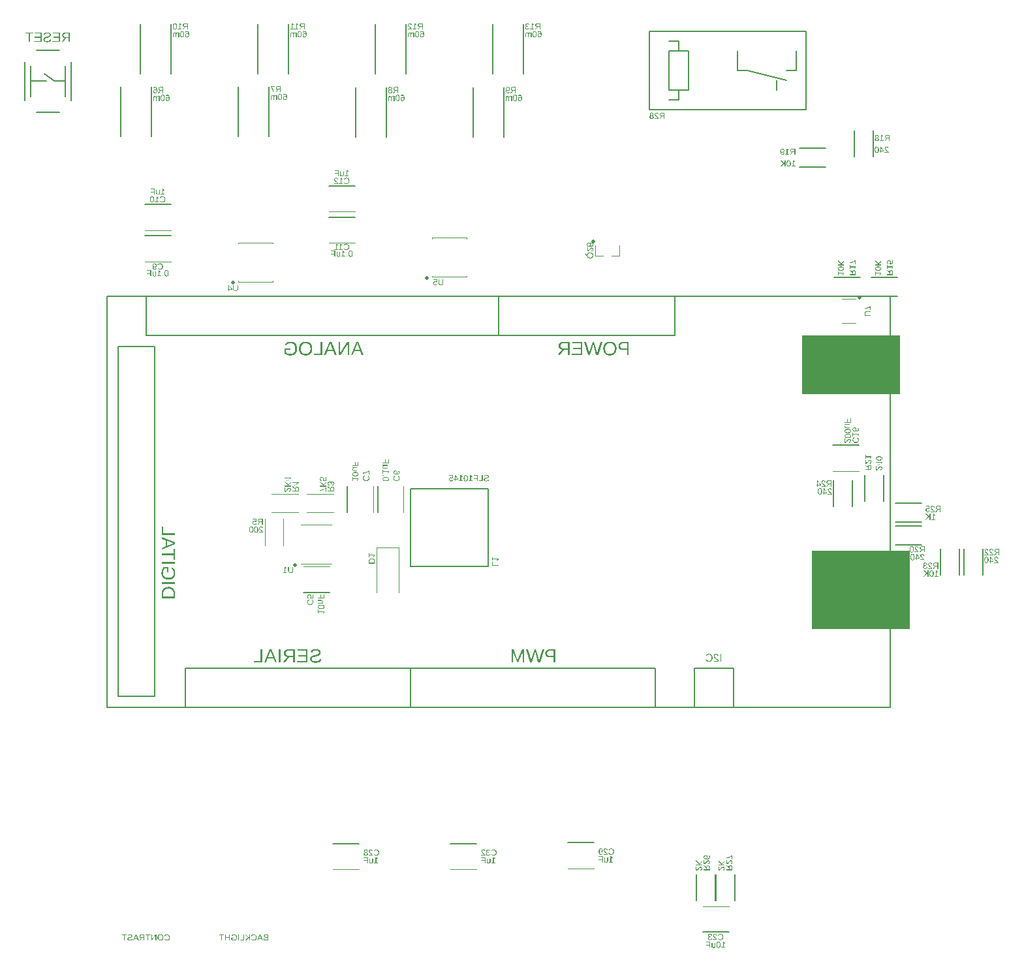
<source format=gbo>
G04 EAGLE Gerber RS-274X export*
G75*
%MOMM*%
%FSLAX34Y34*%
%LPD*%
%INSilkscreen Bottom*%
%IPPOS*%
%AMOC8*
5,1,8,0,0,1.08239X$1,22.5*%
G01*
G04 Define Apertures*
%ADD10C,0.127000*%
%ADD11C,0.120000*%
%ADD12C,0.152400*%
%ADD13R,12.700000X10.160000*%
%ADD14R,12.700000X7.620000*%
%ADD15C,0.500000*%
G36*
X124533Y1402124D02*
X128378Y1402124D01*
X128378Y1397000D01*
X130050Y1397000D01*
X130050Y1409341D01*
X124244Y1409341D01*
X123737Y1409326D01*
X123261Y1409282D01*
X122814Y1409210D01*
X122397Y1409108D01*
X122009Y1408976D01*
X121651Y1408816D01*
X121323Y1408627D01*
X121025Y1408408D01*
X120759Y1408163D01*
X120529Y1407896D01*
X120334Y1407606D01*
X120174Y1407292D01*
X120050Y1406956D01*
X119961Y1406597D01*
X119908Y1406216D01*
X119891Y1405811D01*
X119903Y1405474D01*
X119941Y1405151D01*
X120003Y1404841D01*
X120091Y1404545D01*
X120204Y1404263D01*
X120341Y1403995D01*
X120504Y1403740D01*
X120692Y1403499D01*
X120902Y1403275D01*
X121131Y1403074D01*
X121379Y1402893D01*
X121489Y1402827D01*
X121646Y1402735D01*
X121932Y1402598D01*
X122236Y1402482D01*
X122560Y1402389D01*
X122903Y1402316D01*
X121412Y1400053D01*
X119400Y1397000D01*
X121327Y1397000D01*
X124533Y1402124D01*
G37*
%LPC*%
G36*
X124340Y1403446D02*
X124019Y1403456D01*
X123716Y1403485D01*
X123432Y1403533D01*
X123167Y1403601D01*
X122921Y1403687D01*
X122694Y1403794D01*
X122485Y1403919D01*
X122295Y1404064D01*
X122125Y1404226D01*
X121979Y1404403D01*
X121854Y1404596D01*
X121753Y1404805D01*
X121674Y1405029D01*
X121617Y1405268D01*
X121583Y1405523D01*
X121572Y1405794D01*
X121584Y1406055D01*
X121618Y1406300D01*
X121675Y1406530D01*
X121755Y1406743D01*
X121858Y1406940D01*
X121984Y1407121D01*
X122132Y1407287D01*
X122304Y1407436D01*
X122496Y1407568D01*
X122709Y1407683D01*
X122943Y1407780D01*
X123196Y1407860D01*
X123469Y1407921D01*
X123763Y1407965D01*
X124076Y1407992D01*
X124410Y1408001D01*
X128378Y1408001D01*
X128378Y1403446D01*
X124340Y1403446D01*
G37*
%LPD*%
G36*
X93144Y1409341D02*
X83781Y1409341D01*
X83781Y1407974D01*
X91471Y1407974D01*
X91471Y1404016D01*
X84307Y1404016D01*
X84307Y1402667D01*
X91471Y1402667D01*
X91471Y1398366D01*
X83422Y1398366D01*
X83422Y1397000D01*
X93144Y1397000D01*
X93144Y1409341D01*
G37*
G36*
X117082Y1409341D02*
X107719Y1409341D01*
X107719Y1407974D01*
X115409Y1407974D01*
X115409Y1404016D01*
X108244Y1404016D01*
X108244Y1402667D01*
X115409Y1402667D01*
X115409Y1398366D01*
X107360Y1398366D01*
X107360Y1397000D01*
X117082Y1397000D01*
X117082Y1409341D01*
G37*
G36*
X101090Y1396837D02*
X101609Y1396874D01*
X102099Y1396935D01*
X102559Y1397021D01*
X102990Y1397131D01*
X103391Y1397266D01*
X103762Y1397425D01*
X104104Y1397609D01*
X104416Y1397817D01*
X104698Y1398050D01*
X104951Y1398307D01*
X105174Y1398589D01*
X105367Y1398895D01*
X105531Y1399225D01*
X105665Y1399581D01*
X105770Y1399960D01*
X104150Y1400284D01*
X104070Y1400016D01*
X103970Y1399765D01*
X103851Y1399533D01*
X103712Y1399320D01*
X103553Y1399125D01*
X103374Y1398949D01*
X103176Y1398791D01*
X102958Y1398651D01*
X102720Y1398529D01*
X102462Y1398423D01*
X102183Y1398333D01*
X101883Y1398260D01*
X101563Y1398203D01*
X101223Y1398162D01*
X100861Y1398138D01*
X100480Y1398130D01*
X100086Y1398139D01*
X99716Y1398165D01*
X99369Y1398208D01*
X99044Y1398269D01*
X98743Y1398347D01*
X98466Y1398443D01*
X98211Y1398556D01*
X97979Y1398686D01*
X97773Y1398833D01*
X97594Y1398997D01*
X97443Y1399176D01*
X97319Y1399372D01*
X97223Y1399585D01*
X97154Y1399813D01*
X97113Y1400058D01*
X97099Y1400319D01*
X97116Y1400607D01*
X97168Y1400867D01*
X97254Y1401098D01*
X97375Y1401300D01*
X97527Y1401481D01*
X97707Y1401644D01*
X97914Y1401791D01*
X98150Y1401922D01*
X98412Y1402040D01*
X98697Y1402148D01*
X99007Y1402246D01*
X99341Y1402334D01*
X100874Y1402693D01*
X101561Y1402855D01*
X102160Y1403017D01*
X102671Y1403179D01*
X103094Y1403341D01*
X103453Y1403508D01*
X103772Y1403684D01*
X104051Y1403869D01*
X104290Y1404064D01*
X104496Y1404272D01*
X104676Y1404496D01*
X104831Y1404738D01*
X104960Y1404997D01*
X105061Y1405274D01*
X105134Y1405570D01*
X105177Y1405887D01*
X105192Y1406223D01*
X105173Y1406608D01*
X105116Y1406970D01*
X105021Y1407309D01*
X104889Y1407626D01*
X104718Y1407920D01*
X104509Y1408192D01*
X104263Y1408440D01*
X103979Y1408666D01*
X103659Y1408868D01*
X103307Y1409042D01*
X102922Y1409189D01*
X102504Y1409310D01*
X102054Y1409404D01*
X101570Y1409471D01*
X101055Y1409511D01*
X100506Y1409525D01*
X99996Y1409515D01*
X99517Y1409484D01*
X99069Y1409434D01*
X98651Y1409364D01*
X98265Y1409273D01*
X97910Y1409163D01*
X97585Y1409032D01*
X97292Y1408881D01*
X97024Y1408706D01*
X96777Y1408502D01*
X96551Y1408271D01*
X96346Y1408011D01*
X96161Y1407722D01*
X95998Y1407405D01*
X95855Y1407060D01*
X95733Y1406687D01*
X97379Y1406398D01*
X97455Y1406635D01*
X97546Y1406855D01*
X97652Y1407058D01*
X97773Y1407244D01*
X97910Y1407414D01*
X98062Y1407566D01*
X98230Y1407702D01*
X98413Y1407821D01*
X98612Y1407925D01*
X98830Y1408015D01*
X99067Y1408091D01*
X99321Y1408153D01*
X99594Y1408201D01*
X99886Y1408236D01*
X100195Y1408257D01*
X100523Y1408263D01*
X100883Y1408256D01*
X101220Y1408233D01*
X101535Y1408195D01*
X101829Y1408141D01*
X102100Y1408072D01*
X102350Y1407988D01*
X102577Y1407888D01*
X102783Y1407773D01*
X102966Y1407643D01*
X103124Y1407498D01*
X103258Y1407337D01*
X103368Y1407162D01*
X103453Y1406972D01*
X103514Y1406766D01*
X103551Y1406546D01*
X103563Y1406310D01*
X103544Y1406038D01*
X103487Y1405790D01*
X103393Y1405567D01*
X103261Y1405369D01*
X103093Y1405190D01*
X102892Y1405025D01*
X102657Y1404874D01*
X102389Y1404738D01*
X102034Y1404602D01*
X101537Y1404450D01*
X100900Y1404284D01*
X100121Y1404103D01*
X98986Y1403836D01*
X98433Y1403687D01*
X97905Y1403512D01*
X97404Y1403307D01*
X96937Y1403070D01*
X96719Y1402936D01*
X96515Y1402787D01*
X96327Y1402625D01*
X96153Y1402448D01*
X95996Y1402256D01*
X95856Y1402047D01*
X95735Y1401822D01*
X95632Y1401581D01*
X95549Y1401320D01*
X95491Y1401038D01*
X95455Y1400733D01*
X95444Y1400407D01*
X95464Y1399992D01*
X95527Y1399601D01*
X95631Y1399235D01*
X95777Y1398892D01*
X95965Y1398573D01*
X96195Y1398279D01*
X96466Y1398008D01*
X96779Y1397762D01*
X97130Y1397542D01*
X97515Y1397352D01*
X97934Y1397191D01*
X98388Y1397059D01*
X98875Y1396957D01*
X99396Y1396883D01*
X99952Y1396840D01*
X100541Y1396825D01*
X101090Y1396837D01*
G37*
G36*
X78005Y1407974D02*
X82244Y1407974D01*
X82244Y1409341D01*
X72102Y1409341D01*
X72102Y1407974D01*
X76341Y1407974D01*
X76341Y1397000D01*
X78005Y1397000D01*
X78005Y1407974D01*
G37*
G36*
X247697Y231036D02*
X247985Y231059D01*
X248263Y231097D01*
X248530Y231151D01*
X248787Y231220D01*
X249033Y231305D01*
X249270Y231405D01*
X249495Y231521D01*
X249709Y231651D01*
X249910Y231795D01*
X250098Y231952D01*
X250273Y232123D01*
X250435Y232309D01*
X250584Y232507D01*
X250719Y232720D01*
X250842Y232946D01*
X250951Y233184D01*
X251045Y233432D01*
X251125Y233689D01*
X251191Y233956D01*
X251241Y234233D01*
X251278Y234519D01*
X251300Y234816D01*
X251307Y235122D01*
X251291Y235582D01*
X251242Y236016D01*
X251161Y236425D01*
X251048Y236808D01*
X250902Y237165D01*
X250724Y237496D01*
X250514Y237802D01*
X250271Y238081D01*
X249999Y238331D01*
X249702Y238548D01*
X249380Y238731D01*
X249032Y238881D01*
X248659Y238998D01*
X248260Y239081D01*
X247836Y239131D01*
X247387Y239148D01*
X247091Y239140D01*
X246805Y239118D01*
X246529Y239081D01*
X246263Y239028D01*
X246007Y238961D01*
X245760Y238879D01*
X245524Y238781D01*
X245298Y238669D01*
X245083Y238543D01*
X244882Y238403D01*
X244693Y238249D01*
X244518Y238082D01*
X244355Y237901D01*
X244206Y237707D01*
X244069Y237499D01*
X243946Y237278D01*
X243836Y237044D01*
X243741Y236801D01*
X243661Y236547D01*
X243595Y236282D01*
X243544Y236008D01*
X243507Y235723D01*
X243485Y235427D01*
X243478Y235122D01*
X243485Y234817D01*
X243508Y234522D01*
X243545Y234237D01*
X243596Y233961D01*
X243663Y233695D01*
X243744Y233438D01*
X243840Y233192D01*
X243951Y232954D01*
X244076Y232729D01*
X244214Y232517D01*
X244364Y232318D01*
X244527Y232133D01*
X244704Y231961D01*
X244893Y231803D01*
X245094Y231658D01*
X245309Y231526D01*
X245535Y231410D01*
X245772Y231308D01*
X246018Y231223D01*
X246274Y231153D01*
X246540Y231098D01*
X246816Y231059D01*
X247102Y231036D01*
X247398Y231028D01*
X247697Y231036D01*
G37*
%LPC*%
G36*
X247066Y231909D02*
X246755Y231949D01*
X246463Y232015D01*
X246191Y232107D01*
X245938Y232225D01*
X245706Y232370D01*
X245493Y232541D01*
X245301Y232739D01*
X245130Y232960D01*
X244981Y233204D01*
X244856Y233469D01*
X244753Y233756D01*
X244673Y234065D01*
X244616Y234395D01*
X244581Y234747D01*
X244570Y235122D01*
X244582Y235480D01*
X244616Y235818D01*
X244674Y236137D01*
X244754Y236436D01*
X244858Y236715D01*
X244984Y236975D01*
X245134Y237214D01*
X245306Y237434D01*
X245500Y237631D01*
X245713Y237802D01*
X245944Y237946D01*
X246195Y238064D01*
X246464Y238156D01*
X246753Y238222D01*
X247060Y238261D01*
X247387Y238274D01*
X247716Y238261D01*
X248026Y238223D01*
X248317Y238158D01*
X248588Y238067D01*
X248840Y237951D01*
X249073Y237808D01*
X249287Y237640D01*
X249481Y237446D01*
X249654Y237228D01*
X249805Y236990D01*
X249932Y236730D01*
X250036Y236450D01*
X250116Y236149D01*
X250174Y235828D01*
X250209Y235485D01*
X250220Y235122D01*
X250209Y234760D01*
X250174Y234418D01*
X250115Y234095D01*
X250034Y233791D01*
X249928Y233506D01*
X249800Y233241D01*
X249648Y232994D01*
X249473Y232767D01*
X249277Y232563D01*
X249063Y232386D01*
X248831Y232236D01*
X248580Y232114D01*
X248312Y232018D01*
X248025Y231950D01*
X247721Y231910D01*
X247398Y231896D01*
X247066Y231909D01*
G37*
%LPD*%
G36*
X223194Y234416D02*
X225652Y234416D01*
X225652Y231140D01*
X226722Y231140D01*
X226722Y239030D01*
X223009Y239030D01*
X222685Y239021D01*
X222381Y238993D01*
X222095Y238946D01*
X221828Y238881D01*
X221580Y238797D01*
X221352Y238695D01*
X221142Y238574D01*
X220951Y238434D01*
X220781Y238278D01*
X220634Y238107D01*
X220509Y237921D01*
X220407Y237721D01*
X220328Y237506D01*
X220271Y237276D01*
X220237Y237032D01*
X220226Y236774D01*
X220234Y236558D01*
X220258Y236351D01*
X220298Y236154D01*
X220354Y235964D01*
X220426Y235784D01*
X220514Y235612D01*
X220618Y235449D01*
X220738Y235295D01*
X220872Y235152D01*
X221019Y235023D01*
X221177Y234908D01*
X221248Y234866D01*
X221348Y234807D01*
X221531Y234719D01*
X221726Y234645D01*
X221933Y234585D01*
X222152Y234539D01*
X221199Y233092D01*
X219912Y231140D01*
X221144Y231140D01*
X223194Y234416D01*
G37*
%LPC*%
G36*
X223071Y235262D02*
X222865Y235268D01*
X222672Y235286D01*
X222490Y235317D01*
X222321Y235360D01*
X222163Y235416D01*
X222018Y235484D01*
X221884Y235564D01*
X221763Y235656D01*
X221655Y235760D01*
X221561Y235874D01*
X221481Y235997D01*
X221416Y236130D01*
X221366Y236273D01*
X221330Y236427D01*
X221308Y236590D01*
X221301Y236762D01*
X221308Y236929D01*
X221330Y237086D01*
X221367Y237233D01*
X221418Y237369D01*
X221484Y237495D01*
X221564Y237611D01*
X221659Y237717D01*
X221769Y237812D01*
X221892Y237897D01*
X222028Y237970D01*
X222339Y238083D01*
X222701Y238151D01*
X223115Y238174D01*
X225652Y238174D01*
X225652Y235262D01*
X223071Y235262D01*
G37*
%LPD*%
G36*
X213748Y233447D02*
X217343Y233447D01*
X218250Y231140D01*
X219359Y231140D01*
X216139Y239030D01*
X214924Y239030D01*
X211754Y231140D01*
X212846Y231140D01*
X213748Y233447D01*
G37*
%LPC*%
G36*
X214067Y234282D02*
X215080Y236886D01*
X215237Y237297D01*
X215394Y237759D01*
X215545Y238224D01*
X215596Y238067D01*
X215769Y237537D01*
X216010Y236874D01*
X217018Y234282D01*
X214067Y234282D01*
G37*
%LPD*%
G36*
X241107Y237860D02*
X241079Y237317D01*
X241051Y236382D01*
X241051Y231140D01*
X242003Y231140D01*
X242003Y239030D01*
X240760Y239030D01*
X236493Y232266D01*
X236543Y233212D01*
X236560Y233856D01*
X236560Y239030D01*
X235597Y239030D01*
X235597Y231140D01*
X236885Y231140D01*
X241107Y237860D01*
G37*
G36*
X208212Y231036D02*
X208544Y231059D01*
X208857Y231099D01*
X209151Y231153D01*
X209427Y231224D01*
X209683Y231310D01*
X209920Y231412D01*
X210139Y231529D01*
X210338Y231662D01*
X210519Y231811D01*
X210680Y231976D01*
X210823Y232156D01*
X210947Y232351D01*
X211052Y232563D01*
X211137Y232790D01*
X211204Y233033D01*
X210168Y233240D01*
X210117Y233068D01*
X210053Y232908D01*
X209977Y232760D01*
X209888Y232623D01*
X209787Y232499D01*
X209673Y232386D01*
X209546Y232285D01*
X209407Y232196D01*
X209089Y232050D01*
X208719Y231946D01*
X208297Y231883D01*
X207822Y231862D01*
X207333Y231885D01*
X206904Y231951D01*
X206712Y232001D01*
X206534Y232062D01*
X206371Y232135D01*
X206223Y232218D01*
X206091Y232312D01*
X205977Y232417D01*
X205880Y232532D01*
X205801Y232657D01*
X205739Y232793D01*
X205695Y232939D01*
X205669Y233095D01*
X205660Y233262D01*
X205671Y233446D01*
X205704Y233612D01*
X205759Y233760D01*
X205837Y233890D01*
X205934Y234005D01*
X206049Y234109D01*
X206182Y234204D01*
X206332Y234287D01*
X206682Y234431D01*
X207094Y234550D01*
X208074Y234780D01*
X208896Y234987D01*
X209223Y235091D01*
X209493Y235194D01*
X209723Y235301D01*
X209927Y235413D01*
X210105Y235532D01*
X210258Y235656D01*
X210390Y235789D01*
X210505Y235933D01*
X210604Y236087D01*
X210686Y236253D01*
X210751Y236430D01*
X210798Y236620D01*
X210825Y236822D01*
X210835Y237037D01*
X210823Y237283D01*
X210786Y237515D01*
X210726Y237732D01*
X210641Y237934D01*
X210532Y238122D01*
X210398Y238296D01*
X210241Y238455D01*
X210059Y238599D01*
X209855Y238728D01*
X209629Y238839D01*
X209383Y238934D01*
X209116Y239011D01*
X208828Y239071D01*
X208519Y239114D01*
X208189Y239139D01*
X207839Y239148D01*
X207513Y239142D01*
X207206Y239122D01*
X206920Y239090D01*
X206653Y239045D01*
X206406Y238987D01*
X206179Y238916D01*
X205971Y238833D01*
X205783Y238736D01*
X205612Y238624D01*
X205454Y238494D01*
X205310Y238346D01*
X205179Y238180D01*
X205061Y237995D01*
X204956Y237793D01*
X204865Y237572D01*
X204787Y237334D01*
X205839Y237149D01*
X205946Y237441D01*
X206091Y237690D01*
X206276Y237896D01*
X206500Y238059D01*
X206767Y238182D01*
X207081Y238271D01*
X207442Y238324D01*
X207850Y238342D01*
X208295Y238322D01*
X208684Y238263D01*
X209017Y238165D01*
X209295Y238028D01*
X209411Y237945D01*
X209513Y237852D01*
X209598Y237749D01*
X209668Y237637D01*
X209723Y237516D01*
X209762Y237384D01*
X209785Y237243D01*
X209793Y237093D01*
X209781Y236919D01*
X209745Y236760D01*
X209684Y236618D01*
X209600Y236491D01*
X209493Y236376D01*
X209364Y236271D01*
X209214Y236175D01*
X209043Y236088D01*
X208815Y236000D01*
X208498Y235903D01*
X207592Y235682D01*
X206867Y235511D01*
X206514Y235416D01*
X206175Y235304D01*
X205856Y235173D01*
X205557Y235021D01*
X205287Y234840D01*
X205055Y234623D01*
X204866Y234367D01*
X204722Y234069D01*
X204670Y233902D01*
X204632Y233722D01*
X204609Y233527D01*
X204602Y233318D01*
X204615Y233053D01*
X204655Y232803D01*
X204722Y232569D01*
X204815Y232350D01*
X204935Y232146D01*
X205082Y231958D01*
X205256Y231785D01*
X205456Y231627D01*
X205680Y231487D01*
X205926Y231365D01*
X206194Y231262D01*
X206484Y231178D01*
X206796Y231112D01*
X207129Y231065D01*
X207484Y231037D01*
X207861Y231028D01*
X208212Y231036D01*
G37*
G36*
X255995Y231036D02*
X256278Y231059D01*
X256551Y231098D01*
X256814Y231152D01*
X257067Y231222D01*
X257310Y231307D01*
X257543Y231407D01*
X257765Y231524D01*
X257977Y231654D01*
X258175Y231798D01*
X258360Y231955D01*
X258532Y232126D01*
X258692Y232309D01*
X258838Y232506D01*
X258972Y232717D01*
X259092Y232940D01*
X259199Y233176D01*
X259292Y233422D01*
X259371Y233679D01*
X259435Y233946D01*
X259485Y234224D01*
X259520Y234513D01*
X259542Y234812D01*
X259549Y235122D01*
X259533Y235581D01*
X259485Y236014D01*
X259406Y236422D01*
X259294Y236804D01*
X259151Y237161D01*
X258976Y237492D01*
X258769Y237798D01*
X258530Y238078D01*
X258263Y238329D01*
X257971Y238546D01*
X257655Y238730D01*
X257314Y238881D01*
X256949Y238998D01*
X256560Y239081D01*
X256146Y239131D01*
X255707Y239148D01*
X255399Y239140D01*
X255103Y239117D01*
X254821Y239079D01*
X254551Y239025D01*
X254294Y238955D01*
X254050Y238871D01*
X253820Y238771D01*
X253602Y238655D01*
X253397Y238525D01*
X253207Y238379D01*
X253031Y238219D01*
X252868Y238043D01*
X252720Y237853D01*
X252585Y237648D01*
X252465Y237428D01*
X252359Y237194D01*
X253372Y236858D01*
X253530Y237182D01*
X253730Y237465D01*
X253971Y237708D01*
X254254Y237910D01*
X254572Y238070D01*
X254918Y238183D01*
X255293Y238252D01*
X255696Y238274D01*
X256015Y238261D01*
X256315Y238222D01*
X256597Y238156D01*
X256861Y238064D01*
X257107Y237945D01*
X257334Y237800D01*
X257543Y237629D01*
X257734Y237432D01*
X257905Y237211D01*
X258053Y236971D01*
X258178Y236712D01*
X258280Y236433D01*
X258360Y236134D01*
X258417Y235816D01*
X258451Y235479D01*
X258462Y235122D01*
X258451Y234768D01*
X258415Y234432D01*
X258356Y234114D01*
X258273Y233813D01*
X258166Y233531D01*
X258036Y233266D01*
X257882Y233019D01*
X257704Y232789D01*
X257506Y232582D01*
X257291Y232403D01*
X257059Y232252D01*
X256811Y232128D01*
X256546Y232031D01*
X256265Y231962D01*
X255966Y231921D01*
X255651Y231907D01*
X255447Y231914D01*
X255250Y231933D01*
X255059Y231965D01*
X254874Y232010D01*
X254524Y232138D01*
X254200Y232317D01*
X253901Y232548D01*
X253628Y232830D01*
X253381Y233163D01*
X253159Y233548D01*
X252286Y233111D01*
X252414Y232864D01*
X252554Y232632D01*
X252707Y232415D01*
X252872Y232214D01*
X253049Y232028D01*
X253239Y231856D01*
X253441Y231701D01*
X253655Y231560D01*
X253880Y231435D01*
X254114Y231327D01*
X254356Y231236D01*
X254608Y231161D01*
X254868Y231103D01*
X255137Y231061D01*
X255415Y231036D01*
X255702Y231028D01*
X255995Y231036D01*
G37*
G36*
X201101Y238157D02*
X203811Y238157D01*
X203811Y239030D01*
X197326Y239030D01*
X197326Y238157D01*
X200037Y238157D01*
X200037Y231140D01*
X201101Y231140D01*
X201101Y238157D01*
G37*
G36*
X231695Y238157D02*
X234405Y238157D01*
X234405Y239030D01*
X227920Y239030D01*
X227920Y238157D01*
X230631Y238157D01*
X230631Y231140D01*
X231695Y231140D01*
X231695Y238157D01*
G37*
G36*
X387159Y239030D02*
X384292Y239030D01*
X383956Y239023D01*
X383641Y239000D01*
X383348Y238963D01*
X383077Y238911D01*
X382827Y238843D01*
X382599Y238761D01*
X382393Y238664D01*
X382209Y238552D01*
X382046Y238424D01*
X381905Y238282D01*
X381786Y238125D01*
X381688Y237953D01*
X381612Y237766D01*
X381558Y237564D01*
X381525Y237347D01*
X381514Y237115D01*
X381521Y236944D01*
X381539Y236779D01*
X381612Y236471D01*
X381735Y236191D01*
X381906Y235939D01*
X382074Y235770D01*
X382123Y235721D01*
X382380Y235542D01*
X382677Y235402D01*
X383015Y235301D01*
X382787Y235266D01*
X382572Y235219D01*
X382370Y235160D01*
X382182Y235087D01*
X382008Y235002D01*
X381847Y234904D01*
X381699Y234794D01*
X381637Y234737D01*
X381565Y234671D01*
X381445Y234537D01*
X381342Y234395D01*
X381254Y234244D01*
X381183Y234085D01*
X381127Y233917D01*
X381087Y233741D01*
X381063Y233556D01*
X381055Y233363D01*
X381067Y233107D01*
X381103Y232866D01*
X381163Y232639D01*
X381247Y232427D01*
X381355Y232230D01*
X381487Y232047D01*
X381643Y231879D01*
X381822Y231725D01*
X382024Y231588D01*
X382244Y231469D01*
X382482Y231369D01*
X382739Y231286D01*
X383016Y231222D01*
X383310Y231177D01*
X383624Y231149D01*
X383956Y231140D01*
X387159Y231140D01*
X387159Y239030D01*
G37*
%LPC*%
G36*
X384012Y231997D02*
X383555Y232020D01*
X383352Y232048D01*
X383165Y232088D01*
X382995Y232139D01*
X382841Y232202D01*
X382704Y232275D01*
X382584Y232361D01*
X382479Y232457D01*
X382388Y232565D01*
X382311Y232684D01*
X382248Y232814D01*
X382199Y232956D01*
X382164Y233108D01*
X382143Y233272D01*
X382136Y233447D01*
X382144Y233616D01*
X382167Y233774D01*
X382205Y233921D01*
X382259Y234057D01*
X382327Y234183D01*
X382412Y234297D01*
X382511Y234400D01*
X382626Y234493D01*
X382756Y234575D01*
X382902Y234645D01*
X383062Y234705D01*
X383239Y234754D01*
X383637Y234820D01*
X384096Y234842D01*
X386090Y234842D01*
X386090Y231997D01*
X384012Y231997D01*
G37*
G36*
X384292Y235676D02*
X383891Y235696D01*
X383544Y235756D01*
X383251Y235857D01*
X383012Y235998D01*
X382913Y236084D01*
X382827Y236181D01*
X382755Y236288D01*
X382695Y236406D01*
X382649Y236535D01*
X382616Y236675D01*
X382596Y236825D01*
X382590Y236986D01*
X382596Y237140D01*
X382617Y237283D01*
X382651Y237414D01*
X382699Y237534D01*
X382760Y237642D01*
X382835Y237739D01*
X382924Y237825D01*
X383026Y237899D01*
X383269Y238019D01*
X383561Y238105D01*
X383902Y238156D01*
X384292Y238174D01*
X386090Y238174D01*
X386090Y235676D01*
X384292Y235676D01*
G37*
%LPD*%
G36*
X374810Y233447D02*
X378405Y233447D01*
X379313Y231140D01*
X380421Y231140D01*
X377201Y239030D01*
X375986Y239030D01*
X372817Y231140D01*
X373909Y231140D01*
X374810Y233447D01*
G37*
%LPC*%
G36*
X375129Y234282D02*
X376143Y236886D01*
X376300Y237297D01*
X376457Y237759D01*
X376608Y238224D01*
X376658Y238067D01*
X376832Y237537D01*
X377073Y236874D01*
X378081Y234282D01*
X375129Y234282D01*
G37*
%LPD*%
G36*
X343039Y231036D02*
X343332Y231059D01*
X343615Y231097D01*
X343887Y231151D01*
X344148Y231220D01*
X344399Y231305D01*
X344639Y231405D01*
X344868Y231521D01*
X345086Y231651D01*
X345290Y231794D01*
X345481Y231951D01*
X345659Y232122D01*
X345823Y232306D01*
X345975Y232504D01*
X346113Y232715D01*
X346238Y232940D01*
X346348Y233177D01*
X346445Y233424D01*
X346526Y233682D01*
X346592Y233949D01*
X346644Y234227D01*
X346681Y234515D01*
X346703Y234813D01*
X346711Y235122D01*
X346695Y235588D01*
X346646Y236028D01*
X346566Y236440D01*
X346453Y236825D01*
X346308Y237184D01*
X346131Y237515D01*
X345922Y237818D01*
X345680Y238095D01*
X345410Y238342D01*
X345113Y238556D01*
X344790Y238737D01*
X344441Y238885D01*
X344066Y239000D01*
X343665Y239082D01*
X343238Y239132D01*
X342785Y239148D01*
X342465Y239141D01*
X342161Y239120D01*
X341872Y239086D01*
X341598Y239037D01*
X341340Y238975D01*
X341097Y238899D01*
X340869Y238809D01*
X340657Y238706D01*
X340459Y238587D01*
X340272Y238451D01*
X340097Y238299D01*
X339933Y238130D01*
X339782Y237945D01*
X339642Y237743D01*
X339514Y237524D01*
X339397Y237289D01*
X340416Y236986D01*
X340600Y237300D01*
X340816Y237567D01*
X341064Y237790D01*
X341343Y237966D01*
X341657Y238101D01*
X342006Y238197D01*
X342392Y238255D01*
X342813Y238274D01*
X343145Y238261D01*
X343456Y238223D01*
X343747Y238158D01*
X344019Y238068D01*
X344270Y237952D01*
X344500Y237810D01*
X344711Y237642D01*
X344902Y237448D01*
X345071Y237231D01*
X345218Y236993D01*
X345342Y236734D01*
X345444Y236454D01*
X345523Y236152D01*
X345579Y235830D01*
X345613Y235486D01*
X345624Y235122D01*
X345612Y234758D01*
X345576Y234413D01*
X345516Y234089D01*
X345433Y233784D01*
X345325Y233499D01*
X345193Y233233D01*
X345037Y232987D01*
X344857Y232761D01*
X344656Y232558D01*
X344437Y232383D01*
X344199Y232234D01*
X343943Y232112D01*
X343668Y232018D01*
X343376Y231950D01*
X343064Y231910D01*
X342735Y231896D01*
X342355Y231911D01*
X341988Y231955D01*
X341634Y232028D01*
X341293Y232131D01*
X340974Y232259D01*
X340687Y232408D01*
X340432Y232578D01*
X340209Y232770D01*
X340209Y234192D01*
X342567Y234192D01*
X342567Y235088D01*
X339224Y235088D01*
X339224Y232366D01*
X339555Y232065D01*
X339921Y231800D01*
X340323Y231571D01*
X340761Y231378D01*
X341225Y231225D01*
X341709Y231116D01*
X342212Y231050D01*
X342735Y231028D01*
X343039Y231036D01*
G37*
G36*
X332104Y234797D02*
X336371Y234797D01*
X336371Y231140D01*
X337440Y231140D01*
X337440Y239030D01*
X336371Y239030D01*
X336371Y235693D01*
X332104Y235693D01*
X332104Y239030D01*
X331034Y239030D01*
X331034Y231140D01*
X332104Y231140D01*
X332104Y234797D01*
G37*
G36*
X361465Y234948D02*
X362496Y234164D01*
X362496Y231140D01*
X363565Y231140D01*
X363565Y239030D01*
X362496Y239030D01*
X362496Y235077D01*
X358694Y239030D01*
X357434Y239030D01*
X360793Y235603D01*
X356986Y231140D01*
X358313Y231140D01*
X361465Y234948D01*
G37*
G36*
X368651Y231036D02*
X368934Y231059D01*
X369207Y231098D01*
X369470Y231152D01*
X369723Y231222D01*
X369966Y231307D01*
X370199Y231407D01*
X370422Y231524D01*
X370633Y231654D01*
X370831Y231798D01*
X371016Y231955D01*
X371189Y232126D01*
X371348Y232309D01*
X371495Y232506D01*
X371628Y232717D01*
X371749Y232940D01*
X371856Y233176D01*
X371948Y233422D01*
X372027Y233679D01*
X372091Y233946D01*
X372141Y234224D01*
X372177Y234513D01*
X372198Y234812D01*
X372205Y235122D01*
X372189Y235581D01*
X372141Y236014D01*
X372062Y236422D01*
X371950Y236804D01*
X371807Y237161D01*
X371632Y237492D01*
X371425Y237798D01*
X371186Y238078D01*
X370919Y238329D01*
X370627Y238546D01*
X370311Y238730D01*
X369971Y238881D01*
X369606Y238998D01*
X369216Y239081D01*
X368802Y239131D01*
X368364Y239148D01*
X368055Y239140D01*
X367759Y239117D01*
X367477Y239079D01*
X367207Y239025D01*
X366950Y238955D01*
X366707Y238871D01*
X366476Y238771D01*
X366258Y238655D01*
X366054Y238525D01*
X365863Y238379D01*
X365687Y238219D01*
X365524Y238043D01*
X365376Y237853D01*
X365242Y237648D01*
X365121Y237428D01*
X365015Y237194D01*
X366028Y236858D01*
X366186Y237182D01*
X366386Y237465D01*
X366627Y237708D01*
X366910Y237910D01*
X367228Y238070D01*
X367575Y238183D01*
X367949Y238252D01*
X368352Y238274D01*
X368671Y238261D01*
X368971Y238222D01*
X369253Y238156D01*
X369517Y238064D01*
X369763Y237945D01*
X369990Y237800D01*
X370200Y237629D01*
X370391Y237432D01*
X370561Y237211D01*
X370709Y236971D01*
X370834Y236712D01*
X370937Y236433D01*
X371016Y236134D01*
X371073Y235816D01*
X371107Y235479D01*
X371119Y235122D01*
X371107Y234768D01*
X371071Y234432D01*
X371012Y234114D01*
X370929Y233813D01*
X370822Y233531D01*
X370692Y233266D01*
X370538Y233019D01*
X370360Y232789D01*
X370162Y232582D01*
X369947Y232403D01*
X369716Y232252D01*
X369467Y232128D01*
X369203Y232031D01*
X368921Y231962D01*
X368623Y231921D01*
X368308Y231907D01*
X368104Y231914D01*
X367906Y231933D01*
X367715Y231965D01*
X367530Y232010D01*
X367180Y232138D01*
X366856Y232317D01*
X366557Y232548D01*
X366284Y232830D01*
X366037Y233163D01*
X365816Y233548D01*
X364942Y233111D01*
X365070Y232864D01*
X365210Y232632D01*
X365363Y232415D01*
X365528Y232214D01*
X365705Y232028D01*
X365895Y231856D01*
X366097Y231701D01*
X366311Y231560D01*
X366536Y231435D01*
X366770Y231327D01*
X367012Y231236D01*
X367264Y231161D01*
X367524Y231103D01*
X367793Y231061D01*
X368071Y231036D01*
X368358Y231028D01*
X368651Y231036D01*
G37*
G36*
X327132Y238157D02*
X329842Y238157D01*
X329842Y239030D01*
X323358Y239030D01*
X323358Y238157D01*
X326068Y238157D01*
X326068Y231140D01*
X327132Y231140D01*
X327132Y238157D01*
G37*
G36*
X355909Y239030D02*
X354840Y239030D01*
X354840Y232014D01*
X350852Y232014D01*
X350852Y231140D01*
X355909Y231140D01*
X355909Y239030D01*
G37*
G36*
X349417Y239030D02*
X348347Y239030D01*
X348347Y231140D01*
X349417Y231140D01*
X349417Y239030D01*
G37*
G36*
X236854Y1188624D02*
X237162Y1188673D01*
X237450Y1188754D01*
X237716Y1188867D01*
X237961Y1189013D01*
X238184Y1189191D01*
X238387Y1189401D01*
X238568Y1189644D01*
X238728Y1189918D01*
X238867Y1190221D01*
X238985Y1190555D01*
X239081Y1190918D01*
X239155Y1191311D01*
X239209Y1191733D01*
X239241Y1192186D01*
X239251Y1192668D01*
X239241Y1193160D01*
X239210Y1193621D01*
X239158Y1194049D01*
X239086Y1194446D01*
X238992Y1194811D01*
X238878Y1195144D01*
X238743Y1195445D01*
X238588Y1195714D01*
X238410Y1195952D01*
X238208Y1196158D01*
X237982Y1196332D01*
X237732Y1196475D01*
X237458Y1196585D01*
X237159Y1196665D01*
X236837Y1196712D01*
X236491Y1196728D01*
X236153Y1196712D01*
X235839Y1196664D01*
X235548Y1196584D01*
X235279Y1196472D01*
X235033Y1196328D01*
X234810Y1196152D01*
X234610Y1195943D01*
X234433Y1195703D01*
X234277Y1195432D01*
X234142Y1195129D01*
X234028Y1194796D01*
X233935Y1194432D01*
X233862Y1194037D01*
X233811Y1193612D01*
X233779Y1193155D01*
X233769Y1192668D01*
X233780Y1192188D01*
X233813Y1191738D01*
X233867Y1191317D01*
X233943Y1190925D01*
X234041Y1190562D01*
X234161Y1190229D01*
X234303Y1189925D01*
X234466Y1189650D01*
X234651Y1189405D01*
X234856Y1189194D01*
X235082Y1189015D01*
X235329Y1188868D01*
X235597Y1188754D01*
X235885Y1188673D01*
X236194Y1188624D01*
X236524Y1188608D01*
X236854Y1188624D01*
G37*
%LPC*%
G36*
X236298Y1189444D02*
X236098Y1189481D01*
X235912Y1189543D01*
X235742Y1189630D01*
X235586Y1189742D01*
X235445Y1189878D01*
X235319Y1190040D01*
X235208Y1190226D01*
X235111Y1190438D01*
X235027Y1190677D01*
X234956Y1190942D01*
X234897Y1191234D01*
X234852Y1191553D01*
X234820Y1191898D01*
X234800Y1192270D01*
X234794Y1192668D01*
X234800Y1193080D01*
X234819Y1193463D01*
X234849Y1193817D01*
X234893Y1194141D01*
X234948Y1194435D01*
X235016Y1194701D01*
X235096Y1194937D01*
X235189Y1195143D01*
X235295Y1195323D01*
X235418Y1195479D01*
X235557Y1195611D01*
X235712Y1195719D01*
X235882Y1195802D01*
X236069Y1195862D01*
X236272Y1195898D01*
X236491Y1195910D01*
X236715Y1195899D01*
X236923Y1195863D01*
X237114Y1195804D01*
X237289Y1195721D01*
X237448Y1195615D01*
X237590Y1195485D01*
X237717Y1195332D01*
X237826Y1195154D01*
X237921Y1194950D01*
X238004Y1194715D01*
X238074Y1194450D01*
X238131Y1194155D01*
X238175Y1193829D01*
X238207Y1193472D01*
X238226Y1193085D01*
X238232Y1192668D01*
X238226Y1192262D01*
X238206Y1191884D01*
X238174Y1191535D01*
X238129Y1191213D01*
X238071Y1190920D01*
X238001Y1190655D01*
X237917Y1190418D01*
X237821Y1190210D01*
X237710Y1190027D01*
X237585Y1189869D01*
X237444Y1189735D01*
X237288Y1189626D01*
X237117Y1189541D01*
X236931Y1189480D01*
X236729Y1189443D01*
X236513Y1189431D01*
X236298Y1189444D01*
G37*
%LPD*%
G36*
X250219Y1188616D02*
X250502Y1188639D01*
X250775Y1188678D01*
X251038Y1188732D01*
X251291Y1188802D01*
X251534Y1188887D01*
X251767Y1188987D01*
X251990Y1189104D01*
X252201Y1189234D01*
X252399Y1189378D01*
X252584Y1189535D01*
X252757Y1189706D01*
X252916Y1189889D01*
X253063Y1190086D01*
X253196Y1190297D01*
X253317Y1190520D01*
X253424Y1190756D01*
X253517Y1191002D01*
X253595Y1191259D01*
X253659Y1191526D01*
X253709Y1191804D01*
X253745Y1192093D01*
X253766Y1192392D01*
X253773Y1192702D01*
X253757Y1193161D01*
X253710Y1193594D01*
X253630Y1194002D01*
X253518Y1194384D01*
X253375Y1194741D01*
X253200Y1195072D01*
X252993Y1195378D01*
X252754Y1195658D01*
X252487Y1195909D01*
X252195Y1196126D01*
X251879Y1196310D01*
X251539Y1196461D01*
X251174Y1196578D01*
X250784Y1196661D01*
X250370Y1196711D01*
X249932Y1196728D01*
X249623Y1196720D01*
X249328Y1196697D01*
X249045Y1196659D01*
X248775Y1196605D01*
X248519Y1196535D01*
X248275Y1196451D01*
X248044Y1196351D01*
X247826Y1196235D01*
X247622Y1196105D01*
X247431Y1195959D01*
X247255Y1195799D01*
X247092Y1195623D01*
X246944Y1195433D01*
X246810Y1195228D01*
X246689Y1195008D01*
X246583Y1194774D01*
X247596Y1194438D01*
X247755Y1194762D01*
X247954Y1195045D01*
X248196Y1195288D01*
X248478Y1195490D01*
X248796Y1195650D01*
X249143Y1195763D01*
X249517Y1195832D01*
X249920Y1195854D01*
X250239Y1195841D01*
X250539Y1195802D01*
X250821Y1195736D01*
X251085Y1195644D01*
X251331Y1195525D01*
X251558Y1195380D01*
X251768Y1195209D01*
X251959Y1195012D01*
X252129Y1194791D01*
X252277Y1194551D01*
X252402Y1194292D01*
X252505Y1194013D01*
X252584Y1193714D01*
X252641Y1193396D01*
X252675Y1193059D01*
X252687Y1192702D01*
X252675Y1192348D01*
X252639Y1192012D01*
X252580Y1191694D01*
X252497Y1191393D01*
X252390Y1191111D01*
X252260Y1190846D01*
X252106Y1190599D01*
X251928Y1190369D01*
X251730Y1190162D01*
X251515Y1189983D01*
X251284Y1189832D01*
X251036Y1189708D01*
X250771Y1189611D01*
X250489Y1189542D01*
X250191Y1189501D01*
X249876Y1189487D01*
X249672Y1189494D01*
X249474Y1189513D01*
X249283Y1189545D01*
X249098Y1189590D01*
X248748Y1189718D01*
X248424Y1189897D01*
X248125Y1190128D01*
X247852Y1190410D01*
X247605Y1190743D01*
X247384Y1191128D01*
X246510Y1190691D01*
X246638Y1190444D01*
X246778Y1190212D01*
X246931Y1189995D01*
X247096Y1189794D01*
X247273Y1189608D01*
X247463Y1189436D01*
X247665Y1189281D01*
X247879Y1189140D01*
X248104Y1189015D01*
X248338Y1188907D01*
X248581Y1188816D01*
X248832Y1188741D01*
X249092Y1188683D01*
X249361Y1188641D01*
X249639Y1188616D01*
X249926Y1188608D01*
X250219Y1188616D01*
G37*
G36*
X245201Y1189577D02*
X243190Y1189577D01*
X243190Y1195647D01*
X244971Y1194376D01*
X244971Y1195328D01*
X243106Y1196610D01*
X242177Y1196610D01*
X242177Y1189577D01*
X240256Y1189577D01*
X240256Y1188720D01*
X245201Y1188720D01*
X245201Y1189577D01*
G37*
G36*
X240024Y1206770D02*
X234419Y1206770D01*
X234419Y1205897D01*
X238955Y1205897D01*
X238955Y1202962D01*
X234553Y1202962D01*
X234553Y1202078D01*
X238955Y1202078D01*
X238955Y1198880D01*
X240024Y1198880D01*
X240024Y1206770D01*
G37*
G36*
X244915Y1198776D02*
X245139Y1198799D01*
X245347Y1198838D01*
X245538Y1198892D01*
X245712Y1198962D01*
X245869Y1199047D01*
X246009Y1199147D01*
X246133Y1199264D01*
X246242Y1199398D01*
X246335Y1199552D01*
X246415Y1199726D01*
X246480Y1199921D01*
X246530Y1200136D01*
X246566Y1200371D01*
X246588Y1200626D01*
X246595Y1200902D01*
X246595Y1204939D01*
X245582Y1204939D01*
X245582Y1201098D01*
X245574Y1200815D01*
X245552Y1200566D01*
X245515Y1200350D01*
X245464Y1200168D01*
X245396Y1200014D01*
X245311Y1199884D01*
X245209Y1199776D01*
X245089Y1199692D01*
X244945Y1199628D01*
X244771Y1199583D01*
X244567Y1199555D01*
X244333Y1199546D01*
X244156Y1199554D01*
X243988Y1199578D01*
X243830Y1199616D01*
X243682Y1199671D01*
X243543Y1199741D01*
X243414Y1199827D01*
X243295Y1199928D01*
X243185Y1200045D01*
X243086Y1200175D01*
X243001Y1200318D01*
X242929Y1200473D01*
X242870Y1200640D01*
X242824Y1200819D01*
X242791Y1201010D01*
X242771Y1201213D01*
X242765Y1201428D01*
X242765Y1204939D01*
X241757Y1204939D01*
X241757Y1200174D01*
X241748Y1199321D01*
X241723Y1198880D01*
X242675Y1198880D01*
X242686Y1199031D01*
X242700Y1199314D01*
X242720Y1199916D01*
X242737Y1199916D01*
X242917Y1199625D01*
X243111Y1199380D01*
X243319Y1199182D01*
X243540Y1199028D01*
X243782Y1198914D01*
X244052Y1198833D01*
X244349Y1198784D01*
X244674Y1198768D01*
X244915Y1198776D01*
G37*
G36*
X252841Y1199737D02*
X250831Y1199737D01*
X250831Y1205807D01*
X252612Y1204536D01*
X252612Y1205488D01*
X250747Y1206770D01*
X249817Y1206770D01*
X249817Y1199737D01*
X247897Y1199737D01*
X247897Y1198880D01*
X252841Y1198880D01*
X252841Y1199737D01*
G37*
G36*
X488557Y1127148D02*
X488840Y1127171D01*
X489114Y1127210D01*
X489376Y1127264D01*
X489629Y1127334D01*
X489872Y1127419D01*
X490105Y1127519D01*
X490328Y1127636D01*
X490539Y1127766D01*
X490737Y1127910D01*
X490923Y1128067D01*
X491095Y1128238D01*
X491254Y1128421D01*
X491401Y1128618D01*
X491534Y1128829D01*
X491655Y1129052D01*
X491762Y1129288D01*
X491855Y1129534D01*
X491933Y1129791D01*
X491997Y1130058D01*
X492047Y1130336D01*
X492083Y1130625D01*
X492104Y1130924D01*
X492111Y1131234D01*
X492095Y1131693D01*
X492048Y1132126D01*
X491968Y1132534D01*
X491857Y1132916D01*
X491713Y1133273D01*
X491538Y1133604D01*
X491331Y1133910D01*
X491092Y1134190D01*
X490825Y1134441D01*
X490534Y1134658D01*
X490218Y1134842D01*
X489877Y1134993D01*
X489512Y1135110D01*
X489122Y1135193D01*
X488708Y1135243D01*
X488270Y1135260D01*
X487961Y1135252D01*
X487666Y1135229D01*
X487383Y1135191D01*
X487113Y1135137D01*
X486857Y1135067D01*
X486613Y1134983D01*
X486382Y1134883D01*
X486164Y1134767D01*
X485960Y1134637D01*
X485769Y1134491D01*
X485593Y1134331D01*
X485431Y1134155D01*
X485282Y1133965D01*
X485148Y1133760D01*
X485027Y1133540D01*
X484921Y1133306D01*
X485935Y1132970D01*
X486093Y1133294D01*
X486292Y1133577D01*
X486534Y1133820D01*
X486817Y1134022D01*
X487135Y1134182D01*
X487481Y1134295D01*
X487856Y1134364D01*
X488259Y1134386D01*
X488577Y1134373D01*
X488877Y1134334D01*
X489159Y1134268D01*
X489423Y1134176D01*
X489669Y1134057D01*
X489897Y1133912D01*
X490106Y1133741D01*
X490297Y1133544D01*
X490468Y1133323D01*
X490615Y1133083D01*
X490741Y1132824D01*
X490843Y1132545D01*
X490923Y1132246D01*
X490979Y1131928D01*
X491014Y1131591D01*
X491025Y1131234D01*
X491013Y1130880D01*
X490978Y1130544D01*
X490918Y1130226D01*
X490835Y1129925D01*
X490729Y1129643D01*
X490598Y1129378D01*
X490444Y1129131D01*
X490266Y1128901D01*
X490068Y1128694D01*
X489853Y1128515D01*
X489622Y1128364D01*
X489374Y1128240D01*
X489109Y1128143D01*
X488827Y1128074D01*
X488529Y1128033D01*
X488214Y1128019D01*
X488010Y1128026D01*
X487812Y1128045D01*
X487621Y1128077D01*
X487436Y1128122D01*
X487086Y1128250D01*
X486762Y1128429D01*
X486463Y1128660D01*
X486190Y1128942D01*
X485943Y1129275D01*
X485722Y1129660D01*
X484848Y1129223D01*
X484976Y1128976D01*
X485116Y1128744D01*
X485269Y1128527D01*
X485434Y1128326D01*
X485611Y1128140D01*
X485801Y1127968D01*
X486003Y1127813D01*
X486217Y1127672D01*
X486442Y1127547D01*
X486676Y1127439D01*
X486919Y1127348D01*
X487170Y1127273D01*
X487430Y1127215D01*
X487699Y1127173D01*
X487977Y1127148D01*
X488264Y1127140D01*
X488557Y1127148D01*
G37*
G36*
X478008Y1128109D02*
X475997Y1128109D01*
X475997Y1134179D01*
X477778Y1132908D01*
X477778Y1133860D01*
X475913Y1135142D01*
X474984Y1135142D01*
X474984Y1128109D01*
X473063Y1128109D01*
X473063Y1127252D01*
X478008Y1127252D01*
X478008Y1128109D01*
G37*
G36*
X483539Y1128109D02*
X481529Y1128109D01*
X481529Y1134179D01*
X483309Y1132908D01*
X483309Y1133860D01*
X481445Y1135142D01*
X480515Y1135142D01*
X480515Y1128109D01*
X478594Y1128109D01*
X478594Y1127252D01*
X483539Y1127252D01*
X483539Y1128109D01*
G37*
G36*
X494411Y1118266D02*
X494719Y1118315D01*
X495006Y1118396D01*
X495272Y1118509D01*
X495517Y1118655D01*
X495741Y1118833D01*
X495944Y1119043D01*
X496125Y1119286D01*
X496285Y1119560D01*
X496424Y1119863D01*
X496541Y1120197D01*
X496637Y1120560D01*
X496712Y1120953D01*
X496766Y1121375D01*
X496798Y1121828D01*
X496808Y1122310D01*
X496798Y1122802D01*
X496767Y1123263D01*
X496715Y1123691D01*
X496642Y1124088D01*
X496549Y1124453D01*
X496435Y1124786D01*
X496300Y1125087D01*
X496145Y1125356D01*
X495967Y1125594D01*
X495765Y1125800D01*
X495539Y1125974D01*
X495289Y1126117D01*
X495014Y1126227D01*
X494716Y1126307D01*
X494394Y1126354D01*
X494047Y1126370D01*
X493710Y1126354D01*
X493396Y1126306D01*
X493104Y1126226D01*
X492836Y1126114D01*
X492590Y1125970D01*
X492367Y1125794D01*
X492167Y1125585D01*
X491990Y1125345D01*
X491834Y1125074D01*
X491699Y1124771D01*
X491585Y1124438D01*
X491492Y1124074D01*
X491419Y1123679D01*
X491367Y1123254D01*
X491336Y1122797D01*
X491326Y1122310D01*
X491337Y1121830D01*
X491369Y1121380D01*
X491424Y1120959D01*
X491500Y1120567D01*
X491598Y1120204D01*
X491718Y1119871D01*
X491860Y1119567D01*
X492023Y1119292D01*
X492208Y1119047D01*
X492413Y1118836D01*
X492639Y1118657D01*
X492886Y1118510D01*
X493154Y1118396D01*
X493442Y1118315D01*
X493751Y1118266D01*
X494081Y1118250D01*
X494411Y1118266D01*
G37*
%LPC*%
G36*
X493855Y1119086D02*
X493654Y1119123D01*
X493469Y1119185D01*
X493298Y1119272D01*
X493143Y1119384D01*
X493002Y1119520D01*
X492876Y1119682D01*
X492765Y1119868D01*
X492668Y1120080D01*
X492584Y1120319D01*
X492513Y1120584D01*
X492454Y1120876D01*
X492409Y1121195D01*
X492377Y1121540D01*
X492357Y1121912D01*
X492351Y1122310D01*
X492357Y1122722D01*
X492375Y1123105D01*
X492406Y1123459D01*
X492449Y1123783D01*
X492505Y1124077D01*
X492573Y1124343D01*
X492653Y1124579D01*
X492746Y1124785D01*
X492852Y1124965D01*
X492975Y1125121D01*
X493114Y1125253D01*
X493268Y1125361D01*
X493439Y1125444D01*
X493626Y1125504D01*
X493829Y1125540D01*
X494047Y1125552D01*
X494272Y1125541D01*
X494480Y1125505D01*
X494671Y1125446D01*
X494846Y1125363D01*
X495005Y1125257D01*
X495147Y1125127D01*
X495273Y1124974D01*
X495383Y1124796D01*
X495478Y1124592D01*
X495561Y1124357D01*
X495630Y1124092D01*
X495688Y1123797D01*
X495732Y1123471D01*
X495764Y1123114D01*
X495783Y1122727D01*
X495789Y1122310D01*
X495783Y1121904D01*
X495763Y1121526D01*
X495731Y1121177D01*
X495686Y1120855D01*
X495628Y1120562D01*
X495558Y1120297D01*
X495474Y1120060D01*
X495377Y1119852D01*
X495267Y1119669D01*
X495141Y1119511D01*
X495001Y1119377D01*
X494845Y1119268D01*
X494674Y1119183D01*
X494488Y1119122D01*
X494286Y1119085D01*
X494070Y1119073D01*
X493855Y1119086D01*
G37*
%LPD*%
G36*
X474003Y1126252D02*
X468397Y1126252D01*
X468397Y1125379D01*
X472933Y1125379D01*
X472933Y1122444D01*
X468532Y1122444D01*
X468532Y1121560D01*
X472933Y1121560D01*
X472933Y1118362D01*
X474003Y1118362D01*
X474003Y1126252D01*
G37*
G36*
X478894Y1118258D02*
X479118Y1118281D01*
X479326Y1118320D01*
X479516Y1118374D01*
X479690Y1118444D01*
X479848Y1118529D01*
X479988Y1118629D01*
X480112Y1118746D01*
X480220Y1118880D01*
X480314Y1119034D01*
X480394Y1119208D01*
X480458Y1119403D01*
X480509Y1119618D01*
X480545Y1119853D01*
X480567Y1120108D01*
X480574Y1120384D01*
X480574Y1124421D01*
X479560Y1124421D01*
X479560Y1120580D01*
X479553Y1120297D01*
X479531Y1120048D01*
X479494Y1119832D01*
X479443Y1119650D01*
X479375Y1119496D01*
X479290Y1119366D01*
X479188Y1119258D01*
X479068Y1119174D01*
X478924Y1119110D01*
X478750Y1119065D01*
X478546Y1119037D01*
X478312Y1119028D01*
X478134Y1119036D01*
X477967Y1119060D01*
X477809Y1119098D01*
X477661Y1119153D01*
X477522Y1119223D01*
X477393Y1119309D01*
X477273Y1119410D01*
X477164Y1119527D01*
X477065Y1119657D01*
X476980Y1119800D01*
X476908Y1119955D01*
X476849Y1120122D01*
X476803Y1120301D01*
X476770Y1120492D01*
X476750Y1120695D01*
X476744Y1120910D01*
X476744Y1124421D01*
X475736Y1124421D01*
X475736Y1119656D01*
X475727Y1118803D01*
X475702Y1118362D01*
X476654Y1118362D01*
X476665Y1118513D01*
X476679Y1118796D01*
X476699Y1119398D01*
X476716Y1119398D01*
X476896Y1119107D01*
X477090Y1118862D01*
X477298Y1118664D01*
X477519Y1118510D01*
X477761Y1118396D01*
X478031Y1118315D01*
X478328Y1118266D01*
X478653Y1118250D01*
X478894Y1118258D01*
G37*
G36*
X486820Y1119219D02*
X484810Y1119219D01*
X484810Y1125289D01*
X486591Y1124018D01*
X486591Y1124970D01*
X484726Y1126252D01*
X483796Y1126252D01*
X483796Y1119219D01*
X481875Y1119219D01*
X481875Y1118362D01*
X486820Y1118362D01*
X486820Y1119219D01*
G37*
G36*
X489834Y1119588D02*
X488742Y1119588D01*
X488742Y1118362D01*
X489834Y1118362D01*
X489834Y1119588D01*
G37*
G36*
X1149547Y891550D02*
X1150014Y891584D01*
X1150453Y891642D01*
X1150861Y891722D01*
X1151239Y891825D01*
X1151588Y891951D01*
X1151907Y892100D01*
X1152196Y892272D01*
X1152454Y892465D01*
X1152677Y892678D01*
X1152865Y892910D01*
X1153020Y893161D01*
X1153140Y893432D01*
X1153225Y893722D01*
X1153277Y894032D01*
X1153294Y894361D01*
X1153288Y894579D01*
X1153269Y894787D01*
X1153237Y894984D01*
X1153194Y895172D01*
X1153137Y895348D01*
X1153068Y895515D01*
X1152986Y895671D01*
X1152892Y895817D01*
X1152666Y896078D01*
X1152390Y896297D01*
X1152063Y896475D01*
X1151687Y896612D01*
X1151513Y895649D01*
X1151739Y895564D01*
X1151935Y895457D01*
X1152100Y895327D01*
X1152236Y895176D01*
X1152341Y895002D01*
X1152416Y894807D01*
X1152461Y894589D01*
X1152476Y894350D01*
X1152464Y894140D01*
X1152426Y893943D01*
X1152363Y893758D01*
X1152275Y893585D01*
X1152162Y893424D01*
X1152024Y893275D01*
X1151861Y893139D01*
X1151673Y893014D01*
X1151461Y892903D01*
X1151226Y892807D01*
X1150969Y892726D01*
X1150689Y892659D01*
X1150387Y892608D01*
X1150063Y892571D01*
X1149716Y892548D01*
X1149346Y892541D01*
X1149586Y892692D01*
X1149795Y892871D01*
X1149973Y893079D01*
X1150122Y893314D01*
X1150238Y893572D01*
X1150321Y893849D01*
X1150371Y894143D01*
X1150388Y894456D01*
X1150377Y894722D01*
X1150345Y894974D01*
X1150292Y895212D01*
X1150217Y895436D01*
X1150121Y895645D01*
X1150003Y895841D01*
X1149865Y896022D01*
X1149704Y896189D01*
X1149526Y896340D01*
X1149333Y896470D01*
X1149126Y896580D01*
X1148904Y896670D01*
X1148667Y896740D01*
X1148415Y896791D01*
X1148149Y896821D01*
X1147868Y896831D01*
X1147564Y896820D01*
X1147276Y896788D01*
X1147005Y896735D01*
X1146750Y896661D01*
X1146512Y896566D01*
X1146290Y896449D01*
X1146085Y896312D01*
X1145896Y896153D01*
X1145727Y895976D01*
X1145580Y895782D01*
X1145456Y895572D01*
X1145355Y895347D01*
X1145276Y895105D01*
X1145219Y894847D01*
X1145185Y894573D01*
X1145174Y894283D01*
X1145190Y893959D01*
X1145236Y893655D01*
X1145313Y893371D01*
X1145422Y893107D01*
X1145561Y892862D01*
X1145732Y892636D01*
X1145933Y892430D01*
X1146165Y892244D01*
X1146427Y892079D01*
X1146717Y891936D01*
X1147035Y891814D01*
X1147382Y891715D01*
X1147756Y891638D01*
X1148159Y891583D01*
X1148590Y891550D01*
X1149049Y891539D01*
X1149547Y891550D01*
G37*
%LPC*%
G36*
X1147841Y892649D02*
X1147628Y892670D01*
X1147425Y892705D01*
X1147233Y892755D01*
X1147052Y892818D01*
X1146880Y892895D01*
X1146719Y892987D01*
X1146568Y893093D01*
X1146432Y893209D01*
X1146314Y893334D01*
X1146213Y893467D01*
X1146132Y893607D01*
X1146068Y893756D01*
X1146022Y893912D01*
X1145995Y894077D01*
X1145986Y894249D01*
X1145994Y894426D01*
X1146017Y894593D01*
X1146055Y894751D01*
X1146108Y894899D01*
X1146177Y895037D01*
X1146262Y895165D01*
X1146361Y895283D01*
X1146476Y895391D01*
X1146604Y895489D01*
X1146744Y895573D01*
X1146895Y895644D01*
X1147058Y895702D01*
X1147232Y895748D01*
X1147417Y895780D01*
X1147614Y895799D01*
X1147823Y895806D01*
X1148031Y895799D01*
X1148227Y895780D01*
X1148410Y895747D01*
X1148582Y895701D01*
X1148741Y895642D01*
X1148887Y895570D01*
X1149022Y895484D01*
X1149144Y895386D01*
X1149253Y895276D01*
X1149348Y895155D01*
X1149428Y895024D01*
X1149493Y894883D01*
X1149544Y894732D01*
X1149580Y894570D01*
X1149602Y894398D01*
X1149609Y894215D01*
X1149603Y894043D01*
X1149583Y893880D01*
X1149551Y893724D01*
X1149506Y893578D01*
X1149378Y893310D01*
X1149198Y893076D01*
X1149090Y892974D01*
X1148972Y892886D01*
X1148845Y892811D01*
X1148708Y892750D01*
X1148562Y892703D01*
X1148405Y892669D01*
X1148239Y892649D01*
X1148064Y892642D01*
X1147841Y892649D01*
G37*
%LPD*%
G36*
X1149727Y876898D02*
X1150160Y876946D01*
X1150568Y877026D01*
X1150950Y877137D01*
X1151307Y877281D01*
X1151638Y877456D01*
X1151944Y877663D01*
X1152224Y877902D01*
X1152475Y878169D01*
X1152692Y878460D01*
X1152876Y878776D01*
X1153027Y879117D01*
X1153144Y879482D01*
X1153227Y879871D01*
X1153277Y880285D01*
X1153294Y880724D01*
X1153286Y881033D01*
X1153263Y881328D01*
X1153225Y881611D01*
X1153171Y881880D01*
X1153101Y882137D01*
X1153017Y882381D01*
X1152917Y882612D01*
X1152801Y882830D01*
X1152671Y883034D01*
X1152525Y883224D01*
X1152365Y883401D01*
X1152189Y883563D01*
X1151999Y883712D01*
X1151794Y883846D01*
X1151574Y883966D01*
X1151340Y884073D01*
X1151004Y883059D01*
X1151328Y882901D01*
X1151611Y882701D01*
X1151854Y882460D01*
X1152056Y882177D01*
X1152216Y881859D01*
X1152329Y881513D01*
X1152398Y881138D01*
X1152420Y880735D01*
X1152407Y880417D01*
X1152368Y880116D01*
X1152302Y879834D01*
X1152210Y879570D01*
X1152091Y879325D01*
X1151946Y879097D01*
X1151775Y878888D01*
X1151578Y878697D01*
X1151357Y878526D01*
X1151117Y878378D01*
X1150858Y878253D01*
X1150579Y878151D01*
X1150280Y878071D01*
X1149962Y878014D01*
X1149625Y877980D01*
X1149268Y877969D01*
X1148914Y877981D01*
X1148578Y878016D01*
X1148260Y878075D01*
X1147959Y878158D01*
X1147677Y878265D01*
X1147412Y878396D01*
X1147165Y878550D01*
X1146935Y878728D01*
X1146728Y878926D01*
X1146549Y879140D01*
X1146398Y879372D01*
X1146274Y879620D01*
X1146177Y879885D01*
X1146108Y880167D01*
X1146067Y880465D01*
X1146053Y880780D01*
X1146060Y880984D01*
X1146079Y881182D01*
X1146111Y881373D01*
X1146156Y881557D01*
X1146284Y881907D01*
X1146463Y882232D01*
X1146694Y882530D01*
X1146976Y882803D01*
X1147309Y883051D01*
X1147694Y883272D01*
X1147257Y884146D01*
X1147010Y884018D01*
X1146778Y883877D01*
X1146561Y883725D01*
X1146360Y883560D01*
X1146174Y883382D01*
X1146002Y883193D01*
X1145847Y882991D01*
X1145706Y882776D01*
X1145581Y882551D01*
X1145473Y882318D01*
X1145382Y882075D01*
X1145307Y881824D01*
X1145249Y881563D01*
X1145207Y881294D01*
X1145182Y881016D01*
X1145174Y880730D01*
X1145182Y880436D01*
X1145205Y880153D01*
X1145244Y879880D01*
X1145298Y879617D01*
X1145368Y879364D01*
X1145453Y879122D01*
X1145553Y878889D01*
X1145670Y878666D01*
X1145800Y878455D01*
X1145944Y878256D01*
X1146101Y878071D01*
X1146272Y877899D01*
X1146455Y877739D01*
X1146652Y877593D01*
X1146863Y877459D01*
X1147086Y877339D01*
X1147322Y877232D01*
X1147568Y877139D01*
X1147825Y877061D01*
X1148092Y876996D01*
X1148370Y876947D01*
X1148659Y876911D01*
X1148958Y876890D01*
X1149268Y876882D01*
X1149727Y876898D01*
G37*
G36*
X1146143Y887465D02*
X1152213Y887465D01*
X1150942Y885684D01*
X1151894Y885684D01*
X1153176Y887549D01*
X1153176Y888479D01*
X1146143Y888479D01*
X1146143Y890400D01*
X1145286Y890400D01*
X1145286Y885455D01*
X1146143Y885455D01*
X1146143Y887465D01*
G37*
G36*
X1139566Y883133D02*
X1140027Y883164D01*
X1140455Y883216D01*
X1140852Y883289D01*
X1141217Y883382D01*
X1141550Y883496D01*
X1141851Y883631D01*
X1142120Y883787D01*
X1142358Y883965D01*
X1142564Y884167D01*
X1142738Y884393D01*
X1142881Y884643D01*
X1142991Y884917D01*
X1143071Y885215D01*
X1143118Y885537D01*
X1143134Y885884D01*
X1143118Y886221D01*
X1143070Y886535D01*
X1142990Y886827D01*
X1142878Y887095D01*
X1142734Y887341D01*
X1142558Y887564D01*
X1142349Y887764D01*
X1142109Y887942D01*
X1141838Y888097D01*
X1141535Y888232D01*
X1141202Y888346D01*
X1140838Y888439D01*
X1140443Y888512D01*
X1140018Y888564D01*
X1139561Y888595D01*
X1139074Y888605D01*
X1138594Y888594D01*
X1138144Y888562D01*
X1137723Y888507D01*
X1137331Y888431D01*
X1136968Y888333D01*
X1136635Y888213D01*
X1136331Y888072D01*
X1136056Y887908D01*
X1135811Y887724D01*
X1135600Y887518D01*
X1135421Y887292D01*
X1135274Y887045D01*
X1135160Y886777D01*
X1135079Y886489D01*
X1135030Y886180D01*
X1135014Y885850D01*
X1135030Y885521D01*
X1135079Y885212D01*
X1135160Y884925D01*
X1135273Y884659D01*
X1135419Y884414D01*
X1135597Y884190D01*
X1135807Y883988D01*
X1136050Y883806D01*
X1136324Y883646D01*
X1136627Y883507D01*
X1136961Y883390D01*
X1137324Y883294D01*
X1137717Y883219D01*
X1138139Y883166D01*
X1138592Y883134D01*
X1139074Y883123D01*
X1139566Y883133D01*
G37*
%LPC*%
G36*
X1138668Y884149D02*
X1138290Y884168D01*
X1137941Y884200D01*
X1137619Y884245D01*
X1137326Y884303D01*
X1137061Y884374D01*
X1136824Y884457D01*
X1136616Y884554D01*
X1136433Y884664D01*
X1136275Y884790D01*
X1136141Y884931D01*
X1136032Y885086D01*
X1135947Y885258D01*
X1135886Y885444D01*
X1135849Y885645D01*
X1135837Y885861D01*
X1135850Y886077D01*
X1135887Y886277D01*
X1135949Y886462D01*
X1136036Y886633D01*
X1136148Y886788D01*
X1136284Y886929D01*
X1136446Y887055D01*
X1136632Y887166D01*
X1136844Y887263D01*
X1137083Y887347D01*
X1137348Y887419D01*
X1137640Y887477D01*
X1137959Y887522D01*
X1138304Y887555D01*
X1138676Y887574D01*
X1139074Y887581D01*
X1139486Y887574D01*
X1139869Y887556D01*
X1140223Y887525D01*
X1140547Y887482D01*
X1140841Y887426D01*
X1141107Y887359D01*
X1141343Y887278D01*
X1141549Y887186D01*
X1141729Y887079D01*
X1141885Y886956D01*
X1142017Y886818D01*
X1142125Y886663D01*
X1142208Y886492D01*
X1142268Y886305D01*
X1142304Y886103D01*
X1142316Y885884D01*
X1142305Y885660D01*
X1142269Y885452D01*
X1142210Y885260D01*
X1142127Y885085D01*
X1142021Y884926D01*
X1141891Y884784D01*
X1141738Y884658D01*
X1141560Y884548D01*
X1141356Y884453D01*
X1141121Y884371D01*
X1140856Y884301D01*
X1140561Y884244D01*
X1140235Y884199D01*
X1139878Y884168D01*
X1139491Y884149D01*
X1139074Y884142D01*
X1138668Y884149D01*
G37*
%LPD*%
G36*
X1139566Y889508D02*
X1140027Y889539D01*
X1140455Y889591D01*
X1140852Y889664D01*
X1141217Y889757D01*
X1141550Y889871D01*
X1141851Y890006D01*
X1142120Y890162D01*
X1142358Y890340D01*
X1142564Y890542D01*
X1142738Y890768D01*
X1142881Y891018D01*
X1142991Y891292D01*
X1143071Y891590D01*
X1143118Y891912D01*
X1143134Y892259D01*
X1143118Y892596D01*
X1143070Y892910D01*
X1142990Y893202D01*
X1142878Y893470D01*
X1142734Y893716D01*
X1142558Y893939D01*
X1142349Y894139D01*
X1142109Y894317D01*
X1141838Y894472D01*
X1141535Y894607D01*
X1141202Y894721D01*
X1140838Y894814D01*
X1140443Y894887D01*
X1140018Y894939D01*
X1139561Y894970D01*
X1139074Y894980D01*
X1138594Y894969D01*
X1138144Y894937D01*
X1137723Y894882D01*
X1137331Y894806D01*
X1136968Y894708D01*
X1136635Y894588D01*
X1136331Y894447D01*
X1136056Y894283D01*
X1135811Y894099D01*
X1135600Y893893D01*
X1135421Y893667D01*
X1135274Y893420D01*
X1135160Y893152D01*
X1135079Y892864D01*
X1135030Y892555D01*
X1135014Y892225D01*
X1135030Y891896D01*
X1135079Y891587D01*
X1135160Y891300D01*
X1135273Y891034D01*
X1135419Y890789D01*
X1135597Y890565D01*
X1135807Y890363D01*
X1136050Y890181D01*
X1136324Y890021D01*
X1136627Y889882D01*
X1136961Y889765D01*
X1137324Y889669D01*
X1137717Y889594D01*
X1138139Y889541D01*
X1138592Y889509D01*
X1139074Y889498D01*
X1139566Y889508D01*
G37*
%LPC*%
G36*
X1138668Y890524D02*
X1138290Y890543D01*
X1137941Y890575D01*
X1137619Y890620D01*
X1137326Y890678D01*
X1137061Y890749D01*
X1136824Y890832D01*
X1136616Y890929D01*
X1136433Y891039D01*
X1136275Y891165D01*
X1136141Y891306D01*
X1136032Y891461D01*
X1135947Y891633D01*
X1135886Y891819D01*
X1135849Y892020D01*
X1135837Y892236D01*
X1135850Y892452D01*
X1135887Y892652D01*
X1135949Y892837D01*
X1136036Y893008D01*
X1136148Y893163D01*
X1136284Y893304D01*
X1136446Y893430D01*
X1136632Y893541D01*
X1136844Y893638D01*
X1137083Y893722D01*
X1137348Y893794D01*
X1137640Y893852D01*
X1137959Y893897D01*
X1138304Y893930D01*
X1138676Y893949D01*
X1139074Y893956D01*
X1139486Y893949D01*
X1139869Y893931D01*
X1140223Y893900D01*
X1140547Y893857D01*
X1140841Y893801D01*
X1141107Y893734D01*
X1141343Y893653D01*
X1141549Y893561D01*
X1141729Y893454D01*
X1141885Y893331D01*
X1142017Y893193D01*
X1142125Y893038D01*
X1142208Y892867D01*
X1142268Y892680D01*
X1142304Y892478D01*
X1142316Y892259D01*
X1142305Y892035D01*
X1142269Y891827D01*
X1142210Y891635D01*
X1142127Y891460D01*
X1142021Y891301D01*
X1141891Y891159D01*
X1141738Y891033D01*
X1141560Y890923D01*
X1141356Y890828D01*
X1141121Y890746D01*
X1140856Y890676D01*
X1140561Y890619D01*
X1140235Y890574D01*
X1139878Y890543D01*
X1139491Y890524D01*
X1139074Y890517D01*
X1138668Y890524D01*
G37*
%LPD*%
G36*
X1143016Y908346D02*
X1142143Y908346D01*
X1142143Y903810D01*
X1139208Y903810D01*
X1139208Y908212D01*
X1138324Y908212D01*
X1138324Y903810D01*
X1135126Y903810D01*
X1135126Y902741D01*
X1143016Y902741D01*
X1143016Y908346D01*
G37*
G36*
X1136155Y877027D02*
X1136454Y877194D01*
X1136733Y877376D01*
X1136994Y877574D01*
X1137471Y877996D01*
X1137901Y878439D01*
X1138292Y878891D01*
X1138654Y879338D01*
X1139001Y879761D01*
X1139348Y880142D01*
X1139704Y880466D01*
X1139888Y880602D01*
X1140076Y880721D01*
X1140273Y880818D01*
X1140482Y880887D01*
X1140704Y880929D01*
X1140939Y880942D01*
X1141245Y880919D01*
X1141516Y880847D01*
X1141749Y880728D01*
X1141947Y880562D01*
X1142104Y880353D01*
X1142216Y880107D01*
X1142283Y879823D01*
X1142305Y879503D01*
X1142283Y879195D01*
X1142218Y878916D01*
X1142108Y878665D01*
X1141955Y878442D01*
X1141762Y878255D01*
X1141534Y878111D01*
X1141271Y878010D01*
X1140972Y877952D01*
X1141068Y876922D01*
X1141298Y876959D01*
X1141517Y877014D01*
X1141723Y877087D01*
X1141917Y877178D01*
X1142100Y877288D01*
X1142270Y877416D01*
X1142428Y877561D01*
X1142574Y877725D01*
X1142705Y877904D01*
X1142819Y878096D01*
X1142915Y878299D01*
X1142994Y878515D01*
X1143055Y878744D01*
X1143099Y878985D01*
X1143125Y879238D01*
X1143134Y879503D01*
X1143125Y879793D01*
X1143099Y880065D01*
X1143055Y880320D01*
X1142993Y880558D01*
X1142914Y880779D01*
X1142817Y880982D01*
X1142703Y881168D01*
X1142571Y881337D01*
X1142423Y881487D01*
X1142260Y881618D01*
X1142083Y881728D01*
X1141890Y881818D01*
X1141683Y881888D01*
X1141461Y881938D01*
X1141224Y881968D01*
X1140972Y881978D01*
X1140743Y881965D01*
X1140515Y881926D01*
X1140287Y881860D01*
X1140060Y881768D01*
X1139833Y881651D01*
X1139606Y881507D01*
X1139379Y881338D01*
X1139152Y881144D01*
X1138894Y880890D01*
X1138574Y880541D01*
X1137747Y879559D01*
X1137246Y878981D01*
X1136798Y878534D01*
X1136588Y878357D01*
X1136382Y878207D01*
X1136181Y878083D01*
X1135983Y877986D01*
X1135983Y882102D01*
X1135126Y882102D01*
X1135126Y876877D01*
X1135837Y876877D01*
X1136155Y877027D01*
G37*
G36*
X1141185Y897183D02*
X1137344Y897183D01*
X1137061Y897191D01*
X1136812Y897213D01*
X1136596Y897250D01*
X1136414Y897301D01*
X1136260Y897369D01*
X1136130Y897454D01*
X1136022Y897556D01*
X1135938Y897676D01*
X1135874Y897820D01*
X1135829Y897994D01*
X1135801Y898198D01*
X1135792Y898432D01*
X1135800Y898609D01*
X1135824Y898777D01*
X1135862Y898935D01*
X1135917Y899083D01*
X1135987Y899222D01*
X1136073Y899351D01*
X1136174Y899470D01*
X1136291Y899580D01*
X1136421Y899679D01*
X1136564Y899764D01*
X1136719Y899836D01*
X1136886Y899895D01*
X1137065Y899941D01*
X1137256Y899974D01*
X1137459Y899994D01*
X1137674Y900000D01*
X1141185Y900000D01*
X1141185Y901008D01*
X1136420Y901008D01*
X1135567Y901017D01*
X1135126Y901042D01*
X1135126Y900090D01*
X1135277Y900079D01*
X1135560Y900065D01*
X1136162Y900045D01*
X1136162Y900028D01*
X1135871Y899848D01*
X1135626Y899654D01*
X1135428Y899446D01*
X1135274Y899225D01*
X1135160Y898983D01*
X1135079Y898713D01*
X1135030Y898416D01*
X1135014Y898091D01*
X1135022Y897850D01*
X1135045Y897626D01*
X1135084Y897418D01*
X1135138Y897227D01*
X1135208Y897053D01*
X1135293Y896896D01*
X1135393Y896756D01*
X1135510Y896632D01*
X1135644Y896524D01*
X1135798Y896430D01*
X1135972Y896350D01*
X1136167Y896285D01*
X1136382Y896235D01*
X1136617Y896199D01*
X1136872Y896177D01*
X1137148Y896170D01*
X1141185Y896170D01*
X1141185Y897183D01*
G37*
G36*
X442337Y666662D02*
X442770Y666710D01*
X443178Y666789D01*
X443560Y666901D01*
X443917Y667044D01*
X444248Y667219D01*
X444554Y667426D01*
X444834Y667665D01*
X445085Y667932D01*
X445302Y668224D01*
X445486Y668540D01*
X445637Y668881D01*
X445754Y669246D01*
X445837Y669635D01*
X445887Y670049D01*
X445904Y670488D01*
X445896Y670796D01*
X445873Y671092D01*
X445835Y671374D01*
X445781Y671644D01*
X445711Y671901D01*
X445627Y672145D01*
X445527Y672375D01*
X445411Y672593D01*
X445281Y672798D01*
X445135Y672988D01*
X444975Y673165D01*
X444799Y673327D01*
X444609Y673475D01*
X444404Y673610D01*
X444184Y673730D01*
X443950Y673837D01*
X443614Y672823D01*
X443938Y672665D01*
X444221Y672465D01*
X444464Y672224D01*
X444666Y671941D01*
X444826Y671623D01*
X444939Y671277D01*
X445008Y670902D01*
X445030Y670499D01*
X445017Y670180D01*
X444978Y669880D01*
X444912Y669598D01*
X444820Y669334D01*
X444701Y669088D01*
X444556Y668861D01*
X444385Y668652D01*
X444188Y668461D01*
X443967Y668290D01*
X443727Y668142D01*
X443468Y668017D01*
X443189Y667915D01*
X442890Y667835D01*
X442572Y667778D01*
X442235Y667744D01*
X441878Y667733D01*
X441524Y667744D01*
X441188Y667780D01*
X440870Y667839D01*
X440569Y667922D01*
X440287Y668029D01*
X440022Y668159D01*
X439775Y668313D01*
X439545Y668491D01*
X439338Y668689D01*
X439159Y668904D01*
X439008Y669136D01*
X438884Y669384D01*
X438787Y669649D01*
X438718Y669930D01*
X438677Y670229D01*
X438663Y670544D01*
X438670Y670748D01*
X438689Y670945D01*
X438721Y671136D01*
X438766Y671321D01*
X438894Y671671D01*
X439073Y671996D01*
X439304Y672294D01*
X439586Y672567D01*
X439919Y672814D01*
X440304Y673036D01*
X439867Y673909D01*
X439620Y673781D01*
X439388Y673641D01*
X439171Y673488D01*
X438970Y673323D01*
X438784Y673146D01*
X438612Y672956D01*
X438457Y672754D01*
X438316Y672540D01*
X438191Y672315D01*
X438083Y672081D01*
X437992Y671839D01*
X437917Y671587D01*
X437859Y671327D01*
X437817Y671058D01*
X437792Y670780D01*
X437784Y670493D01*
X437792Y670200D01*
X437815Y669917D01*
X437854Y669644D01*
X437908Y669381D01*
X437978Y669128D01*
X438063Y668885D01*
X438163Y668652D01*
X438280Y668430D01*
X438410Y668219D01*
X438554Y668020D01*
X438711Y667835D01*
X438882Y667663D01*
X439065Y667503D01*
X439262Y667357D01*
X439473Y667223D01*
X439696Y667103D01*
X439932Y666996D01*
X440178Y666903D01*
X440435Y666824D01*
X440702Y666760D01*
X440980Y666710D01*
X441269Y666675D01*
X441568Y666653D01*
X441878Y666646D01*
X442337Y666662D01*
G37*
G36*
X439778Y675823D02*
X439503Y675919D01*
X439266Y676046D01*
X439064Y676204D01*
X438900Y676393D01*
X438772Y676614D01*
X438680Y676866D01*
X438625Y677149D01*
X438607Y677464D01*
X438615Y677662D01*
X438638Y677848D01*
X438676Y678024D01*
X438730Y678188D01*
X438799Y678341D01*
X438883Y678484D01*
X438982Y678615D01*
X439097Y678735D01*
X439225Y678843D01*
X439365Y678936D01*
X439516Y679015D01*
X439679Y679080D01*
X439853Y679130D01*
X440039Y679166D01*
X440236Y679187D01*
X440444Y679195D01*
X440626Y679187D01*
X440799Y679166D01*
X440962Y679130D01*
X441117Y679079D01*
X441263Y679014D01*
X441401Y678935D01*
X441529Y678841D01*
X441648Y678733D01*
X441756Y678612D01*
X441849Y678481D01*
X441928Y678341D01*
X441992Y678190D01*
X442043Y678029D01*
X442078Y677858D01*
X442100Y677678D01*
X442107Y677487D01*
X442099Y677286D01*
X442075Y677092D01*
X442035Y676905D01*
X441978Y676725D01*
X441903Y676549D01*
X441805Y676372D01*
X441684Y676196D01*
X441542Y676019D01*
X441542Y675034D01*
X445786Y675297D01*
X445786Y679783D01*
X444930Y679783D01*
X444930Y676215D01*
X442426Y676064D01*
X442545Y676233D01*
X442647Y676412D01*
X442734Y676600D01*
X442804Y676799D01*
X442860Y677008D01*
X442899Y677227D01*
X442923Y677455D01*
X442930Y677694D01*
X442920Y677978D01*
X442888Y678247D01*
X442834Y678501D01*
X442760Y678740D01*
X442664Y678965D01*
X442546Y679175D01*
X442407Y679370D01*
X442247Y679550D01*
X442070Y679712D01*
X441880Y679853D01*
X441677Y679972D01*
X441460Y680069D01*
X441231Y680145D01*
X440989Y680199D01*
X440734Y680231D01*
X440466Y680242D01*
X440163Y680230D01*
X439875Y680195D01*
X439605Y680137D01*
X439351Y680056D01*
X439113Y679952D01*
X438892Y679824D01*
X438688Y679674D01*
X438501Y679500D01*
X438333Y679305D01*
X438187Y679093D01*
X438064Y678863D01*
X437963Y678614D01*
X437885Y678348D01*
X437829Y678064D01*
X437795Y677762D01*
X437784Y677442D01*
X437792Y677173D01*
X437814Y676917D01*
X437852Y676674D01*
X437904Y676445D01*
X437972Y676229D01*
X438055Y676026D01*
X438153Y675837D01*
X438266Y675661D01*
X438393Y675499D01*
X438533Y675353D01*
X438687Y675223D01*
X438855Y675108D01*
X439036Y675009D01*
X439231Y674925D01*
X439439Y674857D01*
X439660Y674804D01*
X439778Y675823D01*
G37*
G36*
X456306Y661428D02*
X456767Y661459D01*
X457195Y661511D01*
X457592Y661584D01*
X457957Y661677D01*
X458290Y661791D01*
X458591Y661926D01*
X458860Y662082D01*
X459098Y662260D01*
X459304Y662462D01*
X459478Y662688D01*
X459621Y662938D01*
X459731Y663212D01*
X459811Y663510D01*
X459858Y663832D01*
X459874Y664179D01*
X459858Y664516D01*
X459810Y664830D01*
X459730Y665122D01*
X459618Y665390D01*
X459474Y665636D01*
X459298Y665859D01*
X459089Y666059D01*
X458849Y666237D01*
X458578Y666392D01*
X458275Y666527D01*
X457942Y666641D01*
X457578Y666734D01*
X457183Y666807D01*
X456758Y666859D01*
X456301Y666890D01*
X455814Y666900D01*
X455334Y666889D01*
X454884Y666857D01*
X454463Y666802D01*
X454071Y666726D01*
X453708Y666628D01*
X453375Y666508D01*
X453071Y666367D01*
X452796Y666203D01*
X452551Y666019D01*
X452340Y665813D01*
X452161Y665587D01*
X452014Y665340D01*
X451900Y665072D01*
X451819Y664784D01*
X451770Y664475D01*
X451754Y664145D01*
X451770Y663816D01*
X451819Y663507D01*
X451900Y663220D01*
X452013Y662954D01*
X452159Y662709D01*
X452337Y662485D01*
X452547Y662283D01*
X452790Y662101D01*
X453064Y661941D01*
X453367Y661802D01*
X453701Y661685D01*
X454064Y661589D01*
X454457Y661514D01*
X454879Y661461D01*
X455332Y661429D01*
X455814Y661418D01*
X456306Y661428D01*
G37*
%LPC*%
G36*
X455408Y662444D02*
X455030Y662463D01*
X454681Y662495D01*
X454359Y662540D01*
X454066Y662598D01*
X453801Y662669D01*
X453564Y662752D01*
X453356Y662849D01*
X453173Y662959D01*
X453015Y663085D01*
X452881Y663226D01*
X452772Y663381D01*
X452687Y663553D01*
X452626Y663739D01*
X452589Y663940D01*
X452577Y664156D01*
X452590Y664372D01*
X452627Y664572D01*
X452689Y664757D01*
X452776Y664928D01*
X452888Y665083D01*
X453024Y665224D01*
X453186Y665350D01*
X453372Y665461D01*
X453584Y665558D01*
X453823Y665642D01*
X454088Y665714D01*
X454380Y665772D01*
X454699Y665817D01*
X455044Y665850D01*
X455416Y665869D01*
X455814Y665876D01*
X456226Y665869D01*
X456609Y665851D01*
X456963Y665820D01*
X457287Y665777D01*
X457581Y665721D01*
X457847Y665654D01*
X458083Y665573D01*
X458289Y665481D01*
X458469Y665374D01*
X458625Y665251D01*
X458757Y665113D01*
X458865Y664958D01*
X458948Y664787D01*
X459008Y664600D01*
X459044Y664398D01*
X459056Y664179D01*
X459045Y663955D01*
X459009Y663747D01*
X458950Y663555D01*
X458867Y663380D01*
X458761Y663221D01*
X458631Y663079D01*
X458478Y662953D01*
X458300Y662843D01*
X458096Y662748D01*
X457861Y662666D01*
X457596Y662596D01*
X457301Y662539D01*
X456975Y662494D01*
X456618Y662463D01*
X456231Y662444D01*
X455814Y662437D01*
X455408Y662444D01*
G37*
%LPD*%
G36*
X459756Y680266D02*
X458883Y680266D01*
X458883Y675730D01*
X455948Y675730D01*
X455948Y680132D01*
X455064Y680132D01*
X455064Y675730D01*
X451866Y675730D01*
X451866Y674661D01*
X459756Y674661D01*
X459756Y680266D01*
G37*
G36*
X457925Y669059D02*
X457774Y669070D01*
X457491Y669084D01*
X456889Y669103D01*
X456889Y669120D01*
X457180Y669301D01*
X457425Y669495D01*
X457624Y669702D01*
X457777Y669924D01*
X457891Y670166D01*
X457972Y670435D01*
X458021Y670733D01*
X458037Y671058D01*
X458029Y671299D01*
X458006Y671523D01*
X457967Y671730D01*
X457913Y671921D01*
X457844Y672095D01*
X457758Y672252D01*
X457658Y672393D01*
X457542Y672517D01*
X457408Y672625D01*
X457253Y672719D01*
X457079Y672798D01*
X456884Y672863D01*
X456669Y672914D01*
X456434Y672950D01*
X456179Y672971D01*
X455904Y672979D01*
X451866Y672979D01*
X451866Y671965D01*
X455708Y671965D01*
X455990Y671958D01*
X456240Y671936D01*
X456455Y671899D01*
X456637Y671847D01*
X456791Y671780D01*
X456921Y671695D01*
X457029Y671592D01*
X457113Y671472D01*
X457177Y671328D01*
X457222Y671154D01*
X457250Y670950D01*
X457259Y670716D01*
X457251Y670539D01*
X457228Y670371D01*
X457189Y670213D01*
X457134Y670065D01*
X457064Y669927D01*
X456978Y669797D01*
X456877Y669678D01*
X456760Y669568D01*
X456630Y669470D01*
X456487Y669384D01*
X456332Y669312D01*
X456165Y669253D01*
X455986Y669207D01*
X455795Y669174D01*
X455592Y669155D01*
X455377Y669148D01*
X451866Y669148D01*
X451866Y668140D01*
X456632Y668140D01*
X457484Y668132D01*
X457925Y668107D01*
X457925Y669059D01*
G37*
G36*
X452723Y657479D02*
X458793Y657479D01*
X457522Y655698D01*
X458474Y655698D01*
X459756Y657563D01*
X459756Y658493D01*
X452723Y658493D01*
X452723Y660413D01*
X451866Y660413D01*
X451866Y655469D01*
X452723Y655469D01*
X452723Y657479D01*
G37*
G36*
X553917Y835645D02*
X554384Y835679D01*
X554823Y835737D01*
X555231Y835817D01*
X555609Y835920D01*
X555958Y836046D01*
X556277Y836195D01*
X556566Y836367D01*
X556824Y836560D01*
X557047Y836773D01*
X557235Y837005D01*
X557390Y837256D01*
X557510Y837527D01*
X557595Y837817D01*
X557647Y838127D01*
X557664Y838456D01*
X557658Y838674D01*
X557639Y838882D01*
X557607Y839079D01*
X557564Y839267D01*
X557507Y839443D01*
X557438Y839610D01*
X557356Y839766D01*
X557262Y839912D01*
X557036Y840173D01*
X556760Y840392D01*
X556433Y840570D01*
X556057Y840707D01*
X555883Y839744D01*
X556109Y839659D01*
X556305Y839552D01*
X556470Y839422D01*
X556606Y839271D01*
X556711Y839097D01*
X556786Y838902D01*
X556831Y838684D01*
X556846Y838445D01*
X556834Y838235D01*
X556796Y838038D01*
X556733Y837853D01*
X556645Y837680D01*
X556532Y837519D01*
X556394Y837370D01*
X556231Y837234D01*
X556043Y837109D01*
X555831Y836998D01*
X555596Y836902D01*
X555339Y836821D01*
X555059Y836754D01*
X554757Y836703D01*
X554433Y836666D01*
X554086Y836643D01*
X553716Y836636D01*
X553956Y836787D01*
X554165Y836966D01*
X554343Y837174D01*
X554492Y837409D01*
X554608Y837667D01*
X554691Y837944D01*
X554741Y838238D01*
X554758Y838551D01*
X554747Y838817D01*
X554715Y839069D01*
X554662Y839307D01*
X554587Y839531D01*
X554491Y839740D01*
X554373Y839936D01*
X554235Y840117D01*
X554074Y840284D01*
X553896Y840435D01*
X553703Y840565D01*
X553496Y840675D01*
X553274Y840765D01*
X553037Y840835D01*
X552785Y840886D01*
X552519Y840916D01*
X552238Y840926D01*
X551934Y840915D01*
X551646Y840883D01*
X551375Y840830D01*
X551120Y840756D01*
X550882Y840661D01*
X550660Y840544D01*
X550455Y840407D01*
X550266Y840248D01*
X550097Y840071D01*
X549950Y839877D01*
X549826Y839667D01*
X549725Y839442D01*
X549646Y839200D01*
X549589Y838942D01*
X549555Y838668D01*
X549544Y838378D01*
X549560Y838054D01*
X549606Y837750D01*
X549683Y837466D01*
X549792Y837202D01*
X549931Y836957D01*
X550102Y836731D01*
X550303Y836525D01*
X550535Y836339D01*
X550797Y836174D01*
X551087Y836031D01*
X551405Y835909D01*
X551752Y835810D01*
X552126Y835733D01*
X552529Y835678D01*
X552960Y835645D01*
X553419Y835634D01*
X553917Y835645D01*
G37*
%LPC*%
G36*
X552211Y836744D02*
X551998Y836765D01*
X551795Y836800D01*
X551603Y836850D01*
X551422Y836913D01*
X551250Y836990D01*
X551089Y837082D01*
X550938Y837188D01*
X550802Y837304D01*
X550684Y837429D01*
X550583Y837562D01*
X550502Y837702D01*
X550438Y837851D01*
X550392Y838007D01*
X550365Y838172D01*
X550356Y838344D01*
X550364Y838521D01*
X550387Y838688D01*
X550425Y838846D01*
X550478Y838994D01*
X550547Y839132D01*
X550632Y839260D01*
X550731Y839378D01*
X550846Y839486D01*
X550974Y839584D01*
X551114Y839668D01*
X551265Y839739D01*
X551428Y839797D01*
X551602Y839843D01*
X551787Y839875D01*
X551984Y839894D01*
X552193Y839901D01*
X552401Y839894D01*
X552597Y839875D01*
X552780Y839842D01*
X552952Y839796D01*
X553111Y839737D01*
X553257Y839665D01*
X553392Y839579D01*
X553514Y839481D01*
X553623Y839371D01*
X553718Y839250D01*
X553798Y839119D01*
X553863Y838978D01*
X553914Y838827D01*
X553950Y838665D01*
X553972Y838493D01*
X553979Y838310D01*
X553973Y838138D01*
X553953Y837975D01*
X553921Y837819D01*
X553876Y837673D01*
X553748Y837405D01*
X553568Y837171D01*
X553460Y837069D01*
X553342Y836981D01*
X553215Y836906D01*
X553078Y836845D01*
X552932Y836798D01*
X552775Y836764D01*
X552609Y836744D01*
X552434Y836737D01*
X552211Y836744D01*
G37*
%LPD*%
G36*
X554097Y827368D02*
X554530Y827416D01*
X554938Y827496D01*
X555320Y827607D01*
X555677Y827751D01*
X556008Y827926D01*
X556314Y828133D01*
X556594Y828372D01*
X556845Y828639D01*
X557062Y828930D01*
X557246Y829246D01*
X557397Y829587D01*
X557514Y829952D01*
X557597Y830341D01*
X557647Y830755D01*
X557664Y831194D01*
X557656Y831503D01*
X557633Y831798D01*
X557595Y832081D01*
X557541Y832350D01*
X557471Y832607D01*
X557387Y832851D01*
X557287Y833082D01*
X557171Y833300D01*
X557041Y833504D01*
X556895Y833694D01*
X556735Y833871D01*
X556559Y834033D01*
X556369Y834182D01*
X556164Y834316D01*
X555944Y834436D01*
X555710Y834543D01*
X555374Y833529D01*
X555698Y833371D01*
X555981Y833171D01*
X556224Y832930D01*
X556426Y832647D01*
X556586Y832329D01*
X556699Y831983D01*
X556768Y831608D01*
X556790Y831205D01*
X556777Y830887D01*
X556738Y830586D01*
X556672Y830304D01*
X556580Y830040D01*
X556461Y829795D01*
X556316Y829567D01*
X556145Y829358D01*
X555948Y829167D01*
X555727Y828996D01*
X555487Y828848D01*
X555228Y828723D01*
X554949Y828621D01*
X554650Y828541D01*
X554332Y828484D01*
X553995Y828450D01*
X553638Y828439D01*
X553284Y828451D01*
X552948Y828486D01*
X552630Y828545D01*
X552329Y828628D01*
X552047Y828735D01*
X551782Y828866D01*
X551535Y829020D01*
X551305Y829198D01*
X551098Y829396D01*
X550919Y829610D01*
X550768Y829842D01*
X550644Y830090D01*
X550547Y830355D01*
X550478Y830637D01*
X550437Y830935D01*
X550423Y831250D01*
X550430Y831454D01*
X550449Y831652D01*
X550481Y831843D01*
X550526Y832027D01*
X550654Y832377D01*
X550833Y832702D01*
X551064Y833000D01*
X551346Y833273D01*
X551679Y833521D01*
X552064Y833742D01*
X551627Y834616D01*
X551380Y834488D01*
X551148Y834347D01*
X550931Y834195D01*
X550730Y834030D01*
X550544Y833852D01*
X550372Y833663D01*
X550217Y833461D01*
X550076Y833246D01*
X549951Y833021D01*
X549843Y832788D01*
X549752Y832545D01*
X549677Y832294D01*
X549619Y832033D01*
X549577Y831764D01*
X549552Y831486D01*
X549544Y831200D01*
X549552Y830906D01*
X549575Y830623D01*
X549614Y830350D01*
X549668Y830087D01*
X549738Y829834D01*
X549823Y829592D01*
X549923Y829359D01*
X550040Y829136D01*
X550170Y828925D01*
X550314Y828726D01*
X550471Y828541D01*
X550642Y828369D01*
X550825Y828209D01*
X551022Y828063D01*
X551233Y827929D01*
X551456Y827809D01*
X551692Y827702D01*
X551938Y827609D01*
X552195Y827531D01*
X552462Y827466D01*
X552740Y827417D01*
X553029Y827381D01*
X553328Y827360D01*
X553638Y827352D01*
X554097Y827368D01*
G37*
G36*
X540126Y827228D02*
X540587Y827259D01*
X541015Y827311D01*
X541412Y827384D01*
X541777Y827477D01*
X542110Y827591D01*
X542411Y827726D01*
X542680Y827882D01*
X542918Y828060D01*
X543124Y828262D01*
X543298Y828488D01*
X543441Y828738D01*
X543551Y829012D01*
X543631Y829310D01*
X543678Y829632D01*
X543694Y829979D01*
X543678Y830316D01*
X543630Y830630D01*
X543550Y830922D01*
X543438Y831190D01*
X543294Y831436D01*
X543118Y831659D01*
X542909Y831859D01*
X542669Y832037D01*
X542398Y832192D01*
X542095Y832327D01*
X541762Y832441D01*
X541398Y832534D01*
X541003Y832607D01*
X540578Y832659D01*
X540121Y832690D01*
X539634Y832700D01*
X539154Y832689D01*
X538704Y832657D01*
X538283Y832602D01*
X537891Y832526D01*
X537528Y832428D01*
X537195Y832308D01*
X536891Y832167D01*
X536616Y832003D01*
X536371Y831819D01*
X536160Y831613D01*
X535981Y831387D01*
X535834Y831140D01*
X535720Y830872D01*
X535639Y830584D01*
X535590Y830275D01*
X535574Y829945D01*
X535590Y829616D01*
X535639Y829307D01*
X535720Y829020D01*
X535833Y828754D01*
X535979Y828509D01*
X536157Y828285D01*
X536367Y828083D01*
X536610Y827901D01*
X536884Y827741D01*
X537187Y827602D01*
X537521Y827485D01*
X537884Y827389D01*
X538277Y827314D01*
X538699Y827261D01*
X539152Y827229D01*
X539634Y827218D01*
X540126Y827228D01*
G37*
%LPC*%
G36*
X539228Y828244D02*
X538850Y828263D01*
X538501Y828295D01*
X538179Y828340D01*
X537886Y828398D01*
X537621Y828469D01*
X537384Y828552D01*
X537176Y828649D01*
X536993Y828759D01*
X536835Y828885D01*
X536701Y829026D01*
X536592Y829181D01*
X536507Y829353D01*
X536446Y829539D01*
X536409Y829740D01*
X536397Y829956D01*
X536410Y830172D01*
X536447Y830372D01*
X536509Y830557D01*
X536596Y830728D01*
X536708Y830883D01*
X536844Y831024D01*
X537006Y831150D01*
X537192Y831261D01*
X537404Y831358D01*
X537643Y831442D01*
X537908Y831514D01*
X538200Y831572D01*
X538519Y831617D01*
X538864Y831650D01*
X539236Y831669D01*
X539634Y831676D01*
X540046Y831669D01*
X540429Y831651D01*
X540783Y831620D01*
X541107Y831577D01*
X541401Y831521D01*
X541667Y831454D01*
X541903Y831373D01*
X542109Y831281D01*
X542289Y831174D01*
X542445Y831051D01*
X542577Y830913D01*
X542685Y830758D01*
X542768Y830587D01*
X542828Y830400D01*
X542864Y830198D01*
X542876Y829979D01*
X542865Y829755D01*
X542829Y829547D01*
X542770Y829355D01*
X542687Y829180D01*
X542581Y829021D01*
X542451Y828879D01*
X542298Y828753D01*
X542120Y828643D01*
X541916Y828548D01*
X541681Y828466D01*
X541416Y828396D01*
X541121Y828339D01*
X540795Y828294D01*
X540438Y828263D01*
X540051Y828244D01*
X539634Y828237D01*
X539228Y828244D01*
G37*
%LPD*%
G36*
X543576Y855629D02*
X542703Y855629D01*
X542703Y851093D01*
X539768Y851093D01*
X539768Y855494D01*
X538884Y855494D01*
X538884Y851093D01*
X535686Y851093D01*
X535686Y850023D01*
X543576Y850023D01*
X543576Y855629D01*
G37*
G36*
X541745Y844466D02*
X537904Y844466D01*
X537621Y844473D01*
X537372Y844495D01*
X537156Y844532D01*
X536974Y844583D01*
X536820Y844651D01*
X536690Y844736D01*
X536582Y844839D01*
X536498Y844959D01*
X536434Y845103D01*
X536389Y845276D01*
X536361Y845481D01*
X536352Y845715D01*
X536360Y845892D01*
X536384Y846059D01*
X536422Y846217D01*
X536477Y846366D01*
X536547Y846504D01*
X536633Y846633D01*
X536734Y846753D01*
X536851Y846863D01*
X536981Y846961D01*
X537124Y847046D01*
X537279Y847119D01*
X537446Y847178D01*
X537625Y847224D01*
X537816Y847256D01*
X538019Y847276D01*
X538234Y847283D01*
X541745Y847283D01*
X541745Y848291D01*
X536980Y848291D01*
X536127Y848299D01*
X535686Y848324D01*
X535686Y847372D01*
X535837Y847361D01*
X536120Y847347D01*
X536722Y847327D01*
X536722Y847311D01*
X536431Y847130D01*
X536186Y846936D01*
X535988Y846728D01*
X535834Y846507D01*
X535720Y846265D01*
X535639Y845995D01*
X535590Y845698D01*
X535574Y845373D01*
X535582Y845132D01*
X535605Y844908D01*
X535644Y844701D01*
X535698Y844510D01*
X535768Y844336D01*
X535853Y844179D01*
X535953Y844038D01*
X536070Y843914D01*
X536204Y843806D01*
X536358Y843712D01*
X536532Y843633D01*
X536727Y843568D01*
X536942Y843517D01*
X537177Y843481D01*
X537432Y843460D01*
X537708Y843452D01*
X541745Y843452D01*
X541745Y844466D01*
G37*
G36*
X536543Y839216D02*
X542613Y839216D01*
X541342Y837436D01*
X542294Y837436D01*
X543576Y839300D01*
X543576Y840230D01*
X536543Y840230D01*
X536543Y842151D01*
X535686Y842151D01*
X535686Y837206D01*
X536543Y837206D01*
X536543Y839216D01*
G37*
G36*
X536912Y835284D02*
X535686Y835284D01*
X535686Y834192D01*
X536912Y834192D01*
X536912Y835284D01*
G37*
G36*
X514727Y827368D02*
X515160Y827416D01*
X515568Y827496D01*
X515950Y827607D01*
X516307Y827751D01*
X516638Y827926D01*
X516944Y828133D01*
X517224Y828372D01*
X517475Y828639D01*
X517692Y828930D01*
X517876Y829246D01*
X518027Y829587D01*
X518144Y829952D01*
X518227Y830341D01*
X518277Y830755D01*
X518294Y831194D01*
X518286Y831503D01*
X518263Y831798D01*
X518225Y832081D01*
X518171Y832350D01*
X518101Y832607D01*
X518017Y832851D01*
X517917Y833082D01*
X517801Y833300D01*
X517671Y833504D01*
X517525Y833694D01*
X517365Y833871D01*
X517189Y834033D01*
X516999Y834182D01*
X516794Y834316D01*
X516574Y834436D01*
X516340Y834543D01*
X516004Y833529D01*
X516328Y833371D01*
X516611Y833171D01*
X516854Y832930D01*
X517056Y832647D01*
X517216Y832329D01*
X517329Y831983D01*
X517398Y831608D01*
X517420Y831205D01*
X517407Y830887D01*
X517368Y830586D01*
X517302Y830304D01*
X517210Y830040D01*
X517091Y829795D01*
X516946Y829567D01*
X516775Y829358D01*
X516578Y829167D01*
X516357Y828996D01*
X516117Y828848D01*
X515858Y828723D01*
X515579Y828621D01*
X515280Y828541D01*
X514962Y828484D01*
X514625Y828450D01*
X514268Y828439D01*
X513914Y828451D01*
X513578Y828486D01*
X513260Y828545D01*
X512959Y828628D01*
X512677Y828735D01*
X512412Y828866D01*
X512165Y829020D01*
X511935Y829198D01*
X511728Y829396D01*
X511549Y829610D01*
X511398Y829842D01*
X511274Y830090D01*
X511177Y830355D01*
X511108Y830637D01*
X511067Y830935D01*
X511053Y831250D01*
X511060Y831454D01*
X511079Y831652D01*
X511111Y831843D01*
X511156Y832027D01*
X511284Y832377D01*
X511463Y832702D01*
X511694Y833000D01*
X511976Y833273D01*
X512309Y833521D01*
X512694Y833742D01*
X512257Y834616D01*
X512010Y834488D01*
X511778Y834347D01*
X511561Y834195D01*
X511360Y834030D01*
X511174Y833852D01*
X511002Y833663D01*
X510847Y833461D01*
X510706Y833246D01*
X510581Y833021D01*
X510473Y832788D01*
X510382Y832545D01*
X510307Y832294D01*
X510249Y832033D01*
X510207Y831764D01*
X510182Y831486D01*
X510174Y831200D01*
X510182Y830906D01*
X510205Y830623D01*
X510244Y830350D01*
X510298Y830087D01*
X510368Y829834D01*
X510453Y829592D01*
X510553Y829359D01*
X510670Y829136D01*
X510800Y828925D01*
X510944Y828726D01*
X511101Y828541D01*
X511272Y828369D01*
X511455Y828209D01*
X511652Y828063D01*
X511863Y827929D01*
X512086Y827809D01*
X512322Y827702D01*
X512568Y827609D01*
X512825Y827531D01*
X513092Y827466D01*
X513370Y827417D01*
X513659Y827381D01*
X513958Y827360D01*
X514268Y827352D01*
X514727Y827368D01*
G37*
G36*
X518176Y840853D02*
X517359Y840853D01*
X516485Y840292D01*
X515711Y839821D01*
X515037Y839438D01*
X514464Y839145D01*
X513942Y838911D01*
X513423Y838709D01*
X512909Y838537D01*
X512397Y838397D01*
X511883Y838288D01*
X511360Y838210D01*
X510827Y838164D01*
X510286Y838148D01*
X510286Y837095D01*
X510666Y837105D01*
X511052Y837135D01*
X511442Y837185D01*
X511838Y837256D01*
X512238Y837346D01*
X512644Y837456D01*
X513054Y837586D01*
X513470Y837736D01*
X513895Y837910D01*
X514337Y838111D01*
X514795Y838338D01*
X515268Y838593D01*
X516262Y839182D01*
X517320Y839878D01*
X517320Y835639D01*
X518176Y835639D01*
X518176Y840853D01*
G37*
G36*
X500756Y833603D02*
X501217Y833634D01*
X501645Y833686D01*
X502042Y833759D01*
X502407Y833852D01*
X502740Y833966D01*
X503041Y834101D01*
X503310Y834257D01*
X503548Y834435D01*
X503754Y834637D01*
X503928Y834863D01*
X504071Y835113D01*
X504181Y835387D01*
X504261Y835685D01*
X504308Y836007D01*
X504324Y836354D01*
X504308Y836691D01*
X504260Y837005D01*
X504180Y837297D01*
X504068Y837565D01*
X503924Y837811D01*
X503748Y838034D01*
X503539Y838234D01*
X503299Y838412D01*
X503028Y838567D01*
X502725Y838702D01*
X502392Y838816D01*
X502028Y838909D01*
X501633Y838982D01*
X501208Y839034D01*
X500751Y839065D01*
X500264Y839075D01*
X499784Y839064D01*
X499334Y839032D01*
X498913Y838977D01*
X498521Y838901D01*
X498158Y838803D01*
X497825Y838683D01*
X497521Y838542D01*
X497246Y838378D01*
X497001Y838194D01*
X496790Y837988D01*
X496611Y837762D01*
X496464Y837515D01*
X496350Y837247D01*
X496269Y836959D01*
X496220Y836650D01*
X496204Y836320D01*
X496220Y835991D01*
X496269Y835682D01*
X496350Y835395D01*
X496463Y835129D01*
X496609Y834884D01*
X496787Y834660D01*
X496997Y834458D01*
X497240Y834276D01*
X497514Y834116D01*
X497817Y833977D01*
X498151Y833860D01*
X498514Y833764D01*
X498907Y833689D01*
X499329Y833636D01*
X499782Y833604D01*
X500264Y833593D01*
X500756Y833603D01*
G37*
%LPC*%
G36*
X499858Y834619D02*
X499480Y834638D01*
X499131Y834670D01*
X498809Y834715D01*
X498516Y834773D01*
X498251Y834844D01*
X498014Y834927D01*
X497806Y835024D01*
X497623Y835134D01*
X497465Y835260D01*
X497331Y835401D01*
X497222Y835556D01*
X497137Y835728D01*
X497076Y835914D01*
X497039Y836115D01*
X497027Y836331D01*
X497040Y836547D01*
X497077Y836747D01*
X497139Y836932D01*
X497226Y837103D01*
X497338Y837258D01*
X497474Y837399D01*
X497636Y837525D01*
X497822Y837636D01*
X498034Y837733D01*
X498273Y837817D01*
X498538Y837889D01*
X498830Y837947D01*
X499149Y837992D01*
X499494Y838025D01*
X499866Y838044D01*
X500264Y838051D01*
X500676Y838044D01*
X501059Y838026D01*
X501413Y837995D01*
X501737Y837952D01*
X502031Y837896D01*
X502297Y837829D01*
X502533Y837748D01*
X502739Y837656D01*
X502919Y837549D01*
X503075Y837426D01*
X503207Y837288D01*
X503315Y837133D01*
X503398Y836962D01*
X503458Y836775D01*
X503494Y836573D01*
X503506Y836354D01*
X503495Y836130D01*
X503459Y835922D01*
X503400Y835730D01*
X503317Y835555D01*
X503211Y835396D01*
X503081Y835254D01*
X502928Y835128D01*
X502750Y835018D01*
X502546Y834923D01*
X502311Y834841D01*
X502046Y834771D01*
X501751Y834714D01*
X501425Y834669D01*
X501068Y834638D01*
X500681Y834619D01*
X500264Y834612D01*
X499858Y834619D01*
G37*
%LPD*%
G36*
X504206Y852441D02*
X503333Y852441D01*
X503333Y847905D01*
X500398Y847905D01*
X500398Y852307D01*
X499514Y852307D01*
X499514Y847905D01*
X496316Y847905D01*
X496316Y846836D01*
X504206Y846836D01*
X504206Y852441D01*
G37*
G36*
X502375Y841278D02*
X498534Y841278D01*
X498251Y841286D01*
X498002Y841308D01*
X497786Y841345D01*
X497604Y841396D01*
X497450Y841464D01*
X497320Y841549D01*
X497212Y841651D01*
X497128Y841771D01*
X497064Y841915D01*
X497019Y842089D01*
X496991Y842293D01*
X496982Y842527D01*
X496990Y842704D01*
X497014Y842872D01*
X497052Y843030D01*
X497107Y843178D01*
X497177Y843317D01*
X497263Y843446D01*
X497364Y843565D01*
X497481Y843675D01*
X497611Y843774D01*
X497754Y843859D01*
X497909Y843931D01*
X498076Y843990D01*
X498255Y844036D01*
X498446Y844069D01*
X498649Y844089D01*
X498864Y844095D01*
X502375Y844095D01*
X502375Y845103D01*
X497610Y845103D01*
X496757Y845112D01*
X496316Y845137D01*
X496316Y844185D01*
X496467Y844174D01*
X496750Y844160D01*
X497352Y844140D01*
X497352Y844123D01*
X497061Y843943D01*
X496816Y843749D01*
X496618Y843541D01*
X496464Y843320D01*
X496350Y843078D01*
X496269Y842808D01*
X496220Y842511D01*
X496204Y842186D01*
X496212Y841945D01*
X496235Y841721D01*
X496274Y841513D01*
X496328Y841322D01*
X496398Y841148D01*
X496483Y840991D01*
X496583Y840851D01*
X496700Y840727D01*
X496834Y840619D01*
X496988Y840525D01*
X497162Y840445D01*
X497357Y840380D01*
X497572Y840330D01*
X497807Y840294D01*
X498062Y840272D01*
X498338Y840265D01*
X502375Y840265D01*
X502375Y841278D01*
G37*
G36*
X497173Y829654D02*
X503243Y829654D01*
X501972Y827873D01*
X502924Y827873D01*
X504206Y829738D01*
X504206Y830668D01*
X497173Y830668D01*
X497173Y832588D01*
X496316Y832588D01*
X496316Y827644D01*
X497173Y827644D01*
X497173Y829654D01*
G37*
G36*
X240133Y1101746D02*
X240347Y1101764D01*
X240549Y1101795D01*
X240740Y1101837D01*
X240919Y1101892D01*
X241087Y1101959D01*
X241244Y1102038D01*
X241389Y1102129D01*
X241523Y1102234D01*
X241648Y1102354D01*
X241762Y1102488D01*
X241867Y1102638D01*
X242047Y1102982D01*
X242187Y1103386D01*
X241224Y1103538D01*
X241137Y1103307D01*
X241027Y1103106D01*
X240895Y1102937D01*
X240739Y1102798D01*
X240561Y1102691D01*
X240361Y1102614D01*
X240137Y1102567D01*
X239891Y1102552D01*
X239680Y1102565D01*
X239481Y1102602D01*
X239295Y1102665D01*
X239121Y1102754D01*
X238959Y1102867D01*
X238809Y1103006D01*
X238672Y1103169D01*
X238547Y1103358D01*
X238435Y1103571D01*
X238337Y1103805D01*
X238254Y1104060D01*
X238184Y1104337D01*
X238129Y1104635D01*
X238088Y1104955D01*
X238061Y1105297D01*
X238049Y1105660D01*
X238180Y1105420D01*
X238352Y1105206D01*
X238564Y1105016D01*
X238816Y1104851D01*
X239094Y1104717D01*
X239386Y1104622D01*
X239690Y1104565D01*
X240009Y1104546D01*
X240268Y1104557D01*
X240514Y1104591D01*
X240747Y1104648D01*
X240966Y1104728D01*
X241172Y1104830D01*
X241365Y1104955D01*
X241545Y1105103D01*
X241711Y1105274D01*
X241861Y1105463D01*
X241990Y1105667D01*
X242100Y1105887D01*
X242190Y1106121D01*
X242260Y1106370D01*
X242309Y1106633D01*
X242339Y1106912D01*
X242349Y1107206D01*
X242338Y1107507D01*
X242306Y1107791D01*
X242252Y1108059D01*
X242176Y1108311D01*
X242078Y1108546D01*
X241959Y1108764D01*
X241818Y1108966D01*
X241655Y1109152D01*
X241473Y1109318D01*
X241274Y1109461D01*
X241058Y1109583D01*
X240825Y1109683D01*
X240575Y1109760D01*
X240308Y1109816D01*
X240024Y1109849D01*
X239723Y1109860D01*
X239404Y1109845D01*
X239105Y1109799D01*
X238826Y1109723D01*
X238567Y1109616D01*
X238327Y1109479D01*
X238108Y1109312D01*
X237909Y1109114D01*
X237729Y1108886D01*
X237571Y1108627D01*
X237433Y1108337D01*
X237316Y1108017D01*
X237221Y1107666D01*
X237147Y1107285D01*
X237094Y1106873D01*
X237062Y1106430D01*
X237052Y1105957D01*
X237063Y1105463D01*
X237098Y1104999D01*
X237156Y1104564D01*
X237237Y1104159D01*
X237342Y1103783D01*
X237469Y1103437D01*
X237620Y1103120D01*
X237794Y1102832D01*
X237989Y1102576D01*
X238204Y1102354D01*
X238439Y1102167D01*
X238693Y1102013D01*
X238967Y1101894D01*
X239261Y1101808D01*
X239575Y1101757D01*
X239908Y1101740D01*
X240133Y1101746D01*
G37*
%LPC*%
G36*
X239553Y1105353D02*
X239346Y1105390D01*
X239147Y1105453D01*
X238956Y1105540D01*
X238778Y1105649D01*
X238620Y1105780D01*
X238483Y1105931D01*
X238365Y1106102D01*
X238271Y1106291D01*
X238203Y1106492D01*
X238163Y1106705D01*
X238149Y1106931D01*
X238156Y1107163D01*
X238177Y1107384D01*
X238211Y1107593D01*
X238259Y1107790D01*
X238320Y1107976D01*
X238395Y1108150D01*
X238484Y1108312D01*
X238586Y1108463D01*
X238700Y1108599D01*
X238823Y1108716D01*
X238955Y1108816D01*
X239097Y1108897D01*
X239248Y1108961D01*
X239408Y1109006D01*
X239578Y1109033D01*
X239757Y1109042D01*
X239934Y1109035D01*
X240101Y1109011D01*
X240259Y1108973D01*
X240408Y1108918D01*
X240546Y1108849D01*
X240675Y1108764D01*
X240795Y1108663D01*
X240905Y1108547D01*
X241003Y1108417D01*
X241088Y1108277D01*
X241160Y1108126D01*
X241220Y1107964D01*
X241265Y1107791D01*
X241298Y1107606D01*
X241318Y1107412D01*
X241325Y1107206D01*
X241318Y1106996D01*
X241298Y1106797D01*
X241265Y1106610D01*
X241220Y1106433D01*
X241160Y1106269D01*
X241088Y1106115D01*
X241003Y1105973D01*
X240905Y1105842D01*
X240795Y1105725D01*
X240676Y1105623D01*
X240548Y1105537D01*
X240410Y1105466D01*
X240264Y1105411D01*
X240108Y1105372D01*
X239942Y1105349D01*
X239768Y1105341D01*
X239553Y1105353D01*
G37*
%LPD*%
G36*
X247032Y1101748D02*
X247315Y1101771D01*
X247588Y1101810D01*
X247851Y1101864D01*
X248104Y1101934D01*
X248347Y1102019D01*
X248579Y1102119D01*
X248802Y1102236D01*
X249013Y1102366D01*
X249212Y1102510D01*
X249397Y1102667D01*
X249569Y1102838D01*
X249729Y1103021D01*
X249875Y1103218D01*
X250009Y1103429D01*
X250129Y1103652D01*
X250236Y1103888D01*
X250329Y1104134D01*
X250407Y1104391D01*
X250472Y1104658D01*
X250522Y1104936D01*
X250557Y1105225D01*
X250579Y1105524D01*
X250586Y1105834D01*
X250570Y1106293D01*
X250522Y1106726D01*
X250442Y1107134D01*
X250331Y1107516D01*
X250188Y1107873D01*
X250012Y1108204D01*
X249805Y1108510D01*
X249567Y1108790D01*
X249300Y1109041D01*
X249008Y1109258D01*
X248692Y1109442D01*
X248351Y1109593D01*
X247986Y1109710D01*
X247597Y1109793D01*
X247183Y1109843D01*
X246744Y1109860D01*
X246436Y1109852D01*
X246140Y1109829D01*
X245857Y1109791D01*
X245588Y1109737D01*
X245331Y1109667D01*
X245087Y1109583D01*
X244856Y1109483D01*
X244639Y1109367D01*
X244434Y1109237D01*
X244244Y1109091D01*
X244067Y1108931D01*
X243905Y1108755D01*
X243757Y1108565D01*
X243622Y1108360D01*
X243502Y1108140D01*
X243395Y1107906D01*
X244409Y1107570D01*
X244567Y1107894D01*
X244767Y1108177D01*
X245008Y1108420D01*
X245291Y1108622D01*
X245609Y1108782D01*
X245955Y1108895D01*
X246330Y1108964D01*
X246733Y1108986D01*
X247051Y1108973D01*
X247352Y1108934D01*
X247634Y1108868D01*
X247898Y1108776D01*
X248143Y1108657D01*
X248371Y1108512D01*
X248580Y1108341D01*
X248771Y1108144D01*
X248942Y1107923D01*
X249090Y1107683D01*
X249215Y1107424D01*
X249317Y1107145D01*
X249397Y1106846D01*
X249454Y1106528D01*
X249488Y1106191D01*
X249499Y1105834D01*
X249488Y1105480D01*
X249452Y1105144D01*
X249393Y1104826D01*
X249310Y1104525D01*
X249203Y1104243D01*
X249073Y1103978D01*
X248918Y1103731D01*
X248741Y1103501D01*
X248543Y1103294D01*
X248328Y1103115D01*
X248096Y1102964D01*
X247848Y1102840D01*
X247583Y1102743D01*
X247302Y1102674D01*
X247003Y1102633D01*
X246688Y1102619D01*
X246484Y1102626D01*
X246287Y1102645D01*
X246096Y1102677D01*
X245911Y1102722D01*
X245561Y1102850D01*
X245236Y1103029D01*
X244938Y1103260D01*
X244665Y1103542D01*
X244418Y1103875D01*
X244196Y1104260D01*
X243323Y1103823D01*
X243451Y1103576D01*
X243591Y1103344D01*
X243744Y1103127D01*
X243908Y1102926D01*
X244086Y1102740D01*
X244275Y1102568D01*
X244477Y1102413D01*
X244692Y1102272D01*
X244917Y1102147D01*
X245150Y1102039D01*
X245393Y1101948D01*
X245644Y1101873D01*
X245905Y1101815D01*
X246174Y1101773D01*
X246452Y1101748D01*
X246739Y1101740D01*
X247032Y1101748D01*
G37*
G36*
X255651Y1092866D02*
X255959Y1092915D01*
X256246Y1092996D01*
X256512Y1093109D01*
X256757Y1093255D01*
X256981Y1093433D01*
X257184Y1093643D01*
X257365Y1093886D01*
X257525Y1094160D01*
X257664Y1094463D01*
X257781Y1094797D01*
X257877Y1095160D01*
X257952Y1095553D01*
X258006Y1095975D01*
X258038Y1096428D01*
X258048Y1096910D01*
X258038Y1097402D01*
X258007Y1097863D01*
X257955Y1098291D01*
X257882Y1098688D01*
X257789Y1099053D01*
X257675Y1099386D01*
X257540Y1099687D01*
X257385Y1099956D01*
X257207Y1100194D01*
X257005Y1100400D01*
X256779Y1100574D01*
X256529Y1100717D01*
X256254Y1100827D01*
X255956Y1100907D01*
X255634Y1100954D01*
X255287Y1100970D01*
X254950Y1100954D01*
X254636Y1100906D01*
X254344Y1100826D01*
X254076Y1100714D01*
X253830Y1100570D01*
X253607Y1100394D01*
X253407Y1100185D01*
X253230Y1099945D01*
X253074Y1099674D01*
X252939Y1099371D01*
X252825Y1099038D01*
X252732Y1098674D01*
X252659Y1098279D01*
X252607Y1097854D01*
X252576Y1097397D01*
X252566Y1096910D01*
X252577Y1096430D01*
X252609Y1095980D01*
X252664Y1095559D01*
X252740Y1095167D01*
X252838Y1094804D01*
X252958Y1094471D01*
X253100Y1094167D01*
X253263Y1093892D01*
X253448Y1093647D01*
X253653Y1093436D01*
X253879Y1093257D01*
X254126Y1093110D01*
X254394Y1092996D01*
X254682Y1092915D01*
X254991Y1092866D01*
X255321Y1092850D01*
X255651Y1092866D01*
G37*
%LPC*%
G36*
X255095Y1093686D02*
X254894Y1093723D01*
X254709Y1093785D01*
X254538Y1093872D01*
X254383Y1093984D01*
X254242Y1094120D01*
X254116Y1094282D01*
X254005Y1094468D01*
X253908Y1094680D01*
X253824Y1094919D01*
X253753Y1095184D01*
X253694Y1095476D01*
X253649Y1095795D01*
X253617Y1096140D01*
X253597Y1096512D01*
X253591Y1096910D01*
X253597Y1097322D01*
X253615Y1097705D01*
X253646Y1098059D01*
X253689Y1098383D01*
X253745Y1098677D01*
X253813Y1098943D01*
X253893Y1099179D01*
X253986Y1099385D01*
X254092Y1099565D01*
X254215Y1099721D01*
X254354Y1099853D01*
X254508Y1099961D01*
X254679Y1100044D01*
X254866Y1100104D01*
X255069Y1100140D01*
X255287Y1100152D01*
X255512Y1100141D01*
X255720Y1100105D01*
X255911Y1100046D01*
X256086Y1099963D01*
X256245Y1099857D01*
X256387Y1099727D01*
X256513Y1099574D01*
X256623Y1099396D01*
X256718Y1099192D01*
X256801Y1098957D01*
X256870Y1098692D01*
X256928Y1098397D01*
X256972Y1098071D01*
X257004Y1097714D01*
X257023Y1097327D01*
X257029Y1096910D01*
X257023Y1096504D01*
X257003Y1096126D01*
X256971Y1095777D01*
X256926Y1095455D01*
X256868Y1095162D01*
X256798Y1094897D01*
X256714Y1094660D01*
X256617Y1094452D01*
X256507Y1094269D01*
X256381Y1094111D01*
X256241Y1093977D01*
X256085Y1093868D01*
X255914Y1093783D01*
X255728Y1093722D01*
X255526Y1093685D01*
X255310Y1093673D01*
X255095Y1093686D01*
G37*
%LPD*%
G36*
X235243Y1100852D02*
X229637Y1100852D01*
X229637Y1099979D01*
X234173Y1099979D01*
X234173Y1097044D01*
X229772Y1097044D01*
X229772Y1096160D01*
X234173Y1096160D01*
X234173Y1092962D01*
X235243Y1092962D01*
X235243Y1100852D01*
G37*
G36*
X240134Y1092858D02*
X240358Y1092881D01*
X240566Y1092920D01*
X240756Y1092974D01*
X240930Y1093044D01*
X241088Y1093129D01*
X241228Y1093229D01*
X241352Y1093346D01*
X241460Y1093480D01*
X241554Y1093634D01*
X241634Y1093808D01*
X241698Y1094003D01*
X241749Y1094218D01*
X241785Y1094453D01*
X241807Y1094708D01*
X241814Y1094984D01*
X241814Y1099021D01*
X240800Y1099021D01*
X240800Y1095180D01*
X240793Y1094897D01*
X240771Y1094648D01*
X240734Y1094432D01*
X240683Y1094250D01*
X240615Y1094096D01*
X240530Y1093966D01*
X240428Y1093858D01*
X240308Y1093774D01*
X240164Y1093710D01*
X239990Y1093665D01*
X239786Y1093637D01*
X239552Y1093628D01*
X239374Y1093636D01*
X239207Y1093660D01*
X239049Y1093698D01*
X238901Y1093753D01*
X238762Y1093823D01*
X238633Y1093909D01*
X238513Y1094010D01*
X238404Y1094127D01*
X238305Y1094257D01*
X238220Y1094400D01*
X238148Y1094555D01*
X238089Y1094722D01*
X238043Y1094901D01*
X238010Y1095092D01*
X237990Y1095295D01*
X237984Y1095510D01*
X237984Y1099021D01*
X236976Y1099021D01*
X236976Y1094256D01*
X236967Y1093403D01*
X236942Y1092962D01*
X237894Y1092962D01*
X237905Y1093113D01*
X237919Y1093396D01*
X237939Y1093998D01*
X237956Y1093998D01*
X238136Y1093707D01*
X238330Y1093462D01*
X238538Y1093264D01*
X238759Y1093110D01*
X239001Y1092996D01*
X239271Y1092915D01*
X239568Y1092866D01*
X239893Y1092850D01*
X240134Y1092858D01*
G37*
G36*
X248060Y1093819D02*
X246050Y1093819D01*
X246050Y1099889D01*
X247831Y1098618D01*
X247831Y1099570D01*
X245966Y1100852D01*
X245036Y1100852D01*
X245036Y1093819D01*
X243115Y1093819D01*
X243115Y1092962D01*
X248060Y1092962D01*
X248060Y1093819D01*
G37*
G36*
X251074Y1094188D02*
X249982Y1094188D01*
X249982Y1092962D01*
X251074Y1092962D01*
X251074Y1094188D01*
G37*
G36*
X525542Y722954D02*
X525527Y723441D01*
X525480Y723899D01*
X525401Y724329D01*
X525291Y724730D01*
X525150Y725102D01*
X524977Y725446D01*
X524773Y725762D01*
X524537Y726048D01*
X524273Y726303D01*
X523982Y726525D01*
X523664Y726712D01*
X523320Y726865D01*
X522949Y726984D01*
X522552Y727069D01*
X522129Y727120D01*
X521678Y727137D01*
X521378Y727130D01*
X521087Y727108D01*
X520806Y727070D01*
X520534Y727018D01*
X520272Y726951D01*
X520019Y726870D01*
X519776Y726773D01*
X519542Y726661D01*
X519320Y726536D01*
X519111Y726398D01*
X518916Y726248D01*
X518733Y726086D01*
X518565Y725911D01*
X518410Y725724D01*
X518268Y725524D01*
X518139Y725312D01*
X518025Y725089D01*
X517926Y724858D01*
X517842Y724619D01*
X517774Y724371D01*
X517721Y724115D01*
X517682Y723850D01*
X517660Y723577D01*
X517652Y723296D01*
X517652Y720345D01*
X525542Y720345D01*
X525542Y722954D01*
G37*
%LPC*%
G36*
X518509Y721414D02*
X518509Y723173D01*
X518533Y723593D01*
X518604Y723988D01*
X518723Y724356D01*
X518890Y724699D01*
X519101Y725008D01*
X519354Y725280D01*
X519650Y725514D01*
X519987Y725709D01*
X520362Y725864D01*
X520768Y725974D01*
X521207Y726040D01*
X521678Y726062D01*
X522034Y726050D01*
X522368Y726012D01*
X522681Y725949D01*
X522971Y725861D01*
X523240Y725748D01*
X523487Y725610D01*
X523712Y725447D01*
X523916Y725259D01*
X524096Y725046D01*
X524252Y724812D01*
X524385Y724555D01*
X524493Y724275D01*
X524577Y723973D01*
X524637Y723648D01*
X524674Y723301D01*
X524686Y722932D01*
X524686Y721414D01*
X518509Y721414D01*
G37*
%LPD*%
G36*
X518509Y730569D02*
X524579Y730569D01*
X523308Y728788D01*
X524260Y728788D01*
X525542Y730653D01*
X525542Y731583D01*
X518509Y731583D01*
X518509Y733503D01*
X517652Y733503D01*
X517652Y728559D01*
X518509Y728559D01*
X518509Y730569D01*
G37*
G36*
X678657Y725839D02*
X684727Y725839D01*
X683456Y724058D01*
X684408Y724058D01*
X685690Y725923D01*
X685690Y726853D01*
X678657Y726853D01*
X678657Y728773D01*
X677800Y728773D01*
X677800Y723829D01*
X678657Y723829D01*
X678657Y725839D01*
G37*
G36*
X685690Y718590D02*
X678674Y718590D01*
X678674Y722578D01*
X677800Y722578D01*
X677800Y717521D01*
X685690Y717521D01*
X685690Y718590D01*
G37*
G36*
X643818Y827054D02*
X644127Y827103D01*
X644414Y827184D01*
X644680Y827297D01*
X644925Y827443D01*
X645149Y827621D01*
X645351Y827831D01*
X645533Y828074D01*
X645693Y828348D01*
X645831Y828651D01*
X645949Y828985D01*
X646045Y829348D01*
X646120Y829741D01*
X646173Y830163D01*
X646205Y830616D01*
X646216Y831098D01*
X646205Y831590D01*
X646174Y832051D01*
X646122Y832479D01*
X646050Y832876D01*
X645957Y833241D01*
X645843Y833574D01*
X645708Y833875D01*
X645552Y834144D01*
X645374Y834382D01*
X645172Y834588D01*
X644946Y834762D01*
X644696Y834905D01*
X644422Y835015D01*
X644124Y835095D01*
X643801Y835142D01*
X643455Y835158D01*
X643118Y835142D01*
X642803Y835094D01*
X642512Y835014D01*
X642243Y834902D01*
X641997Y834758D01*
X641774Y834582D01*
X641574Y834373D01*
X641397Y834133D01*
X641241Y833862D01*
X641107Y833559D01*
X640993Y833226D01*
X640899Y832862D01*
X640827Y832467D01*
X640775Y832042D01*
X640744Y831585D01*
X640733Y831098D01*
X640744Y830618D01*
X640777Y830168D01*
X640831Y829747D01*
X640908Y829355D01*
X641006Y828992D01*
X641126Y828659D01*
X641267Y828355D01*
X641431Y828080D01*
X641615Y827835D01*
X641821Y827624D01*
X642047Y827445D01*
X642294Y827298D01*
X642561Y827184D01*
X642850Y827103D01*
X643159Y827054D01*
X643489Y827038D01*
X643818Y827054D01*
G37*
%LPC*%
G36*
X643262Y827874D02*
X643062Y827911D01*
X642877Y827973D01*
X642706Y828060D01*
X642550Y828172D01*
X642410Y828308D01*
X642284Y828470D01*
X642173Y828656D01*
X642075Y828868D01*
X641991Y829107D01*
X641920Y829372D01*
X641862Y829664D01*
X641816Y829983D01*
X641784Y830328D01*
X641765Y830700D01*
X641758Y831098D01*
X641764Y831510D01*
X641783Y831893D01*
X641814Y832247D01*
X641857Y832571D01*
X641912Y832865D01*
X641980Y833131D01*
X642060Y833367D01*
X642153Y833573D01*
X642260Y833753D01*
X642382Y833909D01*
X642521Y834041D01*
X642676Y834149D01*
X642847Y834232D01*
X643033Y834292D01*
X643236Y834328D01*
X643455Y834340D01*
X643679Y834329D01*
X643887Y834293D01*
X644079Y834234D01*
X644254Y834151D01*
X644412Y834045D01*
X644555Y833915D01*
X644681Y833762D01*
X644791Y833584D01*
X644886Y833380D01*
X644968Y833145D01*
X645038Y832880D01*
X645095Y832585D01*
X645139Y832259D01*
X645171Y831902D01*
X645190Y831515D01*
X645197Y831098D01*
X645190Y830692D01*
X645171Y830314D01*
X645139Y829965D01*
X645094Y829643D01*
X645036Y829350D01*
X644965Y829085D01*
X644881Y828848D01*
X644785Y828640D01*
X644675Y828457D01*
X644549Y828299D01*
X644408Y828165D01*
X644252Y828056D01*
X644081Y827971D01*
X643895Y827910D01*
X643694Y827873D01*
X643477Y827861D01*
X643262Y827874D01*
G37*
%LPD*%
G36*
X629932Y828936D02*
X633651Y828936D01*
X633651Y829720D01*
X630039Y835040D01*
X628980Y835040D01*
X628980Y829732D01*
X627871Y829732D01*
X627871Y828936D01*
X628980Y828936D01*
X628980Y827150D01*
X629932Y827150D01*
X629932Y828936D01*
G37*
%LPC*%
G36*
X629932Y829732D02*
X629932Y833904D01*
X630089Y833607D01*
X630307Y833237D01*
X632329Y830258D01*
X632631Y829844D01*
X632721Y829732D01*
X629932Y829732D01*
G37*
%LPD*%
G36*
X670557Y827046D02*
X670889Y827069D01*
X671202Y827109D01*
X671496Y827163D01*
X671772Y827234D01*
X672028Y827320D01*
X672265Y827422D01*
X672484Y827539D01*
X672683Y827672D01*
X672864Y827821D01*
X673025Y827986D01*
X673168Y828166D01*
X673292Y828361D01*
X673397Y828573D01*
X673482Y828800D01*
X673549Y829043D01*
X672513Y829250D01*
X672462Y829078D01*
X672398Y828918D01*
X672322Y828770D01*
X672233Y828633D01*
X672132Y828509D01*
X672018Y828396D01*
X671891Y828295D01*
X671752Y828206D01*
X671434Y828060D01*
X671064Y827956D01*
X670642Y827893D01*
X670167Y827872D01*
X669678Y827895D01*
X669249Y827961D01*
X669057Y828011D01*
X668879Y828072D01*
X668716Y828145D01*
X668568Y828228D01*
X668436Y828322D01*
X668322Y828427D01*
X668225Y828542D01*
X668146Y828667D01*
X668084Y828803D01*
X668040Y828949D01*
X668014Y829105D01*
X668005Y829272D01*
X668016Y829456D01*
X668049Y829622D01*
X668104Y829770D01*
X668182Y829900D01*
X668279Y830015D01*
X668394Y830119D01*
X668527Y830214D01*
X668677Y830297D01*
X669027Y830441D01*
X669439Y830560D01*
X670419Y830790D01*
X671241Y830997D01*
X671568Y831101D01*
X671838Y831204D01*
X672068Y831311D01*
X672272Y831423D01*
X672450Y831542D01*
X672603Y831666D01*
X672735Y831799D01*
X672850Y831943D01*
X672949Y832097D01*
X673031Y832263D01*
X673096Y832440D01*
X673143Y832630D01*
X673170Y832832D01*
X673180Y833047D01*
X673168Y833293D01*
X673131Y833525D01*
X673071Y833742D01*
X672986Y833944D01*
X672877Y834132D01*
X672743Y834306D01*
X672586Y834465D01*
X672404Y834609D01*
X672200Y834738D01*
X671974Y834849D01*
X671728Y834944D01*
X671461Y835021D01*
X671173Y835081D01*
X670864Y835124D01*
X670534Y835149D01*
X670184Y835158D01*
X669858Y835152D01*
X669551Y835132D01*
X669265Y835100D01*
X668998Y835055D01*
X668751Y834997D01*
X668524Y834926D01*
X668316Y834843D01*
X668128Y834746D01*
X667957Y834634D01*
X667799Y834504D01*
X667655Y834356D01*
X667524Y834190D01*
X667406Y834005D01*
X667301Y833803D01*
X667210Y833582D01*
X667132Y833344D01*
X668184Y833159D01*
X668291Y833451D01*
X668436Y833700D01*
X668621Y833906D01*
X668845Y834069D01*
X669112Y834192D01*
X669426Y834281D01*
X669787Y834334D01*
X670195Y834352D01*
X670640Y834332D01*
X671029Y834273D01*
X671362Y834175D01*
X671640Y834038D01*
X671756Y833955D01*
X671858Y833862D01*
X671943Y833759D01*
X672013Y833647D01*
X672068Y833526D01*
X672107Y833394D01*
X672130Y833253D01*
X672138Y833103D01*
X672126Y832929D01*
X672090Y832770D01*
X672029Y832628D01*
X671945Y832501D01*
X671838Y832386D01*
X671709Y832281D01*
X671559Y832185D01*
X671388Y832098D01*
X671160Y832010D01*
X670843Y831913D01*
X669937Y831692D01*
X669212Y831521D01*
X668859Y831426D01*
X668520Y831314D01*
X668201Y831183D01*
X667902Y831031D01*
X667632Y830850D01*
X667400Y830633D01*
X667211Y830377D01*
X667067Y830079D01*
X667015Y829912D01*
X666977Y829732D01*
X666954Y829537D01*
X666947Y829328D01*
X666960Y829063D01*
X667000Y828813D01*
X667067Y828579D01*
X667160Y828360D01*
X667280Y828156D01*
X667427Y827968D01*
X667601Y827795D01*
X667801Y827637D01*
X668025Y827497D01*
X668271Y827375D01*
X668539Y827272D01*
X668829Y827188D01*
X669141Y827122D01*
X669474Y827075D01*
X669829Y827047D01*
X670206Y827038D01*
X670557Y827046D01*
G37*
G36*
X624711Y827046D02*
X624967Y827068D01*
X625210Y827106D01*
X625439Y827158D01*
X625655Y827226D01*
X625857Y827309D01*
X626047Y827407D01*
X626223Y827520D01*
X626384Y827647D01*
X626530Y827787D01*
X626661Y827941D01*
X626776Y828109D01*
X626875Y828290D01*
X626959Y828485D01*
X627027Y828693D01*
X627080Y828914D01*
X626060Y829032D01*
X625965Y828757D01*
X625838Y828520D01*
X625680Y828318D01*
X625491Y828154D01*
X625270Y828026D01*
X625018Y827934D01*
X624734Y827879D01*
X624420Y827861D01*
X624222Y827869D01*
X624036Y827892D01*
X623860Y827930D01*
X623696Y827984D01*
X623542Y828053D01*
X623400Y828137D01*
X623269Y828236D01*
X623148Y828351D01*
X623041Y828479D01*
X622948Y828619D01*
X622869Y828770D01*
X622804Y828933D01*
X622754Y829107D01*
X622718Y829293D01*
X622696Y829490D01*
X622689Y829698D01*
X622696Y829880D01*
X622718Y830053D01*
X622754Y830216D01*
X622805Y830371D01*
X622870Y830517D01*
X622949Y830655D01*
X623043Y830783D01*
X623151Y830902D01*
X623272Y831010D01*
X623402Y831103D01*
X623543Y831182D01*
X623694Y831246D01*
X623854Y831297D01*
X624025Y831332D01*
X624206Y831354D01*
X624397Y831361D01*
X624598Y831353D01*
X624792Y831329D01*
X624979Y831289D01*
X625159Y831232D01*
X625335Y831157D01*
X625512Y831059D01*
X625688Y830938D01*
X625864Y830796D01*
X626850Y830796D01*
X626587Y835040D01*
X622101Y835040D01*
X622101Y834184D01*
X625668Y834184D01*
X625820Y831680D01*
X625651Y831799D01*
X625472Y831901D01*
X625283Y831988D01*
X625085Y832058D01*
X624876Y832114D01*
X624657Y832153D01*
X624429Y832177D01*
X624190Y832184D01*
X623906Y832174D01*
X623637Y832142D01*
X623383Y832088D01*
X623144Y832014D01*
X622919Y831918D01*
X622709Y831800D01*
X622514Y831661D01*
X622334Y831501D01*
X622172Y831324D01*
X622031Y831134D01*
X621912Y830931D01*
X621815Y830714D01*
X621739Y830485D01*
X621685Y830243D01*
X621653Y829988D01*
X621642Y829720D01*
X621654Y829417D01*
X621688Y829129D01*
X621746Y828859D01*
X621828Y828605D01*
X621932Y828367D01*
X622059Y828146D01*
X622210Y827942D01*
X622384Y827755D01*
X622578Y827587D01*
X622791Y827441D01*
X623021Y827318D01*
X623269Y827217D01*
X623536Y827139D01*
X623820Y827083D01*
X624122Y827049D01*
X624442Y827038D01*
X624711Y827046D01*
G37*
G36*
X659098Y835040D02*
X653492Y835040D01*
X653492Y834167D01*
X658028Y834167D01*
X658028Y831232D01*
X653627Y831232D01*
X653627Y830348D01*
X658028Y830348D01*
X658028Y827150D01*
X659098Y827150D01*
X659098Y835040D01*
G37*
G36*
X639415Y828007D02*
X637405Y828007D01*
X637405Y834077D01*
X639186Y832806D01*
X639186Y833758D01*
X637321Y835040D01*
X636391Y835040D01*
X636391Y828007D01*
X634470Y828007D01*
X634470Y827150D01*
X639415Y827150D01*
X639415Y828007D01*
G37*
G36*
X652165Y828007D02*
X650155Y828007D01*
X650155Y834077D01*
X651936Y832806D01*
X651936Y833758D01*
X650071Y835040D01*
X649141Y835040D01*
X649141Y828007D01*
X647220Y828007D01*
X647220Y827150D01*
X652165Y827150D01*
X652165Y828007D01*
G37*
G36*
X665473Y835040D02*
X664403Y835040D01*
X664403Y828024D01*
X660416Y828024D01*
X660416Y827150D01*
X665473Y827150D01*
X665473Y835040D01*
G37*
G36*
X266419Y1413160D02*
X266728Y1413209D01*
X267015Y1413290D01*
X267281Y1413403D01*
X267526Y1413549D01*
X267750Y1413727D01*
X267952Y1413937D01*
X268134Y1414180D01*
X268294Y1414454D01*
X268433Y1414757D01*
X268550Y1415091D01*
X268646Y1415454D01*
X268721Y1415847D01*
X268774Y1416269D01*
X268806Y1416722D01*
X268817Y1417204D01*
X268807Y1417696D01*
X268776Y1418157D01*
X268724Y1418585D01*
X268651Y1418982D01*
X268558Y1419347D01*
X268444Y1419680D01*
X268309Y1419981D01*
X268153Y1420250D01*
X267976Y1420488D01*
X267774Y1420694D01*
X267547Y1420868D01*
X267297Y1421011D01*
X267023Y1421121D01*
X266725Y1421201D01*
X266403Y1421248D01*
X266056Y1421264D01*
X265719Y1421248D01*
X265405Y1421200D01*
X265113Y1421120D01*
X264845Y1421008D01*
X264599Y1420864D01*
X264376Y1420688D01*
X264176Y1420479D01*
X263998Y1420239D01*
X263843Y1419968D01*
X263708Y1419665D01*
X263594Y1419332D01*
X263501Y1418968D01*
X263428Y1418573D01*
X263376Y1418148D01*
X263345Y1417691D01*
X263335Y1417204D01*
X263346Y1416724D01*
X263378Y1416274D01*
X263433Y1415853D01*
X263509Y1415461D01*
X263607Y1415098D01*
X263727Y1414765D01*
X263868Y1414461D01*
X264032Y1414186D01*
X264217Y1413941D01*
X264422Y1413730D01*
X264648Y1413551D01*
X264895Y1413404D01*
X265163Y1413290D01*
X265451Y1413209D01*
X265760Y1413160D01*
X266090Y1413144D01*
X266419Y1413160D01*
G37*
%LPC*%
G36*
X265863Y1413980D02*
X265663Y1414017D01*
X265478Y1414079D01*
X265307Y1414166D01*
X265152Y1414278D01*
X265011Y1414414D01*
X264885Y1414576D01*
X264774Y1414762D01*
X264677Y1414974D01*
X264593Y1415213D01*
X264521Y1415478D01*
X264463Y1415770D01*
X264418Y1416089D01*
X264385Y1416434D01*
X264366Y1416806D01*
X264359Y1417204D01*
X264366Y1417616D01*
X264384Y1417999D01*
X264415Y1418353D01*
X264458Y1418677D01*
X264514Y1418971D01*
X264582Y1419237D01*
X264662Y1419473D01*
X264754Y1419679D01*
X264861Y1419859D01*
X264984Y1420015D01*
X265122Y1420147D01*
X265277Y1420255D01*
X265448Y1420338D01*
X265635Y1420398D01*
X265837Y1420434D01*
X266056Y1420446D01*
X266280Y1420435D01*
X266488Y1420399D01*
X266680Y1420340D01*
X266855Y1420257D01*
X267014Y1420151D01*
X267156Y1420021D01*
X267282Y1419868D01*
X267392Y1419690D01*
X267487Y1419486D01*
X267569Y1419251D01*
X267639Y1418986D01*
X267696Y1418691D01*
X267741Y1418365D01*
X267772Y1418008D01*
X267791Y1417621D01*
X267798Y1417204D01*
X267791Y1416798D01*
X267772Y1416420D01*
X267740Y1416071D01*
X267695Y1415749D01*
X267637Y1415456D01*
X267566Y1415191D01*
X267483Y1414954D01*
X267386Y1414746D01*
X267276Y1414563D01*
X267150Y1414405D01*
X267009Y1414271D01*
X266854Y1414162D01*
X266683Y1414077D01*
X266496Y1414016D01*
X266295Y1413979D01*
X266079Y1413967D01*
X265863Y1413980D01*
G37*
%LPD*%
G36*
X279453Y1416532D02*
X281911Y1416532D01*
X281911Y1413256D01*
X282980Y1413256D01*
X282980Y1421146D01*
X279268Y1421146D01*
X278944Y1421137D01*
X278639Y1421109D01*
X278354Y1421062D01*
X278087Y1420997D01*
X277839Y1420913D01*
X277610Y1420811D01*
X277401Y1420690D01*
X277210Y1420550D01*
X277040Y1420394D01*
X276892Y1420223D01*
X276768Y1420037D01*
X276666Y1419837D01*
X276586Y1419622D01*
X276530Y1419392D01*
X276496Y1419148D01*
X276485Y1418890D01*
X276493Y1418674D01*
X276517Y1418467D01*
X276557Y1418270D01*
X276613Y1418080D01*
X276685Y1417900D01*
X276773Y1417728D01*
X276877Y1417565D01*
X276997Y1417411D01*
X277131Y1417268D01*
X277277Y1417139D01*
X277436Y1417024D01*
X277507Y1416982D01*
X277607Y1416923D01*
X277789Y1416835D01*
X277984Y1416761D01*
X278192Y1416701D01*
X278411Y1416655D01*
X277457Y1415208D01*
X276171Y1413256D01*
X277403Y1413256D01*
X279453Y1416532D01*
G37*
%LPC*%
G36*
X279329Y1417378D02*
X279124Y1417384D01*
X278930Y1417402D01*
X278749Y1417433D01*
X278580Y1417476D01*
X278422Y1417532D01*
X278277Y1417600D01*
X278143Y1417680D01*
X278022Y1417772D01*
X277913Y1417876D01*
X277820Y1417990D01*
X277740Y1418113D01*
X277675Y1418246D01*
X277625Y1418389D01*
X277589Y1418543D01*
X277567Y1418706D01*
X277560Y1418878D01*
X277567Y1419045D01*
X277589Y1419202D01*
X277625Y1419349D01*
X277677Y1419485D01*
X277742Y1419611D01*
X277823Y1419727D01*
X277918Y1419833D01*
X278027Y1419928D01*
X278151Y1420013D01*
X278287Y1420086D01*
X278598Y1420199D01*
X278960Y1420267D01*
X279374Y1420290D01*
X281911Y1420290D01*
X281911Y1417378D01*
X279329Y1417378D01*
G37*
%LPD*%
G36*
X274766Y1414113D02*
X272756Y1414113D01*
X272756Y1420183D01*
X274537Y1418912D01*
X274537Y1419864D01*
X272672Y1421146D01*
X271742Y1421146D01*
X271742Y1414113D01*
X269822Y1414113D01*
X269822Y1413256D01*
X274766Y1413256D01*
X274766Y1414113D01*
G37*
G36*
X275982Y1403000D02*
X276290Y1403049D01*
X276578Y1403130D01*
X276844Y1403243D01*
X277089Y1403389D01*
X277312Y1403567D01*
X277515Y1403777D01*
X277696Y1404020D01*
X277856Y1404294D01*
X277995Y1404597D01*
X278113Y1404931D01*
X278209Y1405294D01*
X278283Y1405687D01*
X278337Y1406109D01*
X278369Y1406562D01*
X278380Y1407044D01*
X278369Y1407536D01*
X278338Y1407997D01*
X278286Y1408425D01*
X278214Y1408822D01*
X278120Y1409187D01*
X278006Y1409520D01*
X277871Y1409821D01*
X277716Y1410090D01*
X277538Y1410328D01*
X277336Y1410534D01*
X277110Y1410708D01*
X276860Y1410851D01*
X276586Y1410961D01*
X276287Y1411041D01*
X275965Y1411088D01*
X275619Y1411104D01*
X275282Y1411088D01*
X274967Y1411040D01*
X274676Y1410960D01*
X274407Y1410848D01*
X274161Y1410704D01*
X273938Y1410528D01*
X273738Y1410319D01*
X273561Y1410079D01*
X273405Y1409808D01*
X273270Y1409505D01*
X273156Y1409172D01*
X273063Y1408808D01*
X272990Y1408413D01*
X272939Y1407988D01*
X272908Y1407531D01*
X272897Y1407044D01*
X272908Y1406564D01*
X272941Y1406114D01*
X272995Y1405693D01*
X273071Y1405301D01*
X273169Y1404938D01*
X273289Y1404605D01*
X273431Y1404301D01*
X273594Y1404026D01*
X273779Y1403781D01*
X273984Y1403570D01*
X274211Y1403391D01*
X274457Y1403244D01*
X274725Y1403130D01*
X275013Y1403049D01*
X275323Y1403000D01*
X275652Y1402984D01*
X275982Y1403000D01*
G37*
%LPC*%
G36*
X275426Y1403820D02*
X275226Y1403857D01*
X275040Y1403919D01*
X274870Y1404006D01*
X274714Y1404118D01*
X274573Y1404254D01*
X274447Y1404416D01*
X274336Y1404602D01*
X274239Y1404814D01*
X274155Y1405053D01*
X274084Y1405318D01*
X274026Y1405610D01*
X273980Y1405929D01*
X273948Y1406274D01*
X273928Y1406646D01*
X273922Y1407044D01*
X273928Y1407456D01*
X273947Y1407839D01*
X273977Y1408193D01*
X274021Y1408517D01*
X274076Y1408811D01*
X274144Y1409077D01*
X274224Y1409313D01*
X274317Y1409519D01*
X274423Y1409699D01*
X274546Y1409855D01*
X274685Y1409987D01*
X274840Y1410095D01*
X275010Y1410178D01*
X275197Y1410238D01*
X275400Y1410274D01*
X275619Y1410286D01*
X275843Y1410275D01*
X276051Y1410239D01*
X276242Y1410180D01*
X276417Y1410097D01*
X276576Y1409991D01*
X276719Y1409861D01*
X276845Y1409708D01*
X276954Y1409530D01*
X277049Y1409326D01*
X277132Y1409091D01*
X277202Y1408826D01*
X277259Y1408531D01*
X277303Y1408205D01*
X277335Y1407848D01*
X277354Y1407461D01*
X277360Y1407044D01*
X277354Y1406638D01*
X277335Y1406260D01*
X277302Y1405911D01*
X277257Y1405589D01*
X277200Y1405296D01*
X277129Y1405031D01*
X277045Y1404794D01*
X276949Y1404586D01*
X276838Y1404403D01*
X276713Y1404245D01*
X276572Y1404111D01*
X276416Y1404002D01*
X276245Y1403917D01*
X276059Y1403856D01*
X275858Y1403819D01*
X275641Y1403807D01*
X275426Y1403820D01*
G37*
%LPD*%
G36*
X282200Y1403000D02*
X282503Y1403046D01*
X282788Y1403123D01*
X283052Y1403232D01*
X283297Y1403371D01*
X283523Y1403542D01*
X283728Y1403743D01*
X283915Y1403975D01*
X284080Y1404237D01*
X284223Y1404527D01*
X284345Y1404845D01*
X284444Y1405192D01*
X284521Y1405566D01*
X284576Y1405969D01*
X284609Y1406400D01*
X284620Y1406859D01*
X284609Y1407357D01*
X284574Y1407824D01*
X284517Y1408263D01*
X284437Y1408671D01*
X284334Y1409049D01*
X284207Y1409398D01*
X284058Y1409717D01*
X283887Y1410006D01*
X283693Y1410264D01*
X283481Y1410487D01*
X283249Y1410675D01*
X282998Y1410830D01*
X282727Y1410950D01*
X282436Y1411035D01*
X282127Y1411087D01*
X281798Y1411104D01*
X281580Y1411098D01*
X281372Y1411079D01*
X281174Y1411047D01*
X280987Y1411004D01*
X280810Y1410947D01*
X280644Y1410878D01*
X280488Y1410796D01*
X280342Y1410702D01*
X280081Y1410476D01*
X279862Y1410200D01*
X279683Y1409873D01*
X279547Y1409497D01*
X280510Y1409323D01*
X280595Y1409549D01*
X280702Y1409745D01*
X280832Y1409910D01*
X280983Y1410046D01*
X281156Y1410151D01*
X281352Y1410226D01*
X281569Y1410271D01*
X281809Y1410286D01*
X282018Y1410274D01*
X282216Y1410236D01*
X282401Y1410173D01*
X282574Y1410085D01*
X282735Y1409972D01*
X282884Y1409834D01*
X283020Y1409671D01*
X283145Y1409483D01*
X283255Y1409271D01*
X283352Y1409036D01*
X283433Y1408779D01*
X283499Y1408499D01*
X283551Y1408197D01*
X283588Y1407873D01*
X283610Y1407526D01*
X283618Y1407156D01*
X283467Y1407396D01*
X283287Y1407605D01*
X283080Y1407783D01*
X282845Y1407932D01*
X282587Y1408048D01*
X282310Y1408131D01*
X282015Y1408181D01*
X281703Y1408198D01*
X281437Y1408187D01*
X281185Y1408155D01*
X280947Y1408102D01*
X280723Y1408027D01*
X280514Y1407931D01*
X280318Y1407813D01*
X280137Y1407675D01*
X279969Y1407514D01*
X279819Y1407336D01*
X279689Y1407143D01*
X279579Y1406936D01*
X279488Y1406714D01*
X279418Y1406477D01*
X279368Y1406225D01*
X279338Y1405959D01*
X279328Y1405678D01*
X279339Y1405374D01*
X279371Y1405086D01*
X279423Y1404815D01*
X279498Y1404560D01*
X279593Y1404322D01*
X279709Y1404100D01*
X279847Y1403895D01*
X280006Y1403706D01*
X280183Y1403537D01*
X280377Y1403390D01*
X280586Y1403266D01*
X280812Y1403165D01*
X281054Y1403086D01*
X281312Y1403029D01*
X281586Y1402995D01*
X281876Y1402984D01*
X282200Y1403000D01*
G37*
%LPC*%
G36*
X281733Y1403804D02*
X281565Y1403827D01*
X281408Y1403865D01*
X281260Y1403918D01*
X281122Y1403987D01*
X280994Y1404072D01*
X280876Y1404171D01*
X280767Y1404286D01*
X280670Y1404414D01*
X280586Y1404554D01*
X280515Y1404705D01*
X280457Y1404868D01*
X280411Y1405042D01*
X280379Y1405227D01*
X280359Y1405424D01*
X280353Y1405633D01*
X280360Y1405841D01*
X280379Y1406037D01*
X280412Y1406220D01*
X280458Y1406392D01*
X280517Y1406551D01*
X280589Y1406697D01*
X280675Y1406832D01*
X280773Y1406954D01*
X280883Y1407063D01*
X281004Y1407158D01*
X281134Y1407238D01*
X281276Y1407303D01*
X281427Y1407354D01*
X281589Y1407390D01*
X281761Y1407412D01*
X281943Y1407419D01*
X282116Y1407413D01*
X282279Y1407393D01*
X282434Y1407361D01*
X282581Y1407316D01*
X282849Y1407188D01*
X283083Y1407008D01*
X283185Y1406900D01*
X283273Y1406782D01*
X283347Y1406655D01*
X283408Y1406518D01*
X283456Y1406372D01*
X283490Y1406215D01*
X283510Y1406049D01*
X283517Y1405874D01*
X283510Y1405651D01*
X283489Y1405438D01*
X283454Y1405235D01*
X283404Y1405043D01*
X283341Y1404862D01*
X283263Y1404690D01*
X283172Y1404529D01*
X283066Y1404378D01*
X282949Y1404242D01*
X282825Y1404124D01*
X282692Y1404023D01*
X282552Y1403942D01*
X282403Y1403878D01*
X282247Y1403832D01*
X282082Y1403805D01*
X281910Y1403796D01*
X281733Y1403804D01*
G37*
%LPD*%
G36*
X264652Y1406938D02*
X264667Y1407343D01*
X264712Y1407681D01*
X264787Y1407951D01*
X264893Y1408153D01*
X265037Y1408300D01*
X265230Y1408405D01*
X265471Y1408468D01*
X265761Y1408489D01*
X265921Y1408481D01*
X266073Y1408458D01*
X266215Y1408420D01*
X266348Y1408366D01*
X266472Y1408297D01*
X266586Y1408213D01*
X266692Y1408114D01*
X266788Y1407999D01*
X266874Y1407870D01*
X266949Y1407728D01*
X267012Y1407573D01*
X267063Y1407406D01*
X267132Y1407032D01*
X267155Y1406607D01*
X267155Y1403096D01*
X268152Y1403096D01*
X268152Y1406938D01*
X268167Y1407343D01*
X268212Y1407681D01*
X268287Y1407951D01*
X268393Y1408153D01*
X268537Y1408300D01*
X268730Y1408405D01*
X268971Y1408468D01*
X269261Y1408489D01*
X269417Y1408481D01*
X269566Y1408458D01*
X269706Y1408419D01*
X269837Y1408366D01*
X269961Y1408296D01*
X270075Y1408212D01*
X270182Y1408111D01*
X270280Y1407996D01*
X270368Y1407866D01*
X270444Y1407724D01*
X270508Y1407570D01*
X270561Y1407402D01*
X270602Y1407222D01*
X270631Y1407030D01*
X270649Y1406825D01*
X270655Y1406607D01*
X270655Y1403096D01*
X271657Y1403096D01*
X271657Y1407862D01*
X271666Y1408714D01*
X271691Y1409155D01*
X270739Y1409155D01*
X270728Y1409004D01*
X270714Y1408721D01*
X270694Y1408119D01*
X270677Y1408119D01*
X270509Y1408417D01*
X270329Y1408665D01*
X270137Y1408865D01*
X269933Y1409015D01*
X269711Y1409125D01*
X269466Y1409204D01*
X269199Y1409251D01*
X268908Y1409267D01*
X268581Y1409250D01*
X268291Y1409199D01*
X268037Y1409113D01*
X267819Y1408993D01*
X267634Y1408835D01*
X267479Y1408637D01*
X267355Y1408398D01*
X267261Y1408119D01*
X267245Y1408119D01*
X267080Y1408403D01*
X266898Y1408644D01*
X266700Y1408843D01*
X266486Y1408998D01*
X266251Y1409116D01*
X265994Y1409200D01*
X265712Y1409250D01*
X265408Y1409267D01*
X265186Y1409259D01*
X264980Y1409236D01*
X264789Y1409197D01*
X264615Y1409143D01*
X264456Y1409072D01*
X264312Y1408987D01*
X264184Y1408886D01*
X264072Y1408769D01*
X263974Y1408634D01*
X263890Y1408480D01*
X263818Y1408305D01*
X263759Y1408111D01*
X263714Y1407896D01*
X263681Y1407662D01*
X263661Y1407408D01*
X263655Y1407134D01*
X263655Y1403096D01*
X264652Y1403096D01*
X264652Y1406938D01*
G37*
G36*
X431009Y1416532D02*
X433467Y1416532D01*
X433467Y1413256D01*
X434537Y1413256D01*
X434537Y1421146D01*
X430824Y1421146D01*
X430500Y1421137D01*
X430196Y1421109D01*
X429910Y1421062D01*
X429643Y1420997D01*
X429395Y1420913D01*
X429167Y1420811D01*
X428957Y1420690D01*
X428766Y1420550D01*
X428596Y1420394D01*
X428449Y1420223D01*
X428324Y1420037D01*
X428222Y1419837D01*
X428143Y1419622D01*
X428086Y1419392D01*
X428052Y1419148D01*
X428041Y1418890D01*
X428049Y1418674D01*
X428073Y1418467D01*
X428113Y1418270D01*
X428169Y1418080D01*
X428241Y1417900D01*
X428329Y1417728D01*
X428433Y1417565D01*
X428553Y1417411D01*
X428687Y1417268D01*
X428834Y1417139D01*
X428992Y1417024D01*
X429063Y1416982D01*
X429163Y1416923D01*
X429346Y1416835D01*
X429541Y1416761D01*
X429748Y1416701D01*
X429967Y1416655D01*
X429014Y1415208D01*
X427727Y1413256D01*
X428959Y1413256D01*
X431009Y1416532D01*
G37*
%LPC*%
G36*
X430886Y1417378D02*
X430680Y1417384D01*
X430487Y1417402D01*
X430305Y1417433D01*
X430136Y1417476D01*
X429978Y1417532D01*
X429833Y1417600D01*
X429699Y1417680D01*
X429578Y1417772D01*
X429470Y1417876D01*
X429376Y1417990D01*
X429296Y1418113D01*
X429231Y1418246D01*
X429181Y1418389D01*
X429145Y1418543D01*
X429123Y1418706D01*
X429116Y1418878D01*
X429123Y1419045D01*
X429145Y1419202D01*
X429182Y1419349D01*
X429233Y1419485D01*
X429299Y1419611D01*
X429379Y1419727D01*
X429474Y1419833D01*
X429584Y1419928D01*
X429707Y1420013D01*
X429843Y1420086D01*
X430154Y1420199D01*
X430516Y1420267D01*
X430930Y1420290D01*
X433467Y1420290D01*
X433467Y1417378D01*
X430886Y1417378D01*
G37*
%LPD*%
G36*
X420791Y1414113D02*
X418781Y1414113D01*
X418781Y1420183D01*
X420562Y1418912D01*
X420562Y1419864D01*
X418697Y1421146D01*
X417767Y1421146D01*
X417767Y1414113D01*
X415847Y1414113D01*
X415847Y1413256D01*
X420791Y1413256D01*
X420791Y1414113D01*
G37*
G36*
X426323Y1414113D02*
X424312Y1414113D01*
X424312Y1420183D01*
X426093Y1418912D01*
X426093Y1419864D01*
X424228Y1421146D01*
X423299Y1421146D01*
X423299Y1414113D01*
X421378Y1414113D01*
X421378Y1413256D01*
X426323Y1413256D01*
X426323Y1414113D01*
G37*
G36*
X428382Y1403000D02*
X428690Y1403049D01*
X428978Y1403130D01*
X429244Y1403243D01*
X429489Y1403389D01*
X429712Y1403567D01*
X429915Y1403777D01*
X430096Y1404020D01*
X430256Y1404294D01*
X430395Y1404597D01*
X430513Y1404931D01*
X430609Y1405294D01*
X430683Y1405687D01*
X430737Y1406109D01*
X430769Y1406562D01*
X430780Y1407044D01*
X430769Y1407536D01*
X430738Y1407997D01*
X430686Y1408425D01*
X430614Y1408822D01*
X430520Y1409187D01*
X430406Y1409520D01*
X430271Y1409821D01*
X430116Y1410090D01*
X429938Y1410328D01*
X429736Y1410534D01*
X429510Y1410708D01*
X429260Y1410851D01*
X428986Y1410961D01*
X428687Y1411041D01*
X428365Y1411088D01*
X428019Y1411104D01*
X427682Y1411088D01*
X427367Y1411040D01*
X427076Y1410960D01*
X426807Y1410848D01*
X426561Y1410704D01*
X426338Y1410528D01*
X426138Y1410319D01*
X425961Y1410079D01*
X425805Y1409808D01*
X425670Y1409505D01*
X425556Y1409172D01*
X425463Y1408808D01*
X425390Y1408413D01*
X425339Y1407988D01*
X425308Y1407531D01*
X425297Y1407044D01*
X425308Y1406564D01*
X425341Y1406114D01*
X425395Y1405693D01*
X425471Y1405301D01*
X425569Y1404938D01*
X425689Y1404605D01*
X425831Y1404301D01*
X425994Y1404026D01*
X426179Y1403781D01*
X426384Y1403570D01*
X426611Y1403391D01*
X426857Y1403244D01*
X427125Y1403130D01*
X427413Y1403049D01*
X427723Y1403000D01*
X428052Y1402984D01*
X428382Y1403000D01*
G37*
%LPC*%
G36*
X427826Y1403820D02*
X427626Y1403857D01*
X427440Y1403919D01*
X427270Y1404006D01*
X427114Y1404118D01*
X426973Y1404254D01*
X426847Y1404416D01*
X426736Y1404602D01*
X426639Y1404814D01*
X426555Y1405053D01*
X426484Y1405318D01*
X426426Y1405610D01*
X426380Y1405929D01*
X426348Y1406274D01*
X426328Y1406646D01*
X426322Y1407044D01*
X426328Y1407456D01*
X426347Y1407839D01*
X426377Y1408193D01*
X426421Y1408517D01*
X426476Y1408811D01*
X426544Y1409077D01*
X426624Y1409313D01*
X426717Y1409519D01*
X426823Y1409699D01*
X426946Y1409855D01*
X427085Y1409987D01*
X427240Y1410095D01*
X427410Y1410178D01*
X427597Y1410238D01*
X427800Y1410274D01*
X428019Y1410286D01*
X428243Y1410275D01*
X428451Y1410239D01*
X428642Y1410180D01*
X428817Y1410097D01*
X428976Y1409991D01*
X429119Y1409861D01*
X429245Y1409708D01*
X429354Y1409530D01*
X429449Y1409326D01*
X429532Y1409091D01*
X429602Y1408826D01*
X429659Y1408531D01*
X429703Y1408205D01*
X429735Y1407848D01*
X429754Y1407461D01*
X429760Y1407044D01*
X429754Y1406638D01*
X429735Y1406260D01*
X429702Y1405911D01*
X429657Y1405589D01*
X429600Y1405296D01*
X429529Y1405031D01*
X429445Y1404794D01*
X429349Y1404586D01*
X429238Y1404403D01*
X429113Y1404245D01*
X428972Y1404111D01*
X428816Y1404002D01*
X428645Y1403917D01*
X428459Y1403856D01*
X428258Y1403819D01*
X428041Y1403807D01*
X427826Y1403820D01*
G37*
%LPD*%
G36*
X434600Y1403000D02*
X434903Y1403046D01*
X435188Y1403123D01*
X435452Y1403232D01*
X435697Y1403371D01*
X435923Y1403542D01*
X436128Y1403743D01*
X436315Y1403975D01*
X436480Y1404237D01*
X436623Y1404527D01*
X436745Y1404845D01*
X436844Y1405192D01*
X436921Y1405566D01*
X436976Y1405969D01*
X437009Y1406400D01*
X437020Y1406859D01*
X437009Y1407357D01*
X436974Y1407824D01*
X436917Y1408263D01*
X436837Y1408671D01*
X436734Y1409049D01*
X436607Y1409398D01*
X436458Y1409717D01*
X436287Y1410006D01*
X436093Y1410264D01*
X435881Y1410487D01*
X435649Y1410675D01*
X435398Y1410830D01*
X435127Y1410950D01*
X434836Y1411035D01*
X434527Y1411087D01*
X434198Y1411104D01*
X433980Y1411098D01*
X433772Y1411079D01*
X433574Y1411047D01*
X433387Y1411004D01*
X433210Y1410947D01*
X433044Y1410878D01*
X432888Y1410796D01*
X432742Y1410702D01*
X432481Y1410476D01*
X432262Y1410200D01*
X432083Y1409873D01*
X431947Y1409497D01*
X432910Y1409323D01*
X432995Y1409549D01*
X433102Y1409745D01*
X433232Y1409910D01*
X433383Y1410046D01*
X433556Y1410151D01*
X433752Y1410226D01*
X433969Y1410271D01*
X434209Y1410286D01*
X434418Y1410274D01*
X434616Y1410236D01*
X434801Y1410173D01*
X434974Y1410085D01*
X435135Y1409972D01*
X435284Y1409834D01*
X435420Y1409671D01*
X435545Y1409483D01*
X435655Y1409271D01*
X435752Y1409036D01*
X435833Y1408779D01*
X435899Y1408499D01*
X435951Y1408197D01*
X435988Y1407873D01*
X436010Y1407526D01*
X436018Y1407156D01*
X435867Y1407396D01*
X435687Y1407605D01*
X435480Y1407783D01*
X435245Y1407932D01*
X434987Y1408048D01*
X434710Y1408131D01*
X434415Y1408181D01*
X434103Y1408198D01*
X433837Y1408187D01*
X433585Y1408155D01*
X433347Y1408102D01*
X433123Y1408027D01*
X432914Y1407931D01*
X432718Y1407813D01*
X432537Y1407675D01*
X432369Y1407514D01*
X432219Y1407336D01*
X432089Y1407143D01*
X431979Y1406936D01*
X431888Y1406714D01*
X431818Y1406477D01*
X431768Y1406225D01*
X431738Y1405959D01*
X431728Y1405678D01*
X431739Y1405374D01*
X431771Y1405086D01*
X431823Y1404815D01*
X431898Y1404560D01*
X431993Y1404322D01*
X432109Y1404100D01*
X432247Y1403895D01*
X432406Y1403706D01*
X432583Y1403537D01*
X432777Y1403390D01*
X432986Y1403266D01*
X433212Y1403165D01*
X433454Y1403086D01*
X433712Y1403029D01*
X433986Y1402995D01*
X434276Y1402984D01*
X434600Y1403000D01*
G37*
%LPC*%
G36*
X434133Y1403804D02*
X433965Y1403827D01*
X433808Y1403865D01*
X433660Y1403918D01*
X433522Y1403987D01*
X433394Y1404072D01*
X433276Y1404171D01*
X433167Y1404286D01*
X433070Y1404414D01*
X432986Y1404554D01*
X432915Y1404705D01*
X432857Y1404868D01*
X432811Y1405042D01*
X432779Y1405227D01*
X432759Y1405424D01*
X432753Y1405633D01*
X432760Y1405841D01*
X432779Y1406037D01*
X432812Y1406220D01*
X432858Y1406392D01*
X432917Y1406551D01*
X432989Y1406697D01*
X433075Y1406832D01*
X433173Y1406954D01*
X433283Y1407063D01*
X433404Y1407158D01*
X433534Y1407238D01*
X433676Y1407303D01*
X433827Y1407354D01*
X433989Y1407390D01*
X434161Y1407412D01*
X434343Y1407419D01*
X434516Y1407413D01*
X434679Y1407393D01*
X434834Y1407361D01*
X434981Y1407316D01*
X435249Y1407188D01*
X435483Y1407008D01*
X435585Y1406900D01*
X435673Y1406782D01*
X435747Y1406655D01*
X435808Y1406518D01*
X435856Y1406372D01*
X435890Y1406215D01*
X435910Y1406049D01*
X435917Y1405874D01*
X435910Y1405651D01*
X435889Y1405438D01*
X435854Y1405235D01*
X435804Y1405043D01*
X435741Y1404862D01*
X435663Y1404690D01*
X435572Y1404529D01*
X435466Y1404378D01*
X435349Y1404242D01*
X435225Y1404124D01*
X435092Y1404023D01*
X434952Y1403942D01*
X434803Y1403878D01*
X434647Y1403832D01*
X434482Y1403805D01*
X434310Y1403796D01*
X434133Y1403804D01*
G37*
%LPD*%
G36*
X417052Y1406938D02*
X417067Y1407343D01*
X417112Y1407681D01*
X417187Y1407951D01*
X417293Y1408153D01*
X417437Y1408300D01*
X417630Y1408405D01*
X417871Y1408468D01*
X418161Y1408489D01*
X418321Y1408481D01*
X418473Y1408458D01*
X418615Y1408420D01*
X418748Y1408366D01*
X418872Y1408297D01*
X418986Y1408213D01*
X419092Y1408114D01*
X419188Y1407999D01*
X419274Y1407870D01*
X419349Y1407728D01*
X419412Y1407573D01*
X419463Y1407406D01*
X419532Y1407032D01*
X419555Y1406607D01*
X419555Y1403096D01*
X420552Y1403096D01*
X420552Y1406938D01*
X420567Y1407343D01*
X420612Y1407681D01*
X420687Y1407951D01*
X420793Y1408153D01*
X420937Y1408300D01*
X421130Y1408405D01*
X421371Y1408468D01*
X421661Y1408489D01*
X421817Y1408481D01*
X421966Y1408458D01*
X422106Y1408419D01*
X422237Y1408366D01*
X422361Y1408296D01*
X422475Y1408212D01*
X422582Y1408111D01*
X422680Y1407996D01*
X422768Y1407866D01*
X422844Y1407724D01*
X422908Y1407570D01*
X422961Y1407402D01*
X423002Y1407222D01*
X423031Y1407030D01*
X423049Y1406825D01*
X423055Y1406607D01*
X423055Y1403096D01*
X424057Y1403096D01*
X424057Y1407862D01*
X424066Y1408714D01*
X424091Y1409155D01*
X423139Y1409155D01*
X423128Y1409004D01*
X423114Y1408721D01*
X423094Y1408119D01*
X423077Y1408119D01*
X422909Y1408417D01*
X422729Y1408665D01*
X422537Y1408865D01*
X422333Y1409015D01*
X422111Y1409125D01*
X421866Y1409204D01*
X421599Y1409251D01*
X421308Y1409267D01*
X420981Y1409250D01*
X420691Y1409199D01*
X420437Y1409113D01*
X420219Y1408993D01*
X420034Y1408835D01*
X419879Y1408637D01*
X419755Y1408398D01*
X419661Y1408119D01*
X419645Y1408119D01*
X419480Y1408403D01*
X419298Y1408644D01*
X419100Y1408843D01*
X418886Y1408998D01*
X418651Y1409116D01*
X418394Y1409200D01*
X418112Y1409250D01*
X417808Y1409267D01*
X417586Y1409259D01*
X417380Y1409236D01*
X417189Y1409197D01*
X417015Y1409143D01*
X416856Y1409072D01*
X416712Y1408987D01*
X416584Y1408886D01*
X416472Y1408769D01*
X416374Y1408634D01*
X416290Y1408480D01*
X416218Y1408305D01*
X416159Y1408111D01*
X416114Y1407896D01*
X416081Y1407662D01*
X416061Y1407408D01*
X416055Y1407134D01*
X416055Y1403096D01*
X417052Y1403096D01*
X417052Y1406938D01*
G37*
G36*
X584253Y1416532D02*
X586711Y1416532D01*
X586711Y1413256D01*
X587780Y1413256D01*
X587780Y1421146D01*
X584068Y1421146D01*
X583744Y1421137D01*
X583439Y1421109D01*
X583154Y1421062D01*
X582887Y1420997D01*
X582639Y1420913D01*
X582410Y1420811D01*
X582201Y1420690D01*
X582010Y1420550D01*
X581840Y1420394D01*
X581692Y1420223D01*
X581568Y1420037D01*
X581466Y1419837D01*
X581386Y1419622D01*
X581330Y1419392D01*
X581296Y1419148D01*
X581285Y1418890D01*
X581293Y1418674D01*
X581317Y1418467D01*
X581357Y1418270D01*
X581413Y1418080D01*
X581485Y1417900D01*
X581573Y1417728D01*
X581677Y1417565D01*
X581797Y1417411D01*
X581931Y1417268D01*
X582077Y1417139D01*
X582236Y1417024D01*
X582307Y1416982D01*
X582407Y1416923D01*
X582589Y1416835D01*
X582784Y1416761D01*
X582992Y1416701D01*
X583211Y1416655D01*
X582257Y1415208D01*
X580971Y1413256D01*
X582203Y1413256D01*
X584253Y1416532D01*
G37*
%LPC*%
G36*
X584129Y1417378D02*
X583924Y1417384D01*
X583730Y1417402D01*
X583549Y1417433D01*
X583380Y1417476D01*
X583222Y1417532D01*
X583077Y1417600D01*
X582943Y1417680D01*
X582822Y1417772D01*
X582713Y1417876D01*
X582620Y1417990D01*
X582540Y1418113D01*
X582475Y1418246D01*
X582425Y1418389D01*
X582389Y1418543D01*
X582367Y1418706D01*
X582360Y1418878D01*
X582367Y1419045D01*
X582389Y1419202D01*
X582425Y1419349D01*
X582477Y1419485D01*
X582542Y1419611D01*
X582623Y1419727D01*
X582718Y1419833D01*
X582827Y1419928D01*
X582951Y1420013D01*
X583087Y1420086D01*
X583398Y1420199D01*
X583760Y1420267D01*
X584174Y1420290D01*
X586711Y1420290D01*
X586711Y1417378D01*
X584129Y1417378D01*
G37*
%LPD*%
G36*
X573488Y1413967D02*
X573338Y1414285D01*
X573171Y1414584D01*
X572989Y1414863D01*
X572791Y1415124D01*
X572369Y1415601D01*
X571926Y1416031D01*
X571474Y1416422D01*
X571027Y1416784D01*
X570604Y1417131D01*
X570223Y1417478D01*
X569899Y1417834D01*
X569763Y1418018D01*
X569644Y1418206D01*
X569547Y1418403D01*
X569478Y1418612D01*
X569436Y1418834D01*
X569423Y1419069D01*
X569446Y1419375D01*
X569518Y1419646D01*
X569637Y1419879D01*
X569803Y1420077D01*
X570012Y1420234D01*
X570258Y1420346D01*
X570542Y1420413D01*
X570862Y1420435D01*
X571170Y1420413D01*
X571449Y1420348D01*
X571700Y1420238D01*
X571923Y1420085D01*
X572110Y1419892D01*
X572254Y1419664D01*
X572355Y1419401D01*
X572413Y1419102D01*
X573443Y1419198D01*
X573406Y1419428D01*
X573351Y1419647D01*
X573278Y1419853D01*
X573187Y1420047D01*
X573077Y1420230D01*
X572949Y1420400D01*
X572804Y1420558D01*
X572640Y1420704D01*
X572461Y1420835D01*
X572269Y1420949D01*
X572066Y1421045D01*
X571850Y1421124D01*
X571621Y1421185D01*
X571380Y1421229D01*
X571127Y1421255D01*
X570862Y1421264D01*
X570572Y1421255D01*
X570300Y1421229D01*
X570045Y1421185D01*
X569807Y1421123D01*
X569586Y1421044D01*
X569383Y1420947D01*
X569197Y1420833D01*
X569028Y1420701D01*
X568878Y1420553D01*
X568747Y1420390D01*
X568637Y1420213D01*
X568547Y1420020D01*
X568477Y1419813D01*
X568427Y1419591D01*
X568397Y1419354D01*
X568387Y1419102D01*
X568400Y1418873D01*
X568439Y1418645D01*
X568505Y1418417D01*
X568597Y1418190D01*
X568714Y1417963D01*
X568858Y1417736D01*
X569027Y1417509D01*
X569221Y1417282D01*
X569476Y1417024D01*
X569824Y1416704D01*
X570806Y1415877D01*
X571384Y1415376D01*
X571831Y1414928D01*
X572008Y1414718D01*
X572158Y1414512D01*
X572282Y1414311D01*
X572379Y1414113D01*
X568263Y1414113D01*
X568263Y1413256D01*
X573488Y1413256D01*
X573488Y1413967D01*
G37*
G36*
X579566Y1414113D02*
X577556Y1414113D01*
X577556Y1420183D01*
X579337Y1418912D01*
X579337Y1419864D01*
X577472Y1421146D01*
X576542Y1421146D01*
X576542Y1414113D01*
X574622Y1414113D01*
X574622Y1413256D01*
X579566Y1413256D01*
X579566Y1414113D01*
G37*
G36*
X580782Y1403000D02*
X581090Y1403049D01*
X581378Y1403130D01*
X581644Y1403243D01*
X581889Y1403389D01*
X582112Y1403567D01*
X582315Y1403777D01*
X582496Y1404020D01*
X582656Y1404294D01*
X582795Y1404597D01*
X582913Y1404931D01*
X583009Y1405294D01*
X583083Y1405687D01*
X583137Y1406109D01*
X583169Y1406562D01*
X583180Y1407044D01*
X583169Y1407536D01*
X583138Y1407997D01*
X583086Y1408425D01*
X583014Y1408822D01*
X582920Y1409187D01*
X582806Y1409520D01*
X582671Y1409821D01*
X582516Y1410090D01*
X582338Y1410328D01*
X582136Y1410534D01*
X581910Y1410708D01*
X581660Y1410851D01*
X581386Y1410961D01*
X581087Y1411041D01*
X580765Y1411088D01*
X580419Y1411104D01*
X580082Y1411088D01*
X579767Y1411040D01*
X579476Y1410960D01*
X579207Y1410848D01*
X578961Y1410704D01*
X578738Y1410528D01*
X578538Y1410319D01*
X578361Y1410079D01*
X578205Y1409808D01*
X578070Y1409505D01*
X577956Y1409172D01*
X577863Y1408808D01*
X577790Y1408413D01*
X577739Y1407988D01*
X577708Y1407531D01*
X577697Y1407044D01*
X577708Y1406564D01*
X577741Y1406114D01*
X577795Y1405693D01*
X577871Y1405301D01*
X577969Y1404938D01*
X578089Y1404605D01*
X578231Y1404301D01*
X578394Y1404026D01*
X578579Y1403781D01*
X578784Y1403570D01*
X579011Y1403391D01*
X579257Y1403244D01*
X579525Y1403130D01*
X579813Y1403049D01*
X580123Y1403000D01*
X580452Y1402984D01*
X580782Y1403000D01*
G37*
%LPC*%
G36*
X580226Y1403820D02*
X580026Y1403857D01*
X579840Y1403919D01*
X579670Y1404006D01*
X579514Y1404118D01*
X579373Y1404254D01*
X579247Y1404416D01*
X579136Y1404602D01*
X579039Y1404814D01*
X578955Y1405053D01*
X578884Y1405318D01*
X578826Y1405610D01*
X578780Y1405929D01*
X578748Y1406274D01*
X578728Y1406646D01*
X578722Y1407044D01*
X578728Y1407456D01*
X578747Y1407839D01*
X578777Y1408193D01*
X578821Y1408517D01*
X578876Y1408811D01*
X578944Y1409077D01*
X579024Y1409313D01*
X579117Y1409519D01*
X579223Y1409699D01*
X579346Y1409855D01*
X579485Y1409987D01*
X579640Y1410095D01*
X579810Y1410178D01*
X579997Y1410238D01*
X580200Y1410274D01*
X580419Y1410286D01*
X580643Y1410275D01*
X580851Y1410239D01*
X581042Y1410180D01*
X581217Y1410097D01*
X581376Y1409991D01*
X581519Y1409861D01*
X581645Y1409708D01*
X581754Y1409530D01*
X581849Y1409326D01*
X581932Y1409091D01*
X582002Y1408826D01*
X582059Y1408531D01*
X582103Y1408205D01*
X582135Y1407848D01*
X582154Y1407461D01*
X582160Y1407044D01*
X582154Y1406638D01*
X582135Y1406260D01*
X582102Y1405911D01*
X582057Y1405589D01*
X582000Y1405296D01*
X581929Y1405031D01*
X581845Y1404794D01*
X581749Y1404586D01*
X581638Y1404403D01*
X581513Y1404245D01*
X581372Y1404111D01*
X581216Y1404002D01*
X581045Y1403917D01*
X580859Y1403856D01*
X580658Y1403819D01*
X580441Y1403807D01*
X580226Y1403820D01*
G37*
%LPD*%
G36*
X587000Y1403000D02*
X587303Y1403046D01*
X587588Y1403123D01*
X587852Y1403232D01*
X588097Y1403371D01*
X588323Y1403542D01*
X588528Y1403743D01*
X588715Y1403975D01*
X588880Y1404237D01*
X589023Y1404527D01*
X589145Y1404845D01*
X589244Y1405192D01*
X589321Y1405566D01*
X589376Y1405969D01*
X589409Y1406400D01*
X589420Y1406859D01*
X589409Y1407357D01*
X589374Y1407824D01*
X589317Y1408263D01*
X589237Y1408671D01*
X589134Y1409049D01*
X589007Y1409398D01*
X588858Y1409717D01*
X588687Y1410006D01*
X588493Y1410264D01*
X588281Y1410487D01*
X588049Y1410675D01*
X587798Y1410830D01*
X587527Y1410950D01*
X587236Y1411035D01*
X586927Y1411087D01*
X586598Y1411104D01*
X586380Y1411098D01*
X586172Y1411079D01*
X585974Y1411047D01*
X585787Y1411004D01*
X585610Y1410947D01*
X585444Y1410878D01*
X585288Y1410796D01*
X585142Y1410702D01*
X584881Y1410476D01*
X584662Y1410200D01*
X584483Y1409873D01*
X584347Y1409497D01*
X585310Y1409323D01*
X585395Y1409549D01*
X585502Y1409745D01*
X585632Y1409910D01*
X585783Y1410046D01*
X585956Y1410151D01*
X586152Y1410226D01*
X586369Y1410271D01*
X586609Y1410286D01*
X586818Y1410274D01*
X587016Y1410236D01*
X587201Y1410173D01*
X587374Y1410085D01*
X587535Y1409972D01*
X587684Y1409834D01*
X587820Y1409671D01*
X587945Y1409483D01*
X588055Y1409271D01*
X588152Y1409036D01*
X588233Y1408779D01*
X588299Y1408499D01*
X588351Y1408197D01*
X588388Y1407873D01*
X588410Y1407526D01*
X588418Y1407156D01*
X588267Y1407396D01*
X588087Y1407605D01*
X587880Y1407783D01*
X587645Y1407932D01*
X587387Y1408048D01*
X587110Y1408131D01*
X586815Y1408181D01*
X586503Y1408198D01*
X586237Y1408187D01*
X585985Y1408155D01*
X585747Y1408102D01*
X585523Y1408027D01*
X585314Y1407931D01*
X585118Y1407813D01*
X584937Y1407675D01*
X584769Y1407514D01*
X584619Y1407336D01*
X584489Y1407143D01*
X584379Y1406936D01*
X584288Y1406714D01*
X584218Y1406477D01*
X584168Y1406225D01*
X584138Y1405959D01*
X584128Y1405678D01*
X584139Y1405374D01*
X584171Y1405086D01*
X584223Y1404815D01*
X584298Y1404560D01*
X584393Y1404322D01*
X584509Y1404100D01*
X584647Y1403895D01*
X584806Y1403706D01*
X584983Y1403537D01*
X585177Y1403390D01*
X585386Y1403266D01*
X585612Y1403165D01*
X585854Y1403086D01*
X586112Y1403029D01*
X586386Y1402995D01*
X586676Y1402984D01*
X587000Y1403000D01*
G37*
%LPC*%
G36*
X586533Y1403804D02*
X586365Y1403827D01*
X586208Y1403865D01*
X586060Y1403918D01*
X585922Y1403987D01*
X585794Y1404072D01*
X585676Y1404171D01*
X585567Y1404286D01*
X585470Y1404414D01*
X585386Y1404554D01*
X585315Y1404705D01*
X585257Y1404868D01*
X585211Y1405042D01*
X585179Y1405227D01*
X585159Y1405424D01*
X585153Y1405633D01*
X585160Y1405841D01*
X585179Y1406037D01*
X585212Y1406220D01*
X585258Y1406392D01*
X585317Y1406551D01*
X585389Y1406697D01*
X585475Y1406832D01*
X585573Y1406954D01*
X585683Y1407063D01*
X585804Y1407158D01*
X585934Y1407238D01*
X586076Y1407303D01*
X586227Y1407354D01*
X586389Y1407390D01*
X586561Y1407412D01*
X586743Y1407419D01*
X586916Y1407413D01*
X587079Y1407393D01*
X587234Y1407361D01*
X587381Y1407316D01*
X587649Y1407188D01*
X587883Y1407008D01*
X587985Y1406900D01*
X588073Y1406782D01*
X588147Y1406655D01*
X588208Y1406518D01*
X588256Y1406372D01*
X588290Y1406215D01*
X588310Y1406049D01*
X588317Y1405874D01*
X588310Y1405651D01*
X588289Y1405438D01*
X588254Y1405235D01*
X588204Y1405043D01*
X588141Y1404862D01*
X588063Y1404690D01*
X587972Y1404529D01*
X587866Y1404378D01*
X587749Y1404242D01*
X587625Y1404124D01*
X587492Y1404023D01*
X587352Y1403942D01*
X587203Y1403878D01*
X587047Y1403832D01*
X586882Y1403805D01*
X586710Y1403796D01*
X586533Y1403804D01*
G37*
%LPD*%
G36*
X569452Y1406938D02*
X569467Y1407343D01*
X569512Y1407681D01*
X569587Y1407951D01*
X569693Y1408153D01*
X569837Y1408300D01*
X570030Y1408405D01*
X570271Y1408468D01*
X570561Y1408489D01*
X570721Y1408481D01*
X570873Y1408458D01*
X571015Y1408420D01*
X571148Y1408366D01*
X571272Y1408297D01*
X571386Y1408213D01*
X571492Y1408114D01*
X571588Y1407999D01*
X571674Y1407870D01*
X571749Y1407728D01*
X571812Y1407573D01*
X571863Y1407406D01*
X571932Y1407032D01*
X571955Y1406607D01*
X571955Y1403096D01*
X572952Y1403096D01*
X572952Y1406938D01*
X572967Y1407343D01*
X573012Y1407681D01*
X573087Y1407951D01*
X573193Y1408153D01*
X573337Y1408300D01*
X573530Y1408405D01*
X573771Y1408468D01*
X574061Y1408489D01*
X574217Y1408481D01*
X574366Y1408458D01*
X574506Y1408419D01*
X574637Y1408366D01*
X574761Y1408296D01*
X574875Y1408212D01*
X574982Y1408111D01*
X575080Y1407996D01*
X575168Y1407866D01*
X575244Y1407724D01*
X575308Y1407570D01*
X575361Y1407402D01*
X575402Y1407222D01*
X575431Y1407030D01*
X575449Y1406825D01*
X575455Y1406607D01*
X575455Y1403096D01*
X576457Y1403096D01*
X576457Y1407862D01*
X576466Y1408714D01*
X576491Y1409155D01*
X575539Y1409155D01*
X575528Y1409004D01*
X575514Y1408721D01*
X575494Y1408119D01*
X575477Y1408119D01*
X575309Y1408417D01*
X575129Y1408665D01*
X574937Y1408865D01*
X574733Y1409015D01*
X574511Y1409125D01*
X574266Y1409204D01*
X573999Y1409251D01*
X573708Y1409267D01*
X573381Y1409250D01*
X573091Y1409199D01*
X572837Y1409113D01*
X572619Y1408993D01*
X572434Y1408835D01*
X572279Y1408637D01*
X572155Y1408398D01*
X572061Y1408119D01*
X572045Y1408119D01*
X571880Y1408403D01*
X571698Y1408644D01*
X571500Y1408843D01*
X571286Y1408998D01*
X571051Y1409116D01*
X570794Y1409200D01*
X570512Y1409250D01*
X570208Y1409267D01*
X569986Y1409259D01*
X569780Y1409236D01*
X569589Y1409197D01*
X569415Y1409143D01*
X569256Y1409072D01*
X569112Y1408987D01*
X568984Y1408886D01*
X568872Y1408769D01*
X568774Y1408634D01*
X568690Y1408480D01*
X568618Y1408305D01*
X568559Y1408111D01*
X568514Y1407896D01*
X568481Y1407662D01*
X568461Y1407408D01*
X568455Y1407134D01*
X568455Y1403096D01*
X569452Y1403096D01*
X569452Y1406938D01*
G37*
G36*
X736653Y1416532D02*
X739111Y1416532D01*
X739111Y1413256D01*
X740180Y1413256D01*
X740180Y1421146D01*
X736468Y1421146D01*
X736144Y1421137D01*
X735839Y1421109D01*
X735554Y1421062D01*
X735287Y1420997D01*
X735039Y1420913D01*
X734810Y1420811D01*
X734601Y1420690D01*
X734410Y1420550D01*
X734240Y1420394D01*
X734092Y1420223D01*
X733968Y1420037D01*
X733866Y1419837D01*
X733786Y1419622D01*
X733730Y1419392D01*
X733696Y1419148D01*
X733685Y1418890D01*
X733693Y1418674D01*
X733717Y1418467D01*
X733757Y1418270D01*
X733813Y1418080D01*
X733885Y1417900D01*
X733973Y1417728D01*
X734077Y1417565D01*
X734197Y1417411D01*
X734331Y1417268D01*
X734477Y1417139D01*
X734636Y1417024D01*
X734707Y1416982D01*
X734807Y1416923D01*
X734989Y1416835D01*
X735184Y1416761D01*
X735392Y1416701D01*
X735611Y1416655D01*
X734657Y1415208D01*
X733371Y1413256D01*
X734603Y1413256D01*
X736653Y1416532D01*
G37*
%LPC*%
G36*
X736529Y1417378D02*
X736324Y1417384D01*
X736130Y1417402D01*
X735949Y1417433D01*
X735780Y1417476D01*
X735622Y1417532D01*
X735477Y1417600D01*
X735343Y1417680D01*
X735222Y1417772D01*
X735113Y1417876D01*
X735020Y1417990D01*
X734940Y1418113D01*
X734875Y1418246D01*
X734825Y1418389D01*
X734789Y1418543D01*
X734767Y1418706D01*
X734760Y1418878D01*
X734767Y1419045D01*
X734789Y1419202D01*
X734825Y1419349D01*
X734877Y1419485D01*
X734942Y1419611D01*
X735023Y1419727D01*
X735118Y1419833D01*
X735227Y1419928D01*
X735351Y1420013D01*
X735487Y1420086D01*
X735798Y1420199D01*
X736160Y1420267D01*
X736574Y1420290D01*
X739111Y1420290D01*
X739111Y1417378D01*
X736529Y1417378D01*
G37*
%LPD*%
G36*
X723559Y1413152D02*
X723836Y1413178D01*
X724098Y1413220D01*
X724345Y1413279D01*
X724576Y1413355D01*
X724793Y1413448D01*
X724994Y1413558D01*
X725180Y1413684D01*
X725349Y1413828D01*
X725501Y1413987D01*
X725634Y1414163D01*
X725749Y1414354D01*
X725846Y1414562D01*
X725925Y1414786D01*
X725986Y1415027D01*
X726028Y1415283D01*
X724987Y1415378D01*
X724916Y1415050D01*
X724804Y1414766D01*
X724650Y1414525D01*
X724456Y1414328D01*
X724221Y1414175D01*
X723944Y1414066D01*
X723626Y1414000D01*
X723267Y1413978D01*
X722907Y1414002D01*
X722588Y1414072D01*
X722309Y1414189D01*
X722072Y1414354D01*
X721970Y1414453D01*
X721882Y1414564D01*
X721807Y1414686D01*
X721746Y1414820D01*
X721699Y1414965D01*
X721665Y1415121D01*
X721645Y1415289D01*
X721638Y1415468D01*
X721646Y1415625D01*
X721669Y1415772D01*
X721708Y1415911D01*
X721762Y1416041D01*
X721831Y1416163D01*
X721917Y1416275D01*
X722017Y1416378D01*
X722133Y1416473D01*
X722264Y1416558D01*
X722409Y1416631D01*
X722567Y1416693D01*
X722739Y1416744D01*
X723124Y1416812D01*
X723564Y1416834D01*
X724135Y1416834D01*
X724135Y1417708D01*
X723587Y1417708D01*
X723196Y1417731D01*
X722851Y1417798D01*
X722553Y1417911D01*
X722301Y1418069D01*
X722102Y1418267D01*
X722023Y1418379D01*
X721959Y1418500D01*
X721909Y1418629D01*
X721874Y1418767D01*
X721852Y1418914D01*
X721845Y1419069D01*
X721868Y1419369D01*
X721938Y1419635D01*
X722055Y1419868D01*
X722217Y1420068D01*
X722426Y1420229D01*
X722680Y1420343D01*
X722979Y1420412D01*
X723323Y1420435D01*
X723641Y1420414D01*
X723926Y1420350D01*
X724180Y1420243D01*
X724401Y1420094D01*
X724586Y1419905D01*
X724727Y1419682D01*
X724825Y1419424D01*
X724880Y1419130D01*
X725894Y1419209D01*
X725857Y1419444D01*
X725802Y1419667D01*
X725728Y1419876D01*
X725637Y1420071D01*
X725527Y1420254D01*
X725400Y1420423D01*
X725254Y1420578D01*
X725090Y1420721D01*
X724911Y1420848D01*
X724720Y1420958D01*
X724516Y1421052D01*
X724300Y1421128D01*
X724072Y1421188D01*
X723831Y1421230D01*
X723578Y1421255D01*
X723312Y1421264D01*
X723024Y1421255D01*
X722752Y1421229D01*
X722496Y1421186D01*
X722257Y1421126D01*
X722035Y1421048D01*
X721829Y1420954D01*
X721640Y1420842D01*
X721467Y1420712D01*
X721313Y1420568D01*
X721179Y1420409D01*
X721066Y1420238D01*
X720974Y1420052D01*
X720902Y1419853D01*
X720850Y1419641D01*
X720819Y1419415D01*
X720809Y1419175D01*
X720816Y1418991D01*
X720835Y1418815D01*
X720869Y1418648D01*
X720915Y1418490D01*
X720974Y1418341D01*
X721047Y1418200D01*
X721232Y1417946D01*
X721467Y1417728D01*
X721751Y1417549D01*
X722082Y1417408D01*
X722461Y1417305D01*
X722461Y1417282D01*
X722246Y1417252D01*
X722043Y1417210D01*
X721853Y1417154D01*
X721674Y1417086D01*
X721508Y1417006D01*
X721354Y1416913D01*
X721213Y1416807D01*
X721083Y1416689D01*
X720968Y1416560D01*
X720868Y1416423D01*
X720783Y1416279D01*
X720714Y1416126D01*
X720660Y1415965D01*
X720621Y1415796D01*
X720598Y1415619D01*
X720591Y1415434D01*
X720602Y1415169D01*
X720634Y1414919D01*
X720688Y1414685D01*
X720764Y1414466D01*
X720862Y1414262D01*
X720981Y1414074D01*
X721122Y1413901D01*
X721285Y1413743D01*
X721468Y1413603D01*
X721669Y1413481D01*
X721889Y1413378D01*
X722128Y1413294D01*
X722385Y1413228D01*
X722661Y1413181D01*
X722955Y1413153D01*
X723267Y1413144D01*
X723559Y1413152D01*
G37*
G36*
X731966Y1414113D02*
X729956Y1414113D01*
X729956Y1420183D01*
X731737Y1418912D01*
X731737Y1419864D01*
X729872Y1421146D01*
X728942Y1421146D01*
X728942Y1414113D01*
X727022Y1414113D01*
X727022Y1413256D01*
X731966Y1413256D01*
X731966Y1414113D01*
G37*
G36*
X733182Y1403000D02*
X733490Y1403049D01*
X733778Y1403130D01*
X734044Y1403243D01*
X734289Y1403389D01*
X734512Y1403567D01*
X734715Y1403777D01*
X734896Y1404020D01*
X735056Y1404294D01*
X735195Y1404597D01*
X735313Y1404931D01*
X735409Y1405294D01*
X735483Y1405687D01*
X735537Y1406109D01*
X735569Y1406562D01*
X735580Y1407044D01*
X735569Y1407536D01*
X735538Y1407997D01*
X735486Y1408425D01*
X735414Y1408822D01*
X735320Y1409187D01*
X735206Y1409520D01*
X735071Y1409821D01*
X734916Y1410090D01*
X734738Y1410328D01*
X734536Y1410534D01*
X734310Y1410708D01*
X734060Y1410851D01*
X733786Y1410961D01*
X733487Y1411041D01*
X733165Y1411088D01*
X732819Y1411104D01*
X732482Y1411088D01*
X732167Y1411040D01*
X731876Y1410960D01*
X731607Y1410848D01*
X731361Y1410704D01*
X731138Y1410528D01*
X730938Y1410319D01*
X730761Y1410079D01*
X730605Y1409808D01*
X730470Y1409505D01*
X730356Y1409172D01*
X730263Y1408808D01*
X730190Y1408413D01*
X730139Y1407988D01*
X730108Y1407531D01*
X730097Y1407044D01*
X730108Y1406564D01*
X730141Y1406114D01*
X730195Y1405693D01*
X730271Y1405301D01*
X730369Y1404938D01*
X730489Y1404605D01*
X730631Y1404301D01*
X730794Y1404026D01*
X730979Y1403781D01*
X731184Y1403570D01*
X731411Y1403391D01*
X731657Y1403244D01*
X731925Y1403130D01*
X732213Y1403049D01*
X732523Y1403000D01*
X732852Y1402984D01*
X733182Y1403000D01*
G37*
%LPC*%
G36*
X732626Y1403820D02*
X732426Y1403857D01*
X732240Y1403919D01*
X732070Y1404006D01*
X731914Y1404118D01*
X731773Y1404254D01*
X731647Y1404416D01*
X731536Y1404602D01*
X731439Y1404814D01*
X731355Y1405053D01*
X731284Y1405318D01*
X731226Y1405610D01*
X731180Y1405929D01*
X731148Y1406274D01*
X731128Y1406646D01*
X731122Y1407044D01*
X731128Y1407456D01*
X731147Y1407839D01*
X731177Y1408193D01*
X731221Y1408517D01*
X731276Y1408811D01*
X731344Y1409077D01*
X731424Y1409313D01*
X731517Y1409519D01*
X731623Y1409699D01*
X731746Y1409855D01*
X731885Y1409987D01*
X732040Y1410095D01*
X732210Y1410178D01*
X732397Y1410238D01*
X732600Y1410274D01*
X732819Y1410286D01*
X733043Y1410275D01*
X733251Y1410239D01*
X733442Y1410180D01*
X733617Y1410097D01*
X733776Y1409991D01*
X733919Y1409861D01*
X734045Y1409708D01*
X734154Y1409530D01*
X734249Y1409326D01*
X734332Y1409091D01*
X734402Y1408826D01*
X734459Y1408531D01*
X734503Y1408205D01*
X734535Y1407848D01*
X734554Y1407461D01*
X734560Y1407044D01*
X734554Y1406638D01*
X734535Y1406260D01*
X734502Y1405911D01*
X734457Y1405589D01*
X734400Y1405296D01*
X734329Y1405031D01*
X734245Y1404794D01*
X734149Y1404586D01*
X734038Y1404403D01*
X733913Y1404245D01*
X733772Y1404111D01*
X733616Y1404002D01*
X733445Y1403917D01*
X733259Y1403856D01*
X733058Y1403819D01*
X732841Y1403807D01*
X732626Y1403820D01*
G37*
%LPD*%
G36*
X739400Y1403000D02*
X739703Y1403046D01*
X739988Y1403123D01*
X740252Y1403232D01*
X740497Y1403371D01*
X740723Y1403542D01*
X740928Y1403743D01*
X741115Y1403975D01*
X741280Y1404237D01*
X741423Y1404527D01*
X741545Y1404845D01*
X741644Y1405192D01*
X741721Y1405566D01*
X741776Y1405969D01*
X741809Y1406400D01*
X741820Y1406859D01*
X741809Y1407357D01*
X741774Y1407824D01*
X741717Y1408263D01*
X741637Y1408671D01*
X741534Y1409049D01*
X741407Y1409398D01*
X741258Y1409717D01*
X741087Y1410006D01*
X740893Y1410264D01*
X740681Y1410487D01*
X740449Y1410675D01*
X740198Y1410830D01*
X739927Y1410950D01*
X739636Y1411035D01*
X739327Y1411087D01*
X738998Y1411104D01*
X738780Y1411098D01*
X738572Y1411079D01*
X738374Y1411047D01*
X738187Y1411004D01*
X738010Y1410947D01*
X737844Y1410878D01*
X737688Y1410796D01*
X737542Y1410702D01*
X737281Y1410476D01*
X737062Y1410200D01*
X736883Y1409873D01*
X736747Y1409497D01*
X737710Y1409323D01*
X737795Y1409549D01*
X737902Y1409745D01*
X738032Y1409910D01*
X738183Y1410046D01*
X738356Y1410151D01*
X738552Y1410226D01*
X738769Y1410271D01*
X739009Y1410286D01*
X739218Y1410274D01*
X739416Y1410236D01*
X739601Y1410173D01*
X739774Y1410085D01*
X739935Y1409972D01*
X740084Y1409834D01*
X740220Y1409671D01*
X740345Y1409483D01*
X740455Y1409271D01*
X740552Y1409036D01*
X740633Y1408779D01*
X740699Y1408499D01*
X740751Y1408197D01*
X740788Y1407873D01*
X740810Y1407526D01*
X740818Y1407156D01*
X740667Y1407396D01*
X740487Y1407605D01*
X740280Y1407783D01*
X740045Y1407932D01*
X739787Y1408048D01*
X739510Y1408131D01*
X739215Y1408181D01*
X738903Y1408198D01*
X738637Y1408187D01*
X738385Y1408155D01*
X738147Y1408102D01*
X737923Y1408027D01*
X737714Y1407931D01*
X737518Y1407813D01*
X737337Y1407675D01*
X737169Y1407514D01*
X737019Y1407336D01*
X736889Y1407143D01*
X736779Y1406936D01*
X736688Y1406714D01*
X736618Y1406477D01*
X736568Y1406225D01*
X736538Y1405959D01*
X736528Y1405678D01*
X736539Y1405374D01*
X736571Y1405086D01*
X736623Y1404815D01*
X736698Y1404560D01*
X736793Y1404322D01*
X736909Y1404100D01*
X737047Y1403895D01*
X737206Y1403706D01*
X737383Y1403537D01*
X737577Y1403390D01*
X737786Y1403266D01*
X738012Y1403165D01*
X738254Y1403086D01*
X738512Y1403029D01*
X738786Y1402995D01*
X739076Y1402984D01*
X739400Y1403000D01*
G37*
%LPC*%
G36*
X738933Y1403804D02*
X738765Y1403827D01*
X738608Y1403865D01*
X738460Y1403918D01*
X738322Y1403987D01*
X738194Y1404072D01*
X738076Y1404171D01*
X737967Y1404286D01*
X737870Y1404414D01*
X737786Y1404554D01*
X737715Y1404705D01*
X737657Y1404868D01*
X737611Y1405042D01*
X737579Y1405227D01*
X737559Y1405424D01*
X737553Y1405633D01*
X737560Y1405841D01*
X737579Y1406037D01*
X737612Y1406220D01*
X737658Y1406392D01*
X737717Y1406551D01*
X737789Y1406697D01*
X737875Y1406832D01*
X737973Y1406954D01*
X738083Y1407063D01*
X738204Y1407158D01*
X738334Y1407238D01*
X738476Y1407303D01*
X738627Y1407354D01*
X738789Y1407390D01*
X738961Y1407412D01*
X739143Y1407419D01*
X739316Y1407413D01*
X739479Y1407393D01*
X739634Y1407361D01*
X739781Y1407316D01*
X740049Y1407188D01*
X740283Y1407008D01*
X740385Y1406900D01*
X740473Y1406782D01*
X740547Y1406655D01*
X740608Y1406518D01*
X740656Y1406372D01*
X740690Y1406215D01*
X740710Y1406049D01*
X740717Y1405874D01*
X740710Y1405651D01*
X740689Y1405438D01*
X740654Y1405235D01*
X740604Y1405043D01*
X740541Y1404862D01*
X740463Y1404690D01*
X740372Y1404529D01*
X740266Y1404378D01*
X740149Y1404242D01*
X740025Y1404124D01*
X739892Y1404023D01*
X739752Y1403942D01*
X739603Y1403878D01*
X739447Y1403832D01*
X739282Y1403805D01*
X739110Y1403796D01*
X738933Y1403804D01*
G37*
%LPD*%
G36*
X721852Y1406938D02*
X721867Y1407343D01*
X721912Y1407681D01*
X721987Y1407951D01*
X722093Y1408153D01*
X722237Y1408300D01*
X722430Y1408405D01*
X722671Y1408468D01*
X722961Y1408489D01*
X723121Y1408481D01*
X723273Y1408458D01*
X723415Y1408420D01*
X723548Y1408366D01*
X723672Y1408297D01*
X723786Y1408213D01*
X723892Y1408114D01*
X723988Y1407999D01*
X724074Y1407870D01*
X724149Y1407728D01*
X724212Y1407573D01*
X724263Y1407406D01*
X724332Y1407032D01*
X724355Y1406607D01*
X724355Y1403096D01*
X725352Y1403096D01*
X725352Y1406938D01*
X725367Y1407343D01*
X725412Y1407681D01*
X725487Y1407951D01*
X725593Y1408153D01*
X725737Y1408300D01*
X725930Y1408405D01*
X726171Y1408468D01*
X726461Y1408489D01*
X726617Y1408481D01*
X726766Y1408458D01*
X726906Y1408419D01*
X727037Y1408366D01*
X727161Y1408296D01*
X727275Y1408212D01*
X727382Y1408111D01*
X727480Y1407996D01*
X727568Y1407866D01*
X727644Y1407724D01*
X727708Y1407570D01*
X727761Y1407402D01*
X727802Y1407222D01*
X727831Y1407030D01*
X727849Y1406825D01*
X727855Y1406607D01*
X727855Y1403096D01*
X728857Y1403096D01*
X728857Y1407862D01*
X728866Y1408714D01*
X728891Y1409155D01*
X727939Y1409155D01*
X727928Y1409004D01*
X727914Y1408721D01*
X727894Y1408119D01*
X727877Y1408119D01*
X727709Y1408417D01*
X727529Y1408665D01*
X727337Y1408865D01*
X727133Y1409015D01*
X726911Y1409125D01*
X726666Y1409204D01*
X726399Y1409251D01*
X726108Y1409267D01*
X725781Y1409250D01*
X725491Y1409199D01*
X725237Y1409113D01*
X725019Y1408993D01*
X724834Y1408835D01*
X724679Y1408637D01*
X724555Y1408398D01*
X724461Y1408119D01*
X724445Y1408119D01*
X724280Y1408403D01*
X724098Y1408644D01*
X723900Y1408843D01*
X723686Y1408998D01*
X723451Y1409116D01*
X723194Y1409200D01*
X722912Y1409250D01*
X722608Y1409267D01*
X722386Y1409259D01*
X722180Y1409236D01*
X721989Y1409197D01*
X721815Y1409143D01*
X721656Y1409072D01*
X721512Y1408987D01*
X721384Y1408886D01*
X721272Y1408769D01*
X721174Y1408634D01*
X721090Y1408480D01*
X721018Y1408305D01*
X720959Y1408111D01*
X720914Y1407896D01*
X720881Y1407662D01*
X720861Y1407408D01*
X720855Y1407134D01*
X720855Y1403096D01*
X721852Y1403096D01*
X721852Y1406938D01*
G37*
G36*
X247678Y1333982D02*
X250136Y1333982D01*
X250136Y1330706D01*
X251205Y1330706D01*
X251205Y1338596D01*
X247493Y1338596D01*
X247169Y1338587D01*
X246864Y1338559D01*
X246579Y1338512D01*
X246312Y1338447D01*
X246064Y1338363D01*
X245835Y1338261D01*
X245626Y1338140D01*
X245435Y1338000D01*
X245265Y1337844D01*
X245117Y1337673D01*
X244993Y1337487D01*
X244891Y1337287D01*
X244811Y1337072D01*
X244755Y1336842D01*
X244721Y1336598D01*
X244710Y1336340D01*
X244718Y1336124D01*
X244742Y1335917D01*
X244782Y1335720D01*
X244838Y1335530D01*
X244910Y1335350D01*
X244998Y1335178D01*
X245102Y1335015D01*
X245222Y1334861D01*
X245356Y1334718D01*
X245502Y1334589D01*
X245661Y1334474D01*
X245732Y1334432D01*
X245832Y1334373D01*
X246014Y1334285D01*
X246209Y1334211D01*
X246417Y1334151D01*
X246636Y1334105D01*
X245682Y1332658D01*
X244396Y1330706D01*
X245628Y1330706D01*
X247678Y1333982D01*
G37*
%LPC*%
G36*
X247554Y1334828D02*
X247349Y1334834D01*
X247155Y1334852D01*
X246974Y1334883D01*
X246805Y1334926D01*
X246647Y1334982D01*
X246502Y1335050D01*
X246368Y1335130D01*
X246247Y1335222D01*
X246138Y1335326D01*
X246045Y1335440D01*
X245965Y1335563D01*
X245900Y1335696D01*
X245850Y1335839D01*
X245814Y1335993D01*
X245792Y1336156D01*
X245785Y1336328D01*
X245792Y1336495D01*
X245814Y1336652D01*
X245850Y1336799D01*
X245902Y1336935D01*
X245967Y1337061D01*
X246048Y1337177D01*
X246143Y1337283D01*
X246252Y1337378D01*
X246376Y1337463D01*
X246512Y1337536D01*
X246823Y1337649D01*
X247185Y1337717D01*
X247599Y1337740D01*
X250136Y1337740D01*
X250136Y1334828D01*
X247554Y1334828D01*
G37*
%LPD*%
G36*
X240862Y1330610D02*
X241166Y1330656D01*
X241450Y1330733D01*
X241715Y1330842D01*
X241960Y1330981D01*
X242185Y1331152D01*
X242391Y1331353D01*
X242577Y1331585D01*
X242742Y1331847D01*
X242886Y1332137D01*
X243007Y1332455D01*
X243106Y1332802D01*
X243183Y1333176D01*
X243239Y1333579D01*
X243272Y1334010D01*
X243283Y1334469D01*
X243271Y1334967D01*
X243237Y1335434D01*
X243179Y1335873D01*
X243099Y1336281D01*
X242996Y1336659D01*
X242870Y1337008D01*
X242721Y1337327D01*
X242549Y1337616D01*
X242356Y1337874D01*
X242143Y1338097D01*
X241911Y1338285D01*
X241660Y1338440D01*
X241389Y1338560D01*
X241099Y1338645D01*
X240789Y1338697D01*
X240460Y1338714D01*
X240242Y1338708D01*
X240034Y1338689D01*
X239837Y1338657D01*
X239650Y1338614D01*
X239473Y1338557D01*
X239306Y1338488D01*
X239150Y1338406D01*
X239004Y1338312D01*
X238744Y1338086D01*
X238524Y1337810D01*
X238346Y1337483D01*
X238209Y1337107D01*
X239172Y1336933D01*
X239257Y1337159D01*
X239365Y1337355D01*
X239494Y1337520D01*
X239645Y1337656D01*
X239819Y1337761D01*
X240014Y1337836D01*
X240232Y1337881D01*
X240471Y1337896D01*
X240681Y1337884D01*
X240878Y1337846D01*
X241064Y1337783D01*
X241237Y1337695D01*
X241397Y1337582D01*
X241546Y1337444D01*
X241683Y1337281D01*
X241807Y1337093D01*
X241918Y1336881D01*
X242014Y1336646D01*
X242095Y1336389D01*
X242162Y1336109D01*
X242214Y1335807D01*
X242251Y1335483D01*
X242273Y1335136D01*
X242280Y1334766D01*
X242129Y1335006D01*
X241950Y1335215D01*
X241743Y1335393D01*
X241507Y1335542D01*
X241249Y1335658D01*
X240973Y1335741D01*
X240678Y1335791D01*
X240365Y1335808D01*
X240099Y1335797D01*
X239847Y1335765D01*
X239609Y1335712D01*
X239386Y1335637D01*
X239176Y1335541D01*
X238981Y1335423D01*
X238799Y1335285D01*
X238632Y1335124D01*
X238482Y1334946D01*
X238351Y1334753D01*
X238241Y1334546D01*
X238151Y1334324D01*
X238081Y1334087D01*
X238031Y1333835D01*
X238001Y1333569D01*
X237991Y1333288D01*
X238001Y1332984D01*
X238033Y1332696D01*
X238086Y1332425D01*
X238160Y1332170D01*
X238255Y1331932D01*
X238372Y1331710D01*
X238509Y1331505D01*
X238668Y1331316D01*
X238846Y1331147D01*
X239039Y1331000D01*
X239249Y1330876D01*
X239475Y1330775D01*
X239716Y1330696D01*
X239974Y1330639D01*
X240248Y1330605D01*
X240539Y1330594D01*
X240862Y1330610D01*
G37*
%LPC*%
G36*
X240395Y1331414D02*
X240228Y1331437D01*
X240070Y1331475D01*
X239923Y1331528D01*
X239785Y1331597D01*
X239657Y1331682D01*
X239538Y1331781D01*
X239430Y1331896D01*
X239333Y1332024D01*
X239249Y1332164D01*
X239177Y1332315D01*
X239119Y1332478D01*
X239074Y1332652D01*
X239041Y1332837D01*
X239022Y1333034D01*
X239015Y1333243D01*
X239022Y1333451D01*
X239042Y1333647D01*
X239075Y1333830D01*
X239120Y1334002D01*
X239180Y1334161D01*
X239252Y1334307D01*
X239337Y1334442D01*
X239435Y1334564D01*
X239546Y1334673D01*
X239666Y1334768D01*
X239797Y1334848D01*
X239938Y1334913D01*
X240090Y1334964D01*
X240251Y1335000D01*
X240423Y1335022D01*
X240606Y1335029D01*
X240778Y1335023D01*
X240942Y1335003D01*
X241097Y1334971D01*
X241244Y1334926D01*
X241511Y1334798D01*
X241745Y1334618D01*
X241847Y1334510D01*
X241935Y1334392D01*
X242010Y1334265D01*
X242071Y1334128D01*
X242118Y1333982D01*
X242152Y1333825D01*
X242173Y1333659D01*
X242179Y1333484D01*
X242172Y1333261D01*
X242151Y1333048D01*
X242116Y1332845D01*
X242067Y1332653D01*
X242003Y1332472D01*
X241926Y1332300D01*
X241834Y1332139D01*
X241729Y1331988D01*
X241612Y1331852D01*
X241487Y1331734D01*
X241355Y1331633D01*
X241214Y1331552D01*
X241066Y1331488D01*
X240909Y1331442D01*
X240745Y1331415D01*
X240572Y1331406D01*
X240395Y1331414D01*
G37*
%LPD*%
G36*
X250582Y1320450D02*
X250890Y1320499D01*
X251178Y1320580D01*
X251444Y1320693D01*
X251689Y1320839D01*
X251912Y1321017D01*
X252115Y1321227D01*
X252296Y1321470D01*
X252456Y1321744D01*
X252595Y1322047D01*
X252713Y1322381D01*
X252809Y1322744D01*
X252883Y1323137D01*
X252937Y1323559D01*
X252969Y1324012D01*
X252980Y1324494D01*
X252969Y1324986D01*
X252938Y1325447D01*
X252886Y1325875D01*
X252814Y1326272D01*
X252720Y1326637D01*
X252606Y1326970D01*
X252471Y1327271D01*
X252316Y1327540D01*
X252138Y1327778D01*
X251936Y1327984D01*
X251710Y1328158D01*
X251460Y1328301D01*
X251186Y1328411D01*
X250887Y1328491D01*
X250565Y1328538D01*
X250219Y1328554D01*
X249882Y1328538D01*
X249567Y1328490D01*
X249276Y1328410D01*
X249007Y1328298D01*
X248761Y1328154D01*
X248538Y1327978D01*
X248338Y1327769D01*
X248161Y1327529D01*
X248005Y1327258D01*
X247870Y1326955D01*
X247756Y1326622D01*
X247663Y1326258D01*
X247590Y1325863D01*
X247539Y1325438D01*
X247508Y1324981D01*
X247497Y1324494D01*
X247508Y1324014D01*
X247541Y1323564D01*
X247595Y1323143D01*
X247671Y1322751D01*
X247769Y1322388D01*
X247889Y1322055D01*
X248031Y1321751D01*
X248194Y1321476D01*
X248379Y1321231D01*
X248584Y1321020D01*
X248811Y1320841D01*
X249057Y1320694D01*
X249325Y1320580D01*
X249613Y1320499D01*
X249923Y1320450D01*
X250252Y1320434D01*
X250582Y1320450D01*
G37*
%LPC*%
G36*
X250026Y1321270D02*
X249826Y1321307D01*
X249640Y1321369D01*
X249470Y1321456D01*
X249314Y1321568D01*
X249173Y1321704D01*
X249047Y1321866D01*
X248936Y1322052D01*
X248839Y1322264D01*
X248755Y1322503D01*
X248684Y1322768D01*
X248626Y1323060D01*
X248580Y1323379D01*
X248548Y1323724D01*
X248528Y1324096D01*
X248522Y1324494D01*
X248528Y1324906D01*
X248547Y1325289D01*
X248577Y1325643D01*
X248621Y1325967D01*
X248676Y1326261D01*
X248744Y1326527D01*
X248824Y1326763D01*
X248917Y1326969D01*
X249023Y1327149D01*
X249146Y1327305D01*
X249285Y1327437D01*
X249440Y1327545D01*
X249610Y1327628D01*
X249797Y1327688D01*
X250000Y1327724D01*
X250219Y1327736D01*
X250443Y1327725D01*
X250651Y1327689D01*
X250842Y1327630D01*
X251017Y1327547D01*
X251176Y1327441D01*
X251319Y1327311D01*
X251445Y1327158D01*
X251554Y1326980D01*
X251649Y1326776D01*
X251732Y1326541D01*
X251802Y1326276D01*
X251859Y1325981D01*
X251903Y1325655D01*
X251935Y1325298D01*
X251954Y1324911D01*
X251960Y1324494D01*
X251954Y1324088D01*
X251935Y1323710D01*
X251902Y1323361D01*
X251857Y1323039D01*
X251800Y1322746D01*
X251729Y1322481D01*
X251645Y1322244D01*
X251549Y1322036D01*
X251438Y1321853D01*
X251313Y1321695D01*
X251172Y1321561D01*
X251016Y1321452D01*
X250845Y1321367D01*
X250659Y1321306D01*
X250458Y1321269D01*
X250241Y1321257D01*
X250026Y1321270D01*
G37*
%LPD*%
G36*
X256800Y1320450D02*
X257103Y1320496D01*
X257388Y1320573D01*
X257652Y1320682D01*
X257897Y1320821D01*
X258123Y1320992D01*
X258328Y1321193D01*
X258515Y1321425D01*
X258680Y1321687D01*
X258823Y1321977D01*
X258945Y1322295D01*
X259044Y1322642D01*
X259121Y1323016D01*
X259176Y1323419D01*
X259209Y1323850D01*
X259220Y1324309D01*
X259209Y1324807D01*
X259174Y1325274D01*
X259117Y1325713D01*
X259037Y1326121D01*
X258934Y1326499D01*
X258807Y1326848D01*
X258658Y1327167D01*
X258487Y1327456D01*
X258293Y1327714D01*
X258081Y1327937D01*
X257849Y1328125D01*
X257598Y1328280D01*
X257327Y1328400D01*
X257036Y1328485D01*
X256727Y1328537D01*
X256398Y1328554D01*
X256180Y1328548D01*
X255972Y1328529D01*
X255774Y1328497D01*
X255587Y1328454D01*
X255410Y1328397D01*
X255244Y1328328D01*
X255088Y1328246D01*
X254942Y1328152D01*
X254681Y1327926D01*
X254462Y1327650D01*
X254283Y1327323D01*
X254147Y1326947D01*
X255110Y1326773D01*
X255195Y1326999D01*
X255302Y1327195D01*
X255432Y1327360D01*
X255583Y1327496D01*
X255756Y1327601D01*
X255952Y1327676D01*
X256169Y1327721D01*
X256409Y1327736D01*
X256618Y1327724D01*
X256816Y1327686D01*
X257001Y1327623D01*
X257174Y1327535D01*
X257335Y1327422D01*
X257484Y1327284D01*
X257620Y1327121D01*
X257745Y1326933D01*
X257855Y1326721D01*
X257952Y1326486D01*
X258033Y1326229D01*
X258099Y1325949D01*
X258151Y1325647D01*
X258188Y1325323D01*
X258210Y1324976D01*
X258218Y1324606D01*
X258067Y1324846D01*
X257887Y1325055D01*
X257680Y1325233D01*
X257445Y1325382D01*
X257187Y1325498D01*
X256910Y1325581D01*
X256615Y1325631D01*
X256303Y1325648D01*
X256037Y1325637D01*
X255785Y1325605D01*
X255547Y1325552D01*
X255323Y1325477D01*
X255114Y1325381D01*
X254918Y1325263D01*
X254737Y1325125D01*
X254569Y1324964D01*
X254419Y1324786D01*
X254289Y1324593D01*
X254179Y1324386D01*
X254088Y1324164D01*
X254018Y1323927D01*
X253968Y1323675D01*
X253938Y1323409D01*
X253928Y1323128D01*
X253939Y1322824D01*
X253971Y1322536D01*
X254023Y1322265D01*
X254098Y1322010D01*
X254193Y1321772D01*
X254309Y1321550D01*
X254447Y1321345D01*
X254606Y1321156D01*
X254783Y1320987D01*
X254977Y1320840D01*
X255186Y1320716D01*
X255412Y1320615D01*
X255654Y1320536D01*
X255912Y1320479D01*
X256186Y1320445D01*
X256476Y1320434D01*
X256800Y1320450D01*
G37*
%LPC*%
G36*
X256333Y1321254D02*
X256165Y1321277D01*
X256008Y1321315D01*
X255860Y1321368D01*
X255722Y1321437D01*
X255594Y1321522D01*
X255476Y1321621D01*
X255367Y1321736D01*
X255270Y1321864D01*
X255186Y1322004D01*
X255115Y1322155D01*
X255057Y1322318D01*
X255011Y1322492D01*
X254979Y1322677D01*
X254959Y1322874D01*
X254953Y1323083D01*
X254960Y1323291D01*
X254979Y1323487D01*
X255012Y1323670D01*
X255058Y1323842D01*
X255117Y1324001D01*
X255189Y1324147D01*
X255275Y1324282D01*
X255373Y1324404D01*
X255483Y1324513D01*
X255604Y1324608D01*
X255734Y1324688D01*
X255876Y1324753D01*
X256027Y1324804D01*
X256189Y1324840D01*
X256361Y1324862D01*
X256543Y1324869D01*
X256716Y1324863D01*
X256879Y1324843D01*
X257034Y1324811D01*
X257181Y1324766D01*
X257449Y1324638D01*
X257683Y1324458D01*
X257785Y1324350D01*
X257873Y1324232D01*
X257947Y1324105D01*
X258008Y1323968D01*
X258056Y1323822D01*
X258090Y1323665D01*
X258110Y1323499D01*
X258117Y1323324D01*
X258110Y1323101D01*
X258089Y1322888D01*
X258054Y1322685D01*
X258004Y1322493D01*
X257941Y1322312D01*
X257863Y1322140D01*
X257772Y1321979D01*
X257666Y1321828D01*
X257549Y1321692D01*
X257425Y1321574D01*
X257292Y1321473D01*
X257152Y1321392D01*
X257003Y1321328D01*
X256847Y1321282D01*
X256682Y1321255D01*
X256510Y1321246D01*
X256333Y1321254D01*
G37*
%LPD*%
G36*
X239252Y1324388D02*
X239267Y1324793D01*
X239312Y1325131D01*
X239387Y1325401D01*
X239493Y1325603D01*
X239637Y1325750D01*
X239830Y1325855D01*
X240071Y1325918D01*
X240361Y1325939D01*
X240521Y1325931D01*
X240673Y1325908D01*
X240815Y1325870D01*
X240948Y1325816D01*
X241072Y1325747D01*
X241186Y1325663D01*
X241292Y1325564D01*
X241388Y1325449D01*
X241474Y1325320D01*
X241549Y1325178D01*
X241612Y1325023D01*
X241663Y1324856D01*
X241732Y1324482D01*
X241755Y1324057D01*
X241755Y1320546D01*
X242752Y1320546D01*
X242752Y1324388D01*
X242767Y1324793D01*
X242812Y1325131D01*
X242887Y1325401D01*
X242993Y1325603D01*
X243137Y1325750D01*
X243330Y1325855D01*
X243571Y1325918D01*
X243861Y1325939D01*
X244017Y1325931D01*
X244166Y1325908D01*
X244306Y1325869D01*
X244437Y1325816D01*
X244561Y1325746D01*
X244675Y1325662D01*
X244782Y1325561D01*
X244880Y1325446D01*
X244968Y1325316D01*
X245044Y1325174D01*
X245108Y1325020D01*
X245161Y1324852D01*
X245202Y1324672D01*
X245231Y1324480D01*
X245249Y1324275D01*
X245255Y1324057D01*
X245255Y1320546D01*
X246257Y1320546D01*
X246257Y1325312D01*
X246266Y1326164D01*
X246291Y1326605D01*
X245339Y1326605D01*
X245328Y1326454D01*
X245314Y1326171D01*
X245294Y1325569D01*
X245277Y1325569D01*
X245109Y1325867D01*
X244929Y1326115D01*
X244737Y1326315D01*
X244533Y1326465D01*
X244311Y1326575D01*
X244066Y1326654D01*
X243799Y1326701D01*
X243508Y1326717D01*
X243181Y1326700D01*
X242891Y1326649D01*
X242637Y1326563D01*
X242419Y1326443D01*
X242234Y1326285D01*
X242079Y1326087D01*
X241955Y1325848D01*
X241861Y1325569D01*
X241845Y1325569D01*
X241680Y1325853D01*
X241498Y1326094D01*
X241300Y1326293D01*
X241086Y1326448D01*
X240851Y1326566D01*
X240594Y1326650D01*
X240312Y1326700D01*
X240008Y1326717D01*
X239786Y1326709D01*
X239580Y1326686D01*
X239389Y1326647D01*
X239215Y1326593D01*
X239056Y1326522D01*
X238912Y1326437D01*
X238784Y1326336D01*
X238672Y1326219D01*
X238574Y1326084D01*
X238490Y1325930D01*
X238418Y1325755D01*
X238359Y1325561D01*
X238314Y1325346D01*
X238281Y1325112D01*
X238261Y1324858D01*
X238255Y1324584D01*
X238255Y1320546D01*
X239252Y1320546D01*
X239252Y1324388D01*
G37*
G36*
X400078Y1335252D02*
X402536Y1335252D01*
X402536Y1331976D01*
X403605Y1331976D01*
X403605Y1339866D01*
X399893Y1339866D01*
X399569Y1339857D01*
X399264Y1339829D01*
X398979Y1339782D01*
X398712Y1339717D01*
X398464Y1339633D01*
X398235Y1339531D01*
X398026Y1339410D01*
X397835Y1339270D01*
X397665Y1339114D01*
X397517Y1338943D01*
X397393Y1338757D01*
X397291Y1338557D01*
X397211Y1338342D01*
X397155Y1338112D01*
X397121Y1337868D01*
X397110Y1337610D01*
X397118Y1337394D01*
X397142Y1337187D01*
X397182Y1336990D01*
X397238Y1336800D01*
X397310Y1336620D01*
X397398Y1336448D01*
X397502Y1336285D01*
X397622Y1336131D01*
X397756Y1335988D01*
X397902Y1335859D01*
X398061Y1335744D01*
X398132Y1335702D01*
X398232Y1335643D01*
X398414Y1335555D01*
X398609Y1335481D01*
X398817Y1335421D01*
X399036Y1335375D01*
X398082Y1333928D01*
X396796Y1331976D01*
X398028Y1331976D01*
X400078Y1335252D01*
G37*
%LPC*%
G36*
X399954Y1336098D02*
X399749Y1336104D01*
X399555Y1336122D01*
X399374Y1336153D01*
X399205Y1336196D01*
X399047Y1336252D01*
X398902Y1336320D01*
X398768Y1336400D01*
X398647Y1336492D01*
X398538Y1336596D01*
X398445Y1336710D01*
X398365Y1336833D01*
X398300Y1336966D01*
X398250Y1337109D01*
X398214Y1337263D01*
X398192Y1337426D01*
X398185Y1337598D01*
X398192Y1337765D01*
X398214Y1337922D01*
X398250Y1338069D01*
X398302Y1338205D01*
X398367Y1338331D01*
X398448Y1338447D01*
X398543Y1338553D01*
X398652Y1338648D01*
X398776Y1338733D01*
X398912Y1338806D01*
X399223Y1338919D01*
X399585Y1338987D01*
X399999Y1339010D01*
X402536Y1339010D01*
X402536Y1336098D01*
X399954Y1336098D01*
G37*
%LPD*%
G36*
X394211Y1332356D02*
X394181Y1332742D01*
X394131Y1333132D01*
X394061Y1333528D01*
X393971Y1333928D01*
X393860Y1334334D01*
X393730Y1334744D01*
X393580Y1335160D01*
X393406Y1335585D01*
X393206Y1336027D01*
X392978Y1336485D01*
X392724Y1336958D01*
X392135Y1337952D01*
X391438Y1339010D01*
X395677Y1339010D01*
X395677Y1339866D01*
X390463Y1339866D01*
X390463Y1339049D01*
X391024Y1338175D01*
X391495Y1337401D01*
X391878Y1336727D01*
X392171Y1336154D01*
X392405Y1335632D01*
X392608Y1335113D01*
X392779Y1334599D01*
X392919Y1334087D01*
X393028Y1333573D01*
X393106Y1333050D01*
X393153Y1332517D01*
X393168Y1331976D01*
X394221Y1331976D01*
X394211Y1332356D01*
G37*
G36*
X402982Y1321720D02*
X403290Y1321769D01*
X403578Y1321850D01*
X403844Y1321963D01*
X404089Y1322109D01*
X404312Y1322287D01*
X404515Y1322497D01*
X404696Y1322740D01*
X404856Y1323014D01*
X404995Y1323317D01*
X405113Y1323651D01*
X405209Y1324014D01*
X405283Y1324407D01*
X405337Y1324829D01*
X405369Y1325282D01*
X405380Y1325764D01*
X405369Y1326256D01*
X405338Y1326717D01*
X405286Y1327145D01*
X405214Y1327542D01*
X405120Y1327907D01*
X405006Y1328240D01*
X404871Y1328541D01*
X404716Y1328810D01*
X404538Y1329048D01*
X404336Y1329254D01*
X404110Y1329428D01*
X403860Y1329571D01*
X403586Y1329681D01*
X403287Y1329761D01*
X402965Y1329808D01*
X402619Y1329824D01*
X402282Y1329808D01*
X401967Y1329760D01*
X401676Y1329680D01*
X401407Y1329568D01*
X401161Y1329424D01*
X400938Y1329248D01*
X400738Y1329039D01*
X400561Y1328799D01*
X400405Y1328528D01*
X400270Y1328225D01*
X400156Y1327892D01*
X400063Y1327528D01*
X399990Y1327133D01*
X399939Y1326708D01*
X399908Y1326251D01*
X399897Y1325764D01*
X399908Y1325284D01*
X399941Y1324834D01*
X399995Y1324413D01*
X400071Y1324021D01*
X400169Y1323658D01*
X400289Y1323325D01*
X400431Y1323021D01*
X400594Y1322746D01*
X400779Y1322501D01*
X400984Y1322290D01*
X401211Y1322111D01*
X401457Y1321964D01*
X401725Y1321850D01*
X402013Y1321769D01*
X402323Y1321720D01*
X402652Y1321704D01*
X402982Y1321720D01*
G37*
%LPC*%
G36*
X402426Y1322540D02*
X402226Y1322577D01*
X402040Y1322639D01*
X401870Y1322726D01*
X401714Y1322838D01*
X401573Y1322974D01*
X401447Y1323136D01*
X401336Y1323322D01*
X401239Y1323534D01*
X401155Y1323773D01*
X401084Y1324038D01*
X401026Y1324330D01*
X400980Y1324649D01*
X400948Y1324994D01*
X400928Y1325366D01*
X400922Y1325764D01*
X400928Y1326176D01*
X400947Y1326559D01*
X400977Y1326913D01*
X401021Y1327237D01*
X401076Y1327531D01*
X401144Y1327797D01*
X401224Y1328033D01*
X401317Y1328239D01*
X401423Y1328419D01*
X401546Y1328575D01*
X401685Y1328707D01*
X401840Y1328815D01*
X402010Y1328898D01*
X402197Y1328958D01*
X402400Y1328994D01*
X402619Y1329006D01*
X402843Y1328995D01*
X403051Y1328959D01*
X403242Y1328900D01*
X403417Y1328817D01*
X403576Y1328711D01*
X403719Y1328581D01*
X403845Y1328428D01*
X403954Y1328250D01*
X404049Y1328046D01*
X404132Y1327811D01*
X404202Y1327546D01*
X404259Y1327251D01*
X404303Y1326925D01*
X404335Y1326568D01*
X404354Y1326181D01*
X404360Y1325764D01*
X404354Y1325358D01*
X404335Y1324980D01*
X404302Y1324631D01*
X404257Y1324309D01*
X404200Y1324016D01*
X404129Y1323751D01*
X404045Y1323514D01*
X403949Y1323306D01*
X403838Y1323123D01*
X403713Y1322965D01*
X403572Y1322831D01*
X403416Y1322722D01*
X403245Y1322637D01*
X403059Y1322576D01*
X402858Y1322539D01*
X402641Y1322527D01*
X402426Y1322540D01*
G37*
%LPD*%
G36*
X409200Y1321720D02*
X409503Y1321766D01*
X409788Y1321843D01*
X410052Y1321952D01*
X410297Y1322091D01*
X410523Y1322262D01*
X410728Y1322463D01*
X410915Y1322695D01*
X411080Y1322957D01*
X411223Y1323247D01*
X411345Y1323565D01*
X411444Y1323912D01*
X411521Y1324286D01*
X411576Y1324689D01*
X411609Y1325120D01*
X411620Y1325579D01*
X411609Y1326077D01*
X411574Y1326544D01*
X411517Y1326983D01*
X411437Y1327391D01*
X411334Y1327769D01*
X411207Y1328118D01*
X411058Y1328437D01*
X410887Y1328726D01*
X410693Y1328984D01*
X410481Y1329207D01*
X410249Y1329395D01*
X409998Y1329550D01*
X409727Y1329670D01*
X409436Y1329755D01*
X409127Y1329807D01*
X408798Y1329824D01*
X408580Y1329818D01*
X408372Y1329799D01*
X408174Y1329767D01*
X407987Y1329724D01*
X407810Y1329667D01*
X407644Y1329598D01*
X407488Y1329516D01*
X407342Y1329422D01*
X407081Y1329196D01*
X406862Y1328920D01*
X406683Y1328593D01*
X406547Y1328217D01*
X407510Y1328043D01*
X407595Y1328269D01*
X407702Y1328465D01*
X407832Y1328630D01*
X407983Y1328766D01*
X408156Y1328871D01*
X408352Y1328946D01*
X408569Y1328991D01*
X408809Y1329006D01*
X409018Y1328994D01*
X409216Y1328956D01*
X409401Y1328893D01*
X409574Y1328805D01*
X409735Y1328692D01*
X409884Y1328554D01*
X410020Y1328391D01*
X410145Y1328203D01*
X410255Y1327991D01*
X410352Y1327756D01*
X410433Y1327499D01*
X410499Y1327219D01*
X410551Y1326917D01*
X410588Y1326593D01*
X410610Y1326246D01*
X410618Y1325876D01*
X410467Y1326116D01*
X410287Y1326325D01*
X410080Y1326503D01*
X409845Y1326652D01*
X409587Y1326768D01*
X409310Y1326851D01*
X409015Y1326901D01*
X408703Y1326918D01*
X408437Y1326907D01*
X408185Y1326875D01*
X407947Y1326822D01*
X407723Y1326747D01*
X407514Y1326651D01*
X407318Y1326533D01*
X407137Y1326395D01*
X406969Y1326234D01*
X406819Y1326056D01*
X406689Y1325863D01*
X406579Y1325656D01*
X406488Y1325434D01*
X406418Y1325197D01*
X406368Y1324945D01*
X406338Y1324679D01*
X406328Y1324398D01*
X406339Y1324094D01*
X406371Y1323806D01*
X406423Y1323535D01*
X406498Y1323280D01*
X406593Y1323042D01*
X406709Y1322820D01*
X406847Y1322615D01*
X407006Y1322426D01*
X407183Y1322257D01*
X407377Y1322110D01*
X407586Y1321986D01*
X407812Y1321885D01*
X408054Y1321806D01*
X408312Y1321749D01*
X408586Y1321715D01*
X408876Y1321704D01*
X409200Y1321720D01*
G37*
%LPC*%
G36*
X408733Y1322524D02*
X408565Y1322547D01*
X408408Y1322585D01*
X408260Y1322638D01*
X408122Y1322707D01*
X407994Y1322792D01*
X407876Y1322891D01*
X407767Y1323006D01*
X407670Y1323134D01*
X407586Y1323274D01*
X407515Y1323425D01*
X407457Y1323588D01*
X407411Y1323762D01*
X407379Y1323947D01*
X407359Y1324144D01*
X407353Y1324353D01*
X407360Y1324561D01*
X407379Y1324757D01*
X407412Y1324940D01*
X407458Y1325112D01*
X407517Y1325271D01*
X407589Y1325417D01*
X407675Y1325552D01*
X407773Y1325674D01*
X407883Y1325783D01*
X408004Y1325878D01*
X408134Y1325958D01*
X408276Y1326023D01*
X408427Y1326074D01*
X408589Y1326110D01*
X408761Y1326132D01*
X408943Y1326139D01*
X409116Y1326133D01*
X409279Y1326113D01*
X409434Y1326081D01*
X409581Y1326036D01*
X409849Y1325908D01*
X410083Y1325728D01*
X410185Y1325620D01*
X410273Y1325502D01*
X410347Y1325375D01*
X410408Y1325238D01*
X410456Y1325092D01*
X410490Y1324935D01*
X410510Y1324769D01*
X410517Y1324594D01*
X410510Y1324371D01*
X410489Y1324158D01*
X410454Y1323955D01*
X410404Y1323763D01*
X410341Y1323582D01*
X410263Y1323410D01*
X410172Y1323249D01*
X410066Y1323098D01*
X409949Y1322962D01*
X409825Y1322844D01*
X409692Y1322743D01*
X409552Y1322662D01*
X409403Y1322598D01*
X409247Y1322552D01*
X409082Y1322525D01*
X408910Y1322516D01*
X408733Y1322524D01*
G37*
%LPD*%
G36*
X391652Y1325658D02*
X391667Y1326063D01*
X391712Y1326401D01*
X391787Y1326671D01*
X391893Y1326873D01*
X392037Y1327020D01*
X392230Y1327125D01*
X392471Y1327188D01*
X392761Y1327209D01*
X392921Y1327201D01*
X393073Y1327178D01*
X393215Y1327140D01*
X393348Y1327086D01*
X393472Y1327017D01*
X393586Y1326933D01*
X393692Y1326834D01*
X393788Y1326719D01*
X393874Y1326590D01*
X393949Y1326448D01*
X394012Y1326293D01*
X394063Y1326126D01*
X394132Y1325752D01*
X394155Y1325327D01*
X394155Y1321816D01*
X395152Y1321816D01*
X395152Y1325658D01*
X395167Y1326063D01*
X395212Y1326401D01*
X395287Y1326671D01*
X395393Y1326873D01*
X395537Y1327020D01*
X395730Y1327125D01*
X395971Y1327188D01*
X396261Y1327209D01*
X396417Y1327201D01*
X396566Y1327178D01*
X396706Y1327139D01*
X396837Y1327086D01*
X396961Y1327016D01*
X397075Y1326932D01*
X397182Y1326831D01*
X397280Y1326716D01*
X397368Y1326586D01*
X397444Y1326444D01*
X397508Y1326290D01*
X397561Y1326122D01*
X397602Y1325942D01*
X397631Y1325750D01*
X397649Y1325545D01*
X397655Y1325327D01*
X397655Y1321816D01*
X398657Y1321816D01*
X398657Y1326582D01*
X398666Y1327434D01*
X398691Y1327875D01*
X397739Y1327875D01*
X397728Y1327724D01*
X397714Y1327441D01*
X397694Y1326839D01*
X397677Y1326839D01*
X397509Y1327137D01*
X397329Y1327385D01*
X397137Y1327585D01*
X396933Y1327735D01*
X396711Y1327845D01*
X396466Y1327924D01*
X396199Y1327971D01*
X395908Y1327987D01*
X395581Y1327970D01*
X395291Y1327919D01*
X395037Y1327833D01*
X394819Y1327713D01*
X394634Y1327555D01*
X394479Y1327357D01*
X394355Y1327118D01*
X394261Y1326839D01*
X394245Y1326839D01*
X394080Y1327123D01*
X393898Y1327364D01*
X393700Y1327563D01*
X393486Y1327718D01*
X393251Y1327836D01*
X392994Y1327920D01*
X392712Y1327970D01*
X392408Y1327987D01*
X392186Y1327979D01*
X391980Y1327956D01*
X391789Y1327917D01*
X391615Y1327863D01*
X391456Y1327792D01*
X391312Y1327707D01*
X391184Y1327606D01*
X391072Y1327489D01*
X390974Y1327354D01*
X390890Y1327200D01*
X390818Y1327025D01*
X390759Y1326831D01*
X390714Y1326616D01*
X390681Y1326382D01*
X390661Y1326128D01*
X390655Y1325854D01*
X390655Y1321816D01*
X391652Y1321816D01*
X391652Y1325658D01*
G37*
G36*
X545781Y1330603D02*
X546071Y1330631D01*
X546345Y1330678D01*
X546601Y1330744D01*
X546840Y1330828D01*
X547061Y1330931D01*
X547266Y1331053D01*
X547453Y1331193D01*
X547620Y1331351D01*
X547765Y1331524D01*
X547888Y1331713D01*
X547988Y1331918D01*
X548066Y1332139D01*
X548122Y1332375D01*
X548155Y1332628D01*
X548167Y1332896D01*
X548160Y1333085D01*
X548139Y1333267D01*
X548104Y1333441D01*
X548056Y1333607D01*
X547994Y1333765D01*
X547918Y1333916D01*
X547724Y1334195D01*
X547488Y1334432D01*
X547220Y1334618D01*
X546922Y1334751D01*
X546761Y1334799D01*
X546593Y1334833D01*
X546593Y1334856D01*
X546898Y1334953D01*
X547169Y1335095D01*
X547406Y1335281D01*
X547609Y1335511D01*
X547772Y1335774D01*
X547889Y1336058D01*
X547959Y1336364D01*
X547982Y1336692D01*
X547971Y1336912D01*
X547940Y1337122D01*
X547887Y1337321D01*
X547813Y1337509D01*
X547718Y1337686D01*
X547602Y1337853D01*
X547465Y1338009D01*
X547307Y1338154D01*
X547131Y1338285D01*
X546941Y1338399D01*
X546736Y1338495D01*
X546517Y1338574D01*
X546283Y1338635D01*
X546035Y1338679D01*
X545772Y1338705D01*
X545495Y1338714D01*
X545212Y1338705D01*
X544944Y1338680D01*
X544691Y1338637D01*
X544453Y1338577D01*
X544231Y1338500D01*
X544024Y1338405D01*
X543832Y1338294D01*
X543656Y1338165D01*
X543498Y1338022D01*
X543361Y1337867D01*
X543245Y1337699D01*
X543150Y1337520D01*
X543076Y1337328D01*
X543023Y1337125D01*
X542992Y1336909D01*
X542981Y1336681D01*
X543005Y1336353D01*
X543075Y1336047D01*
X543192Y1335762D01*
X543356Y1335500D01*
X543561Y1335271D01*
X543573Y1335262D01*
X543800Y1335089D01*
X544073Y1334955D01*
X544381Y1334867D01*
X544381Y1334844D01*
X544197Y1334807D01*
X544024Y1334758D01*
X543861Y1334696D01*
X543709Y1334622D01*
X543436Y1334438D01*
X543225Y1334224D01*
X543205Y1334203D01*
X543021Y1333928D01*
X542890Y1333620D01*
X542844Y1333454D01*
X542811Y1333280D01*
X542792Y1333097D01*
X542785Y1332907D01*
X542796Y1332641D01*
X542828Y1332391D01*
X542883Y1332156D01*
X542959Y1331935D01*
X543056Y1331730D01*
X543176Y1331540D01*
X543317Y1331365D01*
X543479Y1331204D01*
X543663Y1331061D01*
X543864Y1330937D01*
X544085Y1330832D01*
X544325Y1330747D01*
X544584Y1330680D01*
X544861Y1330632D01*
X545158Y1330604D01*
X545473Y1330594D01*
X545781Y1330603D01*
G37*
%LPC*%
G36*
X545263Y1331356D02*
X545076Y1331375D01*
X544904Y1331406D01*
X544744Y1331449D01*
X544597Y1331504D01*
X544463Y1331572D01*
X544343Y1331652D01*
X544235Y1331745D01*
X544141Y1331851D01*
X544059Y1331971D01*
X543990Y1332107D01*
X543933Y1332256D01*
X543889Y1332421D01*
X543857Y1332600D01*
X543839Y1332794D01*
X543832Y1333002D01*
X543839Y1333180D01*
X543860Y1333346D01*
X543894Y1333501D01*
X543941Y1333645D01*
X544003Y1333778D01*
X544078Y1333899D01*
X544167Y1334009D01*
X544269Y1334108D01*
X544509Y1334271D01*
X544794Y1334387D01*
X545123Y1334457D01*
X545495Y1334480D01*
X545682Y1334474D01*
X545858Y1334455D01*
X546024Y1334424D01*
X546179Y1334380D01*
X546323Y1334324D01*
X546457Y1334255D01*
X546694Y1334080D01*
X546882Y1333861D01*
X546957Y1333738D01*
X547017Y1333605D01*
X547064Y1333462D01*
X547098Y1333311D01*
X547118Y1333150D01*
X547125Y1332980D01*
X547119Y1332782D01*
X547099Y1332598D01*
X547067Y1332426D01*
X547021Y1332267D01*
X546963Y1332120D01*
X546891Y1331987D01*
X546807Y1331866D01*
X546709Y1331757D01*
X546599Y1331662D01*
X546475Y1331579D01*
X546339Y1331509D01*
X546189Y1331452D01*
X546027Y1331407D01*
X545852Y1331375D01*
X545663Y1331356D01*
X545462Y1331350D01*
X545263Y1331356D01*
G37*
G36*
X545150Y1335257D02*
X544858Y1335318D01*
X544608Y1335421D01*
X544401Y1335564D01*
X544313Y1335652D01*
X544238Y1335753D01*
X544174Y1335867D01*
X544121Y1335993D01*
X544081Y1336132D01*
X544052Y1336284D01*
X544028Y1336625D01*
X544051Y1336939D01*
X544120Y1337211D01*
X544235Y1337441D01*
X544395Y1337629D01*
X544601Y1337775D01*
X544854Y1337880D01*
X545152Y1337943D01*
X545495Y1337964D01*
X545830Y1337943D01*
X546122Y1337880D01*
X546372Y1337775D01*
X546579Y1337628D01*
X546742Y1337439D01*
X546858Y1337209D01*
X546928Y1336938D01*
X546951Y1336625D01*
X546945Y1336461D01*
X546927Y1336307D01*
X546856Y1336028D01*
X546736Y1335790D01*
X546568Y1335592D01*
X546356Y1335436D01*
X546105Y1335325D01*
X545814Y1335259D01*
X545484Y1335236D01*
X545150Y1335257D01*
G37*
%LPD*%
G36*
X552478Y1333982D02*
X554936Y1333982D01*
X554936Y1330706D01*
X556005Y1330706D01*
X556005Y1338596D01*
X552293Y1338596D01*
X551969Y1338587D01*
X551664Y1338559D01*
X551379Y1338512D01*
X551112Y1338447D01*
X550864Y1338363D01*
X550635Y1338261D01*
X550426Y1338140D01*
X550235Y1338000D01*
X550065Y1337844D01*
X549917Y1337673D01*
X549793Y1337487D01*
X549691Y1337287D01*
X549611Y1337072D01*
X549555Y1336842D01*
X549521Y1336598D01*
X549510Y1336340D01*
X549518Y1336124D01*
X549542Y1335917D01*
X549582Y1335720D01*
X549638Y1335530D01*
X549710Y1335350D01*
X549798Y1335178D01*
X549902Y1335015D01*
X550022Y1334861D01*
X550156Y1334718D01*
X550302Y1334589D01*
X550461Y1334474D01*
X550532Y1334432D01*
X550632Y1334373D01*
X550814Y1334285D01*
X551009Y1334211D01*
X551217Y1334151D01*
X551436Y1334105D01*
X550482Y1332658D01*
X549196Y1330706D01*
X550428Y1330706D01*
X552478Y1333982D01*
G37*
%LPC*%
G36*
X552354Y1334828D02*
X552149Y1334834D01*
X551955Y1334852D01*
X551774Y1334883D01*
X551605Y1334926D01*
X551447Y1334982D01*
X551302Y1335050D01*
X551168Y1335130D01*
X551047Y1335222D01*
X550938Y1335326D01*
X550845Y1335440D01*
X550765Y1335563D01*
X550700Y1335696D01*
X550650Y1335839D01*
X550614Y1335993D01*
X550592Y1336156D01*
X550585Y1336328D01*
X550592Y1336495D01*
X550614Y1336652D01*
X550650Y1336799D01*
X550702Y1336935D01*
X550767Y1337061D01*
X550848Y1337177D01*
X550943Y1337283D01*
X551052Y1337378D01*
X551176Y1337463D01*
X551312Y1337536D01*
X551623Y1337649D01*
X551985Y1337717D01*
X552399Y1337740D01*
X554936Y1337740D01*
X554936Y1334828D01*
X552354Y1334828D01*
G37*
%LPD*%
G36*
X555382Y1320450D02*
X555690Y1320499D01*
X555978Y1320580D01*
X556244Y1320693D01*
X556489Y1320839D01*
X556712Y1321017D01*
X556915Y1321227D01*
X557096Y1321470D01*
X557256Y1321744D01*
X557395Y1322047D01*
X557513Y1322381D01*
X557609Y1322744D01*
X557683Y1323137D01*
X557737Y1323559D01*
X557769Y1324012D01*
X557780Y1324494D01*
X557769Y1324986D01*
X557738Y1325447D01*
X557686Y1325875D01*
X557614Y1326272D01*
X557520Y1326637D01*
X557406Y1326970D01*
X557271Y1327271D01*
X557116Y1327540D01*
X556938Y1327778D01*
X556736Y1327984D01*
X556510Y1328158D01*
X556260Y1328301D01*
X555986Y1328411D01*
X555687Y1328491D01*
X555365Y1328538D01*
X555019Y1328554D01*
X554682Y1328538D01*
X554367Y1328490D01*
X554076Y1328410D01*
X553807Y1328298D01*
X553561Y1328154D01*
X553338Y1327978D01*
X553138Y1327769D01*
X552961Y1327529D01*
X552805Y1327258D01*
X552670Y1326955D01*
X552556Y1326622D01*
X552463Y1326258D01*
X552390Y1325863D01*
X552339Y1325438D01*
X552308Y1324981D01*
X552297Y1324494D01*
X552308Y1324014D01*
X552341Y1323564D01*
X552395Y1323143D01*
X552471Y1322751D01*
X552569Y1322388D01*
X552689Y1322055D01*
X552831Y1321751D01*
X552994Y1321476D01*
X553179Y1321231D01*
X553384Y1321020D01*
X553611Y1320841D01*
X553857Y1320694D01*
X554125Y1320580D01*
X554413Y1320499D01*
X554723Y1320450D01*
X555052Y1320434D01*
X555382Y1320450D01*
G37*
%LPC*%
G36*
X554826Y1321270D02*
X554626Y1321307D01*
X554440Y1321369D01*
X554270Y1321456D01*
X554114Y1321568D01*
X553973Y1321704D01*
X553847Y1321866D01*
X553736Y1322052D01*
X553639Y1322264D01*
X553555Y1322503D01*
X553484Y1322768D01*
X553426Y1323060D01*
X553380Y1323379D01*
X553348Y1323724D01*
X553328Y1324096D01*
X553322Y1324494D01*
X553328Y1324906D01*
X553347Y1325289D01*
X553377Y1325643D01*
X553421Y1325967D01*
X553476Y1326261D01*
X553544Y1326527D01*
X553624Y1326763D01*
X553717Y1326969D01*
X553823Y1327149D01*
X553946Y1327305D01*
X554085Y1327437D01*
X554240Y1327545D01*
X554410Y1327628D01*
X554597Y1327688D01*
X554800Y1327724D01*
X555019Y1327736D01*
X555243Y1327725D01*
X555451Y1327689D01*
X555642Y1327630D01*
X555817Y1327547D01*
X555976Y1327441D01*
X556119Y1327311D01*
X556245Y1327158D01*
X556354Y1326980D01*
X556449Y1326776D01*
X556532Y1326541D01*
X556602Y1326276D01*
X556659Y1325981D01*
X556703Y1325655D01*
X556735Y1325298D01*
X556754Y1324911D01*
X556760Y1324494D01*
X556754Y1324088D01*
X556735Y1323710D01*
X556702Y1323361D01*
X556657Y1323039D01*
X556600Y1322746D01*
X556529Y1322481D01*
X556445Y1322244D01*
X556349Y1322036D01*
X556238Y1321853D01*
X556113Y1321695D01*
X555972Y1321561D01*
X555816Y1321452D01*
X555645Y1321367D01*
X555459Y1321306D01*
X555258Y1321269D01*
X555041Y1321257D01*
X554826Y1321270D01*
G37*
%LPD*%
G36*
X561600Y1320450D02*
X561903Y1320496D01*
X562188Y1320573D01*
X562452Y1320682D01*
X562697Y1320821D01*
X562923Y1320992D01*
X563128Y1321193D01*
X563315Y1321425D01*
X563480Y1321687D01*
X563623Y1321977D01*
X563745Y1322295D01*
X563844Y1322642D01*
X563921Y1323016D01*
X563976Y1323419D01*
X564009Y1323850D01*
X564020Y1324309D01*
X564009Y1324807D01*
X563974Y1325274D01*
X563917Y1325713D01*
X563837Y1326121D01*
X563734Y1326499D01*
X563607Y1326848D01*
X563458Y1327167D01*
X563287Y1327456D01*
X563093Y1327714D01*
X562881Y1327937D01*
X562649Y1328125D01*
X562398Y1328280D01*
X562127Y1328400D01*
X561836Y1328485D01*
X561527Y1328537D01*
X561198Y1328554D01*
X560980Y1328548D01*
X560772Y1328529D01*
X560574Y1328497D01*
X560387Y1328454D01*
X560210Y1328397D01*
X560044Y1328328D01*
X559888Y1328246D01*
X559742Y1328152D01*
X559481Y1327926D01*
X559262Y1327650D01*
X559083Y1327323D01*
X558947Y1326947D01*
X559910Y1326773D01*
X559995Y1326999D01*
X560102Y1327195D01*
X560232Y1327360D01*
X560383Y1327496D01*
X560556Y1327601D01*
X560752Y1327676D01*
X560969Y1327721D01*
X561209Y1327736D01*
X561418Y1327724D01*
X561616Y1327686D01*
X561801Y1327623D01*
X561974Y1327535D01*
X562135Y1327422D01*
X562284Y1327284D01*
X562420Y1327121D01*
X562545Y1326933D01*
X562655Y1326721D01*
X562752Y1326486D01*
X562833Y1326229D01*
X562899Y1325949D01*
X562951Y1325647D01*
X562988Y1325323D01*
X563010Y1324976D01*
X563018Y1324606D01*
X562867Y1324846D01*
X562687Y1325055D01*
X562480Y1325233D01*
X562245Y1325382D01*
X561987Y1325498D01*
X561710Y1325581D01*
X561415Y1325631D01*
X561103Y1325648D01*
X560837Y1325637D01*
X560585Y1325605D01*
X560347Y1325552D01*
X560123Y1325477D01*
X559914Y1325381D01*
X559718Y1325263D01*
X559537Y1325125D01*
X559369Y1324964D01*
X559219Y1324786D01*
X559089Y1324593D01*
X558979Y1324386D01*
X558888Y1324164D01*
X558818Y1323927D01*
X558768Y1323675D01*
X558738Y1323409D01*
X558728Y1323128D01*
X558739Y1322824D01*
X558771Y1322536D01*
X558823Y1322265D01*
X558898Y1322010D01*
X558993Y1321772D01*
X559109Y1321550D01*
X559247Y1321345D01*
X559406Y1321156D01*
X559583Y1320987D01*
X559777Y1320840D01*
X559986Y1320716D01*
X560212Y1320615D01*
X560454Y1320536D01*
X560712Y1320479D01*
X560986Y1320445D01*
X561276Y1320434D01*
X561600Y1320450D01*
G37*
%LPC*%
G36*
X561133Y1321254D02*
X560965Y1321277D01*
X560808Y1321315D01*
X560660Y1321368D01*
X560522Y1321437D01*
X560394Y1321522D01*
X560276Y1321621D01*
X560167Y1321736D01*
X560070Y1321864D01*
X559986Y1322004D01*
X559915Y1322155D01*
X559857Y1322318D01*
X559811Y1322492D01*
X559779Y1322677D01*
X559759Y1322874D01*
X559753Y1323083D01*
X559760Y1323291D01*
X559779Y1323487D01*
X559812Y1323670D01*
X559858Y1323842D01*
X559917Y1324001D01*
X559989Y1324147D01*
X560075Y1324282D01*
X560173Y1324404D01*
X560283Y1324513D01*
X560404Y1324608D01*
X560534Y1324688D01*
X560676Y1324753D01*
X560827Y1324804D01*
X560989Y1324840D01*
X561161Y1324862D01*
X561343Y1324869D01*
X561516Y1324863D01*
X561679Y1324843D01*
X561834Y1324811D01*
X561981Y1324766D01*
X562249Y1324638D01*
X562483Y1324458D01*
X562585Y1324350D01*
X562673Y1324232D01*
X562747Y1324105D01*
X562808Y1323968D01*
X562856Y1323822D01*
X562890Y1323665D01*
X562910Y1323499D01*
X562917Y1323324D01*
X562910Y1323101D01*
X562889Y1322888D01*
X562854Y1322685D01*
X562804Y1322493D01*
X562741Y1322312D01*
X562663Y1322140D01*
X562572Y1321979D01*
X562466Y1321828D01*
X562349Y1321692D01*
X562225Y1321574D01*
X562092Y1321473D01*
X561952Y1321392D01*
X561803Y1321328D01*
X561647Y1321282D01*
X561482Y1321255D01*
X561310Y1321246D01*
X561133Y1321254D01*
G37*
%LPD*%
G36*
X544052Y1324388D02*
X544067Y1324793D01*
X544112Y1325131D01*
X544187Y1325401D01*
X544293Y1325603D01*
X544437Y1325750D01*
X544630Y1325855D01*
X544871Y1325918D01*
X545161Y1325939D01*
X545321Y1325931D01*
X545473Y1325908D01*
X545615Y1325870D01*
X545748Y1325816D01*
X545872Y1325747D01*
X545986Y1325663D01*
X546092Y1325564D01*
X546188Y1325449D01*
X546274Y1325320D01*
X546349Y1325178D01*
X546412Y1325023D01*
X546463Y1324856D01*
X546532Y1324482D01*
X546555Y1324057D01*
X546555Y1320546D01*
X547552Y1320546D01*
X547552Y1324388D01*
X547567Y1324793D01*
X547612Y1325131D01*
X547687Y1325401D01*
X547793Y1325603D01*
X547937Y1325750D01*
X548130Y1325855D01*
X548371Y1325918D01*
X548661Y1325939D01*
X548817Y1325931D01*
X548966Y1325908D01*
X549106Y1325869D01*
X549237Y1325816D01*
X549361Y1325746D01*
X549475Y1325662D01*
X549582Y1325561D01*
X549680Y1325446D01*
X549768Y1325316D01*
X549844Y1325174D01*
X549908Y1325020D01*
X549961Y1324852D01*
X550002Y1324672D01*
X550031Y1324480D01*
X550049Y1324275D01*
X550055Y1324057D01*
X550055Y1320546D01*
X551057Y1320546D01*
X551057Y1325312D01*
X551066Y1326164D01*
X551091Y1326605D01*
X550139Y1326605D01*
X550128Y1326454D01*
X550114Y1326171D01*
X550094Y1325569D01*
X550077Y1325569D01*
X549909Y1325867D01*
X549729Y1326115D01*
X549537Y1326315D01*
X549333Y1326465D01*
X549111Y1326575D01*
X548866Y1326654D01*
X548599Y1326701D01*
X548308Y1326717D01*
X547981Y1326700D01*
X547691Y1326649D01*
X547437Y1326563D01*
X547219Y1326443D01*
X547034Y1326285D01*
X546879Y1326087D01*
X546755Y1325848D01*
X546661Y1325569D01*
X546645Y1325569D01*
X546480Y1325853D01*
X546298Y1326094D01*
X546100Y1326293D01*
X545886Y1326448D01*
X545651Y1326566D01*
X545394Y1326650D01*
X545112Y1326700D01*
X544808Y1326717D01*
X544586Y1326709D01*
X544380Y1326686D01*
X544189Y1326647D01*
X544015Y1326593D01*
X543856Y1326522D01*
X543712Y1326437D01*
X543584Y1326336D01*
X543472Y1326219D01*
X543374Y1326084D01*
X543290Y1325930D01*
X543218Y1325755D01*
X543159Y1325561D01*
X543114Y1325346D01*
X543081Y1325112D01*
X543061Y1324858D01*
X543055Y1324584D01*
X543055Y1320546D01*
X544052Y1320546D01*
X544052Y1324388D01*
G37*
G36*
X704878Y1333982D02*
X707336Y1333982D01*
X707336Y1330706D01*
X708405Y1330706D01*
X708405Y1338596D01*
X704693Y1338596D01*
X704369Y1338587D01*
X704064Y1338559D01*
X703779Y1338512D01*
X703512Y1338447D01*
X703264Y1338363D01*
X703035Y1338261D01*
X702826Y1338140D01*
X702635Y1338000D01*
X702465Y1337844D01*
X702317Y1337673D01*
X702193Y1337487D01*
X702091Y1337287D01*
X702011Y1337072D01*
X701955Y1336842D01*
X701921Y1336598D01*
X701910Y1336340D01*
X701918Y1336124D01*
X701942Y1335917D01*
X701982Y1335720D01*
X702038Y1335530D01*
X702110Y1335350D01*
X702198Y1335178D01*
X702302Y1335015D01*
X702422Y1334861D01*
X702556Y1334718D01*
X702702Y1334589D01*
X702861Y1334474D01*
X702932Y1334432D01*
X703032Y1334373D01*
X703214Y1334285D01*
X703409Y1334211D01*
X703617Y1334151D01*
X703836Y1334105D01*
X702882Y1332658D01*
X701596Y1330706D01*
X702828Y1330706D01*
X704878Y1333982D01*
G37*
%LPC*%
G36*
X704754Y1334828D02*
X704549Y1334834D01*
X704355Y1334852D01*
X704174Y1334883D01*
X704005Y1334926D01*
X703847Y1334982D01*
X703702Y1335050D01*
X703568Y1335130D01*
X703447Y1335222D01*
X703338Y1335326D01*
X703245Y1335440D01*
X703165Y1335563D01*
X703100Y1335696D01*
X703050Y1335839D01*
X703014Y1335993D01*
X702992Y1336156D01*
X702985Y1336328D01*
X702992Y1336495D01*
X703014Y1336652D01*
X703050Y1336799D01*
X703102Y1336935D01*
X703167Y1337061D01*
X703248Y1337177D01*
X703343Y1337283D01*
X703452Y1337378D01*
X703576Y1337463D01*
X703712Y1337536D01*
X704023Y1337649D01*
X704385Y1337717D01*
X704799Y1337740D01*
X707336Y1337740D01*
X707336Y1334828D01*
X704754Y1334828D01*
G37*
%LPD*%
G36*
X698311Y1330600D02*
X698525Y1330618D01*
X698727Y1330649D01*
X698918Y1330691D01*
X699098Y1330746D01*
X699266Y1330813D01*
X699422Y1330892D01*
X699567Y1330983D01*
X699701Y1331088D01*
X699826Y1331208D01*
X699940Y1331342D01*
X700045Y1331492D01*
X700225Y1331836D01*
X700365Y1332240D01*
X699402Y1332392D01*
X699315Y1332161D01*
X699205Y1331960D01*
X699073Y1331791D01*
X698917Y1331652D01*
X698739Y1331545D01*
X698539Y1331468D01*
X698315Y1331421D01*
X698069Y1331406D01*
X697858Y1331419D01*
X697660Y1331456D01*
X697473Y1331519D01*
X697299Y1331608D01*
X697137Y1331721D01*
X696988Y1331860D01*
X696850Y1332023D01*
X696725Y1332212D01*
X696613Y1332425D01*
X696515Y1332659D01*
X696432Y1332914D01*
X696362Y1333191D01*
X696307Y1333489D01*
X696266Y1333809D01*
X696239Y1334151D01*
X696227Y1334514D01*
X696359Y1334274D01*
X696530Y1334060D01*
X696742Y1333870D01*
X696994Y1333705D01*
X697272Y1333571D01*
X697564Y1333476D01*
X697868Y1333419D01*
X698187Y1333400D01*
X698446Y1333411D01*
X698692Y1333445D01*
X698925Y1333502D01*
X699144Y1333582D01*
X699350Y1333684D01*
X699543Y1333809D01*
X699723Y1333957D01*
X699889Y1334128D01*
X700039Y1334317D01*
X700168Y1334521D01*
X700278Y1334741D01*
X700368Y1334975D01*
X700438Y1335224D01*
X700488Y1335487D01*
X700517Y1335766D01*
X700527Y1336060D01*
X700517Y1336361D01*
X700484Y1336645D01*
X700430Y1336913D01*
X700354Y1337165D01*
X700256Y1337400D01*
X700137Y1337618D01*
X699996Y1337820D01*
X699833Y1338006D01*
X699651Y1338172D01*
X699452Y1338315D01*
X699236Y1338437D01*
X699003Y1338537D01*
X698753Y1338614D01*
X698486Y1338670D01*
X698202Y1338703D01*
X697901Y1338714D01*
X697582Y1338699D01*
X697283Y1338653D01*
X697004Y1338577D01*
X696745Y1338470D01*
X696505Y1338333D01*
X696286Y1338166D01*
X696087Y1337968D01*
X695907Y1337740D01*
X695749Y1337481D01*
X695611Y1337191D01*
X695495Y1336871D01*
X695399Y1336520D01*
X695325Y1336139D01*
X695272Y1335727D01*
X695240Y1335284D01*
X695230Y1334811D01*
X695241Y1334317D01*
X695276Y1333853D01*
X695334Y1333418D01*
X695415Y1333013D01*
X695520Y1332637D01*
X695647Y1332291D01*
X695798Y1331974D01*
X695972Y1331686D01*
X696167Y1331430D01*
X696382Y1331208D01*
X696617Y1331021D01*
X696871Y1330867D01*
X697145Y1330748D01*
X697439Y1330662D01*
X697753Y1330611D01*
X698086Y1330594D01*
X698311Y1330600D01*
G37*
%LPC*%
G36*
X697731Y1334207D02*
X697524Y1334244D01*
X697325Y1334307D01*
X697134Y1334394D01*
X696956Y1334503D01*
X696799Y1334634D01*
X696661Y1334785D01*
X696543Y1334956D01*
X696449Y1335145D01*
X696381Y1335346D01*
X696341Y1335559D01*
X696327Y1335785D01*
X696334Y1336017D01*
X696355Y1336238D01*
X696389Y1336447D01*
X696437Y1336644D01*
X696498Y1336830D01*
X696573Y1337004D01*
X696662Y1337166D01*
X696764Y1337317D01*
X696878Y1337453D01*
X697001Y1337570D01*
X697134Y1337670D01*
X697275Y1337751D01*
X697426Y1337815D01*
X697586Y1337860D01*
X697756Y1337887D01*
X697935Y1337896D01*
X698112Y1337889D01*
X698279Y1337865D01*
X698437Y1337827D01*
X698586Y1337772D01*
X698724Y1337703D01*
X698853Y1337618D01*
X698973Y1337517D01*
X699083Y1337401D01*
X699181Y1337271D01*
X699266Y1337131D01*
X699339Y1336980D01*
X699398Y1336818D01*
X699444Y1336645D01*
X699476Y1336460D01*
X699496Y1336266D01*
X699503Y1336060D01*
X699496Y1335850D01*
X699476Y1335651D01*
X699444Y1335464D01*
X699398Y1335287D01*
X699339Y1335123D01*
X699266Y1334969D01*
X699181Y1334827D01*
X699083Y1334696D01*
X698973Y1334579D01*
X698854Y1334477D01*
X698726Y1334391D01*
X698588Y1334320D01*
X698442Y1334265D01*
X698286Y1334226D01*
X698120Y1334203D01*
X697946Y1334195D01*
X697731Y1334207D01*
G37*
%LPD*%
G36*
X707782Y1320450D02*
X708090Y1320499D01*
X708378Y1320580D01*
X708644Y1320693D01*
X708889Y1320839D01*
X709112Y1321017D01*
X709315Y1321227D01*
X709496Y1321470D01*
X709656Y1321744D01*
X709795Y1322047D01*
X709913Y1322381D01*
X710009Y1322744D01*
X710083Y1323137D01*
X710137Y1323559D01*
X710169Y1324012D01*
X710180Y1324494D01*
X710169Y1324986D01*
X710138Y1325447D01*
X710086Y1325875D01*
X710014Y1326272D01*
X709920Y1326637D01*
X709806Y1326970D01*
X709671Y1327271D01*
X709516Y1327540D01*
X709338Y1327778D01*
X709136Y1327984D01*
X708910Y1328158D01*
X708660Y1328301D01*
X708386Y1328411D01*
X708087Y1328491D01*
X707765Y1328538D01*
X707419Y1328554D01*
X707082Y1328538D01*
X706767Y1328490D01*
X706476Y1328410D01*
X706207Y1328298D01*
X705961Y1328154D01*
X705738Y1327978D01*
X705538Y1327769D01*
X705361Y1327529D01*
X705205Y1327258D01*
X705070Y1326955D01*
X704956Y1326622D01*
X704863Y1326258D01*
X704790Y1325863D01*
X704739Y1325438D01*
X704708Y1324981D01*
X704697Y1324494D01*
X704708Y1324014D01*
X704741Y1323564D01*
X704795Y1323143D01*
X704871Y1322751D01*
X704969Y1322388D01*
X705089Y1322055D01*
X705231Y1321751D01*
X705394Y1321476D01*
X705579Y1321231D01*
X705784Y1321020D01*
X706011Y1320841D01*
X706257Y1320694D01*
X706525Y1320580D01*
X706813Y1320499D01*
X707123Y1320450D01*
X707452Y1320434D01*
X707782Y1320450D01*
G37*
%LPC*%
G36*
X707226Y1321270D02*
X707026Y1321307D01*
X706840Y1321369D01*
X706670Y1321456D01*
X706514Y1321568D01*
X706373Y1321704D01*
X706247Y1321866D01*
X706136Y1322052D01*
X706039Y1322264D01*
X705955Y1322503D01*
X705884Y1322768D01*
X705826Y1323060D01*
X705780Y1323379D01*
X705748Y1323724D01*
X705728Y1324096D01*
X705722Y1324494D01*
X705728Y1324906D01*
X705747Y1325289D01*
X705777Y1325643D01*
X705821Y1325967D01*
X705876Y1326261D01*
X705944Y1326527D01*
X706024Y1326763D01*
X706117Y1326969D01*
X706223Y1327149D01*
X706346Y1327305D01*
X706485Y1327437D01*
X706640Y1327545D01*
X706810Y1327628D01*
X706997Y1327688D01*
X707200Y1327724D01*
X707419Y1327736D01*
X707643Y1327725D01*
X707851Y1327689D01*
X708042Y1327630D01*
X708217Y1327547D01*
X708376Y1327441D01*
X708519Y1327311D01*
X708645Y1327158D01*
X708754Y1326980D01*
X708849Y1326776D01*
X708932Y1326541D01*
X709002Y1326276D01*
X709059Y1325981D01*
X709103Y1325655D01*
X709135Y1325298D01*
X709154Y1324911D01*
X709160Y1324494D01*
X709154Y1324088D01*
X709135Y1323710D01*
X709102Y1323361D01*
X709057Y1323039D01*
X709000Y1322746D01*
X708929Y1322481D01*
X708845Y1322244D01*
X708749Y1322036D01*
X708638Y1321853D01*
X708513Y1321695D01*
X708372Y1321561D01*
X708216Y1321452D01*
X708045Y1321367D01*
X707859Y1321306D01*
X707658Y1321269D01*
X707441Y1321257D01*
X707226Y1321270D01*
G37*
%LPD*%
G36*
X714000Y1320450D02*
X714303Y1320496D01*
X714588Y1320573D01*
X714852Y1320682D01*
X715097Y1320821D01*
X715323Y1320992D01*
X715528Y1321193D01*
X715715Y1321425D01*
X715880Y1321687D01*
X716023Y1321977D01*
X716145Y1322295D01*
X716244Y1322642D01*
X716321Y1323016D01*
X716376Y1323419D01*
X716409Y1323850D01*
X716420Y1324309D01*
X716409Y1324807D01*
X716374Y1325274D01*
X716317Y1325713D01*
X716237Y1326121D01*
X716134Y1326499D01*
X716007Y1326848D01*
X715858Y1327167D01*
X715687Y1327456D01*
X715493Y1327714D01*
X715281Y1327937D01*
X715049Y1328125D01*
X714798Y1328280D01*
X714527Y1328400D01*
X714236Y1328485D01*
X713927Y1328537D01*
X713598Y1328554D01*
X713380Y1328548D01*
X713172Y1328529D01*
X712974Y1328497D01*
X712787Y1328454D01*
X712610Y1328397D01*
X712444Y1328328D01*
X712288Y1328246D01*
X712142Y1328152D01*
X711881Y1327926D01*
X711662Y1327650D01*
X711483Y1327323D01*
X711347Y1326947D01*
X712310Y1326773D01*
X712395Y1326999D01*
X712502Y1327195D01*
X712632Y1327360D01*
X712783Y1327496D01*
X712956Y1327601D01*
X713152Y1327676D01*
X713369Y1327721D01*
X713609Y1327736D01*
X713818Y1327724D01*
X714016Y1327686D01*
X714201Y1327623D01*
X714374Y1327535D01*
X714535Y1327422D01*
X714684Y1327284D01*
X714820Y1327121D01*
X714945Y1326933D01*
X715055Y1326721D01*
X715152Y1326486D01*
X715233Y1326229D01*
X715299Y1325949D01*
X715351Y1325647D01*
X715388Y1325323D01*
X715410Y1324976D01*
X715418Y1324606D01*
X715267Y1324846D01*
X715087Y1325055D01*
X714880Y1325233D01*
X714645Y1325382D01*
X714387Y1325498D01*
X714110Y1325581D01*
X713815Y1325631D01*
X713503Y1325648D01*
X713237Y1325637D01*
X712985Y1325605D01*
X712747Y1325552D01*
X712523Y1325477D01*
X712314Y1325381D01*
X712118Y1325263D01*
X711937Y1325125D01*
X711769Y1324964D01*
X711619Y1324786D01*
X711489Y1324593D01*
X711379Y1324386D01*
X711288Y1324164D01*
X711218Y1323927D01*
X711168Y1323675D01*
X711138Y1323409D01*
X711128Y1323128D01*
X711139Y1322824D01*
X711171Y1322536D01*
X711223Y1322265D01*
X711298Y1322010D01*
X711393Y1321772D01*
X711509Y1321550D01*
X711647Y1321345D01*
X711806Y1321156D01*
X711983Y1320987D01*
X712177Y1320840D01*
X712386Y1320716D01*
X712612Y1320615D01*
X712854Y1320536D01*
X713112Y1320479D01*
X713386Y1320445D01*
X713676Y1320434D01*
X714000Y1320450D01*
G37*
%LPC*%
G36*
X713533Y1321254D02*
X713365Y1321277D01*
X713208Y1321315D01*
X713060Y1321368D01*
X712922Y1321437D01*
X712794Y1321522D01*
X712676Y1321621D01*
X712567Y1321736D01*
X712470Y1321864D01*
X712386Y1322004D01*
X712315Y1322155D01*
X712257Y1322318D01*
X712211Y1322492D01*
X712179Y1322677D01*
X712159Y1322874D01*
X712153Y1323083D01*
X712160Y1323291D01*
X712179Y1323487D01*
X712212Y1323670D01*
X712258Y1323842D01*
X712317Y1324001D01*
X712389Y1324147D01*
X712475Y1324282D01*
X712573Y1324404D01*
X712683Y1324513D01*
X712804Y1324608D01*
X712934Y1324688D01*
X713076Y1324753D01*
X713227Y1324804D01*
X713389Y1324840D01*
X713561Y1324862D01*
X713743Y1324869D01*
X713916Y1324863D01*
X714079Y1324843D01*
X714234Y1324811D01*
X714381Y1324766D01*
X714649Y1324638D01*
X714883Y1324458D01*
X714985Y1324350D01*
X715073Y1324232D01*
X715147Y1324105D01*
X715208Y1323968D01*
X715256Y1323822D01*
X715290Y1323665D01*
X715310Y1323499D01*
X715317Y1323324D01*
X715310Y1323101D01*
X715289Y1322888D01*
X715254Y1322685D01*
X715204Y1322493D01*
X715141Y1322312D01*
X715063Y1322140D01*
X714972Y1321979D01*
X714866Y1321828D01*
X714749Y1321692D01*
X714625Y1321574D01*
X714492Y1321473D01*
X714352Y1321392D01*
X714203Y1321328D01*
X714047Y1321282D01*
X713882Y1321255D01*
X713710Y1321246D01*
X713533Y1321254D01*
G37*
%LPD*%
G36*
X696452Y1324388D02*
X696467Y1324793D01*
X696512Y1325131D01*
X696587Y1325401D01*
X696693Y1325603D01*
X696837Y1325750D01*
X697030Y1325855D01*
X697271Y1325918D01*
X697561Y1325939D01*
X697721Y1325931D01*
X697873Y1325908D01*
X698015Y1325870D01*
X698148Y1325816D01*
X698272Y1325747D01*
X698386Y1325663D01*

... [241034 chars truncated]
</source>
